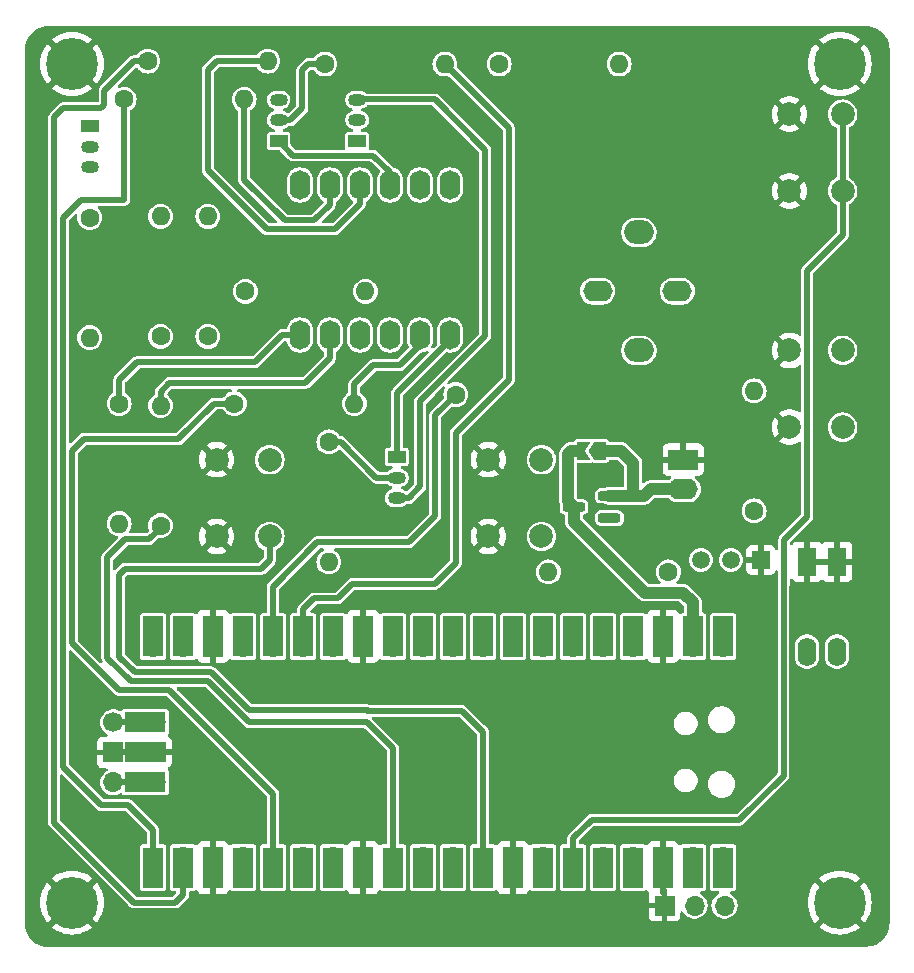
<source format=gbl>
%TF.GenerationSoftware,KiCad,Pcbnew,8.0.6*%
%TF.CreationDate,2025-01-14T21:11:08+01:00*%
%TF.ProjectId,kitchen_timer,6b697463-6865-46e5-9f74-696d65722e6b,1*%
%TF.SameCoordinates,Original*%
%TF.FileFunction,Copper,L2,Bot*%
%TF.FilePolarity,Positive*%
%FSLAX46Y46*%
G04 Gerber Fmt 4.6, Leading zero omitted, Abs format (unit mm)*
G04 Created by KiCad (PCBNEW 8.0.6) date 2025-01-14 21:11:08*
%MOMM*%
%LPD*%
G01*
G04 APERTURE LIST*
G04 Aperture macros list*
%AMRoundRect*
0 Rectangle with rounded corners*
0 $1 Rounding radius*
0 $2 $3 $4 $5 $6 $7 $8 $9 X,Y pos of 4 corners*
0 Add a 4 corners polygon primitive as box body*
4,1,4,$2,$3,$4,$5,$6,$7,$8,$9,$2,$3,0*
0 Add four circle primitives for the rounded corners*
1,1,$1+$1,$2,$3*
1,1,$1+$1,$4,$5*
1,1,$1+$1,$6,$7*
1,1,$1+$1,$8,$9*
0 Add four rect primitives between the rounded corners*
20,1,$1+$1,$2,$3,$4,$5,0*
20,1,$1+$1,$4,$5,$6,$7,0*
20,1,$1+$1,$6,$7,$8,$9,0*
20,1,$1+$1,$8,$9,$2,$3,0*%
%AMFreePoly0*
4,1,6,1.000000,0.000000,0.500000,-0.750000,-0.500000,-0.750000,-0.500000,0.750000,0.500000,0.750000,1.000000,0.000000,1.000000,0.000000,$1*%
%AMFreePoly1*
4,1,6,0.500000,-0.750000,-0.650000,-0.750000,-0.150000,0.000000,-0.650000,0.750000,0.500000,0.750000,0.500000,-0.750000,0.500000,-0.750000,$1*%
G04 Aperture macros list end*
%TA.AperFunction,ComponentPad*%
%ADD10C,1.600000*%
%TD*%
%TA.AperFunction,ComponentPad*%
%ADD11O,1.600000X1.600000*%
%TD*%
%TA.AperFunction,ComponentPad*%
%ADD12C,2.000000*%
%TD*%
%TA.AperFunction,ComponentPad*%
%ADD13C,0.700000*%
%TD*%
%TA.AperFunction,ComponentPad*%
%ADD14C,4.400000*%
%TD*%
%TA.AperFunction,ComponentPad*%
%ADD15O,1.750000X2.500000*%
%TD*%
%TA.AperFunction,ComponentPad*%
%ADD16C,1.700000*%
%TD*%
%TA.AperFunction,ComponentPad*%
%ADD17R,1.700000X1.700000*%
%TD*%
%TA.AperFunction,ComponentPad*%
%ADD18O,1.700000X1.700000*%
%TD*%
%TA.AperFunction,SMDPad,CuDef*%
%ADD19R,1.700000X3.500000*%
%TD*%
%TA.AperFunction,SMDPad,CuDef*%
%ADD20R,3.500000X1.700000*%
%TD*%
%TA.AperFunction,ComponentPad*%
%ADD21R,1.500000X1.050000*%
%TD*%
%TA.AperFunction,ComponentPad*%
%ADD22O,1.500000X1.050000*%
%TD*%
%TA.AperFunction,ComponentPad*%
%ADD23O,2.500000X1.750000*%
%TD*%
%TA.AperFunction,ComponentPad*%
%ADD24O,2.500000X2.000000*%
%TD*%
%TA.AperFunction,SMDPad,CuDef*%
%ADD25FreePoly0,180.000000*%
%TD*%
%TA.AperFunction,SMDPad,CuDef*%
%ADD26FreePoly1,180.000000*%
%TD*%
%TA.AperFunction,ComponentPad*%
%ADD27R,2.500000X1.750000*%
%TD*%
%TA.AperFunction,SMDPad,CuDef*%
%ADD28RoundRect,0.200000X0.750000X0.200000X-0.750000X0.200000X-0.750000X-0.200000X0.750000X-0.200000X0*%
%TD*%
%TA.AperFunction,ComponentPad*%
%ADD29C,1.500000*%
%TD*%
%TA.AperFunction,ComponentPad*%
%ADD30R,1.500000X1.500000*%
%TD*%
%TA.AperFunction,ComponentPad*%
%ADD31O,1.600000X2.400000*%
%TD*%
%TA.AperFunction,ComponentPad*%
%ADD32R,1.600000X2.400000*%
%TD*%
%TA.AperFunction,ViaPad*%
%ADD33C,1.600000*%
%TD*%
%TA.AperFunction,Conductor*%
%ADD34C,0.500000*%
%TD*%
%TA.AperFunction,Conductor*%
%ADD35C,1.000000*%
%TD*%
G04 APERTURE END LIST*
D10*
%TO.P,R1,1*%
%TO.N,Net-(U2-GPIO15)*%
X78420000Y-23750000D03*
D11*
%TO.P,R1,2*%
%TO.N,Net-(U1-A)*%
X88580000Y-23750000D03*
%TD*%
D10*
%TO.P,R5,1*%
%TO.N,Net-(U1-E)*%
X78000000Y-49500000D03*
D11*
%TO.P,R5,2*%
%TO.N,Net-(U2-GPIO8)*%
X78000000Y-59660000D03*
%TD*%
D12*
%TO.P,SW1,1,1*%
%TO.N,GND*%
X134750000Y-31500000D03*
X134750000Y-25000000D03*
%TO.P,SW1,2,2*%
%TO.N,Net-(U2-GPIO4)*%
X139250000Y-31500000D03*
X139250000Y-25000000D03*
%TD*%
D13*
%TO.P,H1,1,1*%
%TO.N,GND*%
X72350000Y-91750000D03*
X72833274Y-90583274D03*
X72833274Y-92916726D03*
X74000000Y-90100000D03*
D14*
X74000000Y-91750000D03*
D13*
X74000000Y-93400000D03*
X75166726Y-90583274D03*
X75166726Y-92916726D03*
X75650000Y-91750000D03*
%TD*%
D10*
%TO.P,R13,1*%
%TO.N,Net-(Q5-B)*%
X124500000Y-63750000D03*
D11*
%TO.P,R13,2*%
%TO.N,/PWM_SPEAKER*%
X114340000Y-63750000D03*
%TD*%
D10*
%TO.P,R6,1*%
%TO.N,Net-(U2-GPIO14)*%
X80420000Y-20500000D03*
D11*
%TO.P,R6,2*%
%TO.N,Net-(U1-F)*%
X90580000Y-20500000D03*
%TD*%
D12*
%TO.P,SW3,1,1*%
%TO.N,GND*%
X86250000Y-60750000D03*
X86250000Y-54250000D03*
%TO.P,SW3,2,2*%
%TO.N,Net-(U2-GPIO6)*%
X90750000Y-60750000D03*
X90750000Y-54250000D03*
%TD*%
D13*
%TO.P,H2,1,1*%
%TO.N,GND*%
X137350000Y-91750000D03*
X137833274Y-90583274D03*
X137833274Y-92916726D03*
X139000000Y-90100000D03*
D14*
X139000000Y-91750000D03*
D13*
X139000000Y-93400000D03*
X140166726Y-90583274D03*
X140166726Y-92916726D03*
X140650000Y-91750000D03*
%TD*%
D15*
%TO.P,U1,1,E*%
%TO.N,Net-(U1-E)*%
X93300000Y-43700000D03*
%TO.P,U1,2,D*%
%TO.N,Net-(U1-D)*%
X95840000Y-43700000D03*
%TO.P,U1,3,DP*%
%TO.N,Net-(U1-DP)*%
X98380000Y-43700000D03*
%TO.P,U1,4,C*%
%TO.N,Net-(U1-C)*%
X100920000Y-43700000D03*
%TO.P,U1,5,G*%
%TO.N,Net-(U1-G)*%
X103460000Y-43700000D03*
%TO.P,U1,6,Digit4*%
%TO.N,Net-(Q4-C)*%
X106000000Y-43700000D03*
%TO.P,U1,7,B*%
%TO.N,Net-(U1-B)*%
X106000000Y-31000000D03*
%TO.P,U1,8,Digit3*%
%TO.N,Net-(Q3-C)*%
X103460000Y-31000000D03*
%TO.P,U1,9,Digit2*%
%TO.N,Net-(Q2-C)*%
X100920000Y-31000000D03*
%TO.P,U1,10,F*%
%TO.N,Net-(U1-F)*%
X98380000Y-31000000D03*
%TO.P,U1,11,A*%
%TO.N,Net-(U1-A)*%
X95840000Y-31000000D03*
%TO.P,U1,12,Digit1*%
%TO.N,Net-(Q1-C)*%
X93300000Y-31000000D03*
%TD*%
D16*
%TO.P,J3,1,Pin_1*%
%TO.N,Net-(J3-Pin_1)*%
X77500000Y-76500000D03*
D17*
%TO.P,J3,2,Pin_2*%
%TO.N,GND*%
X77500000Y-79040000D03*
D18*
%TO.P,J3,3,Pin_3*%
%TO.N,Net-(J3-Pin_3)*%
X77500000Y-81580000D03*
%TD*%
D12*
%TO.P,SW4,1,1*%
%TO.N,GND*%
X109250000Y-60750000D03*
X109250000Y-54250000D03*
%TO.P,SW4,2,2*%
%TO.N,Net-(U2-GPIO7)*%
X113750000Y-60750000D03*
X113750000Y-54250000D03*
%TD*%
D10*
%TO.P,R11,1*%
%TO.N,Net-(Q2-B)*%
X95420000Y-20750000D03*
D11*
%TO.P,R11,2*%
%TO.N,Net-(U2-GPIO20)*%
X105580000Y-20750000D03*
%TD*%
D13*
%TO.P,H3,1,1*%
%TO.N,GND*%
X137350000Y-20750000D03*
X137833274Y-19583274D03*
X137833274Y-21916726D03*
X139000000Y-19100000D03*
D14*
X139000000Y-20750000D03*
D13*
X139000000Y-22400000D03*
X140166726Y-19583274D03*
X140166726Y-21916726D03*
X140650000Y-20750000D03*
%TD*%
D10*
%TO.P,R10,1*%
%TO.N,Net-(Q3-B)*%
X110170000Y-20750000D03*
D11*
%TO.P,R10,2*%
%TO.N,Net-(U2-GPIO19)*%
X120330000Y-20750000D03*
%TD*%
D12*
%TO.P,SW2,1,1*%
%TO.N,GND*%
X134750000Y-51500000D03*
X134750000Y-45000000D03*
%TO.P,SW2,2,2*%
%TO.N,Net-(U2-GPIO5)*%
X139250000Y-51500000D03*
X139250000Y-45000000D03*
%TD*%
D10*
%TO.P,R4,1*%
%TO.N,Net-(U2-GPIO9)*%
X81500000Y-59830000D03*
D11*
%TO.P,R4,2*%
%TO.N,Net-(U1-D)*%
X81500000Y-49670000D03*
%TD*%
D10*
%TO.P,R8,1*%
%TO.N,Net-(U2-GPIO12)*%
X87750000Y-49500000D03*
D11*
%TO.P,R8,2*%
%TO.N,Net-(U1-G)*%
X97910000Y-49500000D03*
%TD*%
D10*
%TO.P,R14,1*%
%TO.N,Net-(Q5-C)*%
X131750000Y-58580000D03*
D11*
%TO.P,R14,2*%
%TO.N,VCC*%
X131750000Y-48420000D03*
%TD*%
D13*
%TO.P,H4,1,1*%
%TO.N,GND*%
X72350000Y-20750000D03*
X72833274Y-19583274D03*
X72833274Y-21916726D03*
X74000000Y-19100000D03*
D14*
X74000000Y-20750000D03*
D13*
X74000000Y-22400000D03*
X75166726Y-19583274D03*
X75166726Y-21916726D03*
X75650000Y-20750000D03*
%TD*%
D10*
%TO.P,R12,1*%
%TO.N,Net-(Q1-B)*%
X75500000Y-33750000D03*
D11*
%TO.P,R12,2*%
%TO.N,Net-(U2-GPIO21)*%
X75500000Y-43910000D03*
%TD*%
D10*
%TO.P,R9,1*%
%TO.N,Net-(Q4-B)*%
X95750000Y-52750000D03*
D11*
%TO.P,R9,2*%
%TO.N,Net-(U2-GPIO18)*%
X95750000Y-62910000D03*
%TD*%
D17*
%TO.P,J2,1,Pin_1*%
%TO.N,GND*%
X124170000Y-92000000D03*
D18*
%TO.P,J2,2,Pin_2*%
%TO.N,Net-(J2-Pin_2)*%
X126710000Y-92000000D03*
%TO.P,J2,3,Pin_3*%
%TO.N,Net-(J2-Pin_3)*%
X129250000Y-92000000D03*
%TD*%
%TO.P,U2,1,GPIO0*%
%TO.N,Net-(J2-Pin_3)*%
X129130000Y-87890000D03*
D19*
X129130000Y-88790000D03*
D18*
%TO.P,U2,2,GPIO1*%
%TO.N,Net-(J2-Pin_2)*%
X126590000Y-87890000D03*
D19*
X126590000Y-88790000D03*
D17*
%TO.P,U2,3,GND*%
%TO.N,GND*%
X124050000Y-87890000D03*
D19*
X124050000Y-88790000D03*
D18*
%TO.P,U2,4,GPIO2*%
%TO.N,IN_1*%
X121510000Y-87890000D03*
D19*
X121510000Y-88790000D03*
D18*
%TO.P,U2,5,GPIO3*%
%TO.N,IN_2*%
X118970000Y-87890000D03*
D19*
X118970000Y-88790000D03*
D18*
%TO.P,U2,6,GPIO4*%
%TO.N,Net-(U2-GPIO4)*%
X116430000Y-87890000D03*
D19*
X116430000Y-88790000D03*
D18*
%TO.P,U2,7,GPIO5*%
%TO.N,Net-(U2-GPIO5)*%
X113890000Y-87890000D03*
D19*
X113890000Y-88790000D03*
D17*
%TO.P,U2,8,GND*%
%TO.N,GND*%
X111350000Y-87890000D03*
D19*
X111350000Y-88790000D03*
D18*
%TO.P,U2,9,GPIO6*%
%TO.N,Net-(U2-GPIO6)*%
X108810000Y-87890000D03*
D19*
X108810000Y-88790000D03*
D18*
%TO.P,U2,10,GPIO7*%
%TO.N,Net-(U2-GPIO7)*%
X106270000Y-87890000D03*
D19*
X106270000Y-88790000D03*
D18*
%TO.P,U2,11,GPIO8*%
%TO.N,Net-(U2-GPIO8)*%
X103730000Y-87890000D03*
D19*
X103730000Y-88790000D03*
D18*
%TO.P,U2,12,GPIO9*%
%TO.N,Net-(U2-GPIO9)*%
X101190000Y-87890000D03*
D19*
X101190000Y-88790000D03*
D17*
%TO.P,U2,13,GND*%
%TO.N,GND*%
X98650000Y-87890000D03*
D19*
X98650000Y-88790000D03*
D18*
%TO.P,U2,14,GPIO10*%
%TO.N,Net-(U2-GPIO10)*%
X96110000Y-87890000D03*
D19*
X96110000Y-88790000D03*
D18*
%TO.P,U2,15,GPIO11*%
%TO.N,Net-(U2-GPIO11)*%
X93570000Y-87890000D03*
D19*
X93570000Y-88790000D03*
D18*
%TO.P,U2,16,GPIO12*%
%TO.N,Net-(U2-GPIO12)*%
X91030000Y-87890000D03*
D19*
X91030000Y-88790000D03*
D18*
%TO.P,U2,17,GPIO13*%
%TO.N,Net-(U2-GPIO13)*%
X88490000Y-87890000D03*
D19*
X88490000Y-88790000D03*
D17*
%TO.P,U2,18,GND*%
%TO.N,GND*%
X85950000Y-87890000D03*
D19*
X85950000Y-88790000D03*
D18*
%TO.P,U2,19,GPIO14*%
%TO.N,Net-(U2-GPIO14)*%
X83410000Y-87890000D03*
D19*
X83410000Y-88790000D03*
D18*
%TO.P,U2,20,GPIO15*%
%TO.N,Net-(U2-GPIO15)*%
X80870000Y-87890000D03*
D19*
X80870000Y-88790000D03*
D18*
%TO.P,U2,21,GPIO16*%
%TO.N,unconnected-(U2-GPIO16-Pad21)*%
X80870000Y-70110000D03*
D19*
%TO.N,unconnected-(U2-GPIO16-Pad21)_1*%
X80870000Y-69210000D03*
D18*
%TO.P,U2,22,GPIO17*%
%TO.N,unconnected-(U2-GPIO17-Pad22)_1*%
X83410000Y-70110000D03*
D19*
%TO.N,unconnected-(U2-GPIO17-Pad22)*%
X83410000Y-69210000D03*
D17*
%TO.P,U2,23,GND*%
%TO.N,GND*%
X85950000Y-70110000D03*
D19*
X85950000Y-69210000D03*
D18*
%TO.P,U2,24,GPIO18*%
%TO.N,Net-(U2-GPIO18)*%
X88490000Y-70110000D03*
D19*
X88490000Y-69210000D03*
D18*
%TO.P,U2,25,GPIO19*%
%TO.N,Net-(U2-GPIO19)*%
X91030000Y-70110000D03*
D19*
X91030000Y-69210000D03*
D18*
%TO.P,U2,26,GPIO20*%
%TO.N,Net-(U2-GPIO20)*%
X93570000Y-70110000D03*
D19*
X93570000Y-69210000D03*
D18*
%TO.P,U2,27,GPIO21*%
%TO.N,Net-(U2-GPIO21)*%
X96110000Y-70110000D03*
D19*
X96110000Y-69210000D03*
D17*
%TO.P,U2,28,GND*%
%TO.N,GND*%
X98650000Y-70110000D03*
D19*
X98650000Y-69210000D03*
D18*
%TO.P,U2,29,GPIO22*%
%TO.N,unconnected-(U2-GPIO22-Pad29)*%
X101190000Y-70110000D03*
D19*
%TO.N,unconnected-(U2-GPIO22-Pad29)_1*%
X101190000Y-69210000D03*
D18*
%TO.P,U2,30,RUN*%
%TO.N,unconnected-(U2-RUN-Pad30)_1*%
X103730000Y-70110000D03*
D19*
%TO.N,unconnected-(U2-RUN-Pad30)*%
X103730000Y-69210000D03*
D18*
%TO.P,U2,31,GPIO26_ADC0*%
%TO.N,unconnected-(U2-GPIO26_ADC0-Pad31)*%
X106270000Y-70110000D03*
D19*
%TO.N,unconnected-(U2-GPIO26_ADC0-Pad31)_1*%
X106270000Y-69210000D03*
D18*
%TO.P,U2,32,GPIO27_ADC1*%
%TO.N,/PWM_SPEAKER*%
X108810000Y-70110000D03*
D19*
X108810000Y-69210000D03*
D17*
%TO.P,U2,33,AGND*%
%TO.N,unconnected-(U2-AGND-Pad33)_1*%
X111350000Y-70110000D03*
D19*
%TO.N,unconnected-(U2-AGND-Pad33)*%
X111350000Y-69210000D03*
D18*
%TO.P,U2,34,GPIO28_ADC2*%
%TO.N,unconnected-(U2-GPIO28_ADC2-Pad34)*%
X113890000Y-70110000D03*
D19*
%TO.N,unconnected-(U2-GPIO28_ADC2-Pad34)_1*%
X113890000Y-69210000D03*
D18*
%TO.P,U2,35,ADC_VREF*%
%TO.N,unconnected-(U2-ADC_VREF-Pad35)_1*%
X116430000Y-70110000D03*
D19*
%TO.N,unconnected-(U2-ADC_VREF-Pad35)*%
X116430000Y-69210000D03*
D18*
%TO.P,U2,36,3V3*%
%TO.N,Net-(Q1-E)*%
X118970000Y-70110000D03*
D19*
X118970000Y-69210000D03*
D18*
%TO.P,U2,37,3V3_EN*%
%TO.N,unconnected-(U2-3V3_EN-Pad37)*%
X121510000Y-70110000D03*
D19*
%TO.N,unconnected-(U2-3V3_EN-Pad37)_1*%
X121510000Y-69210000D03*
D17*
%TO.P,U2,38,GND*%
%TO.N,GND*%
X124050000Y-70110000D03*
D19*
X124050000Y-69210000D03*
D18*
%TO.P,U2,39,VSYS*%
%TO.N,/charging_and_audio/VSYS*%
X126590000Y-70110000D03*
D19*
X126590000Y-69210000D03*
D18*
%TO.P,U2,40,VBUS*%
%TO.N,unconnected-(U2-VBUS-Pad40)_1*%
X129130000Y-70110000D03*
D19*
%TO.N,unconnected-(U2-VBUS-Pad40)*%
X129130000Y-69210000D03*
D18*
%TO.P,U2,41,SWCLK*%
%TO.N,Net-(J3-Pin_3)*%
X81100000Y-81540000D03*
D20*
X80200000Y-81540000D03*
D17*
%TO.P,U2,42,GND*%
%TO.N,GND*%
X81100000Y-79000000D03*
D20*
X80200000Y-79000000D03*
D18*
%TO.P,U2,43,SWDIO*%
%TO.N,Net-(J3-Pin_1)*%
X81100000Y-76460000D03*
D20*
X80200000Y-76460000D03*
%TD*%
D21*
%TO.P,Q3,1,C*%
%TO.N,Net-(Q3-C)*%
X98140000Y-27270000D03*
D22*
%TO.P,Q3,2,B*%
%TO.N,Net-(Q3-B)*%
X98140000Y-25500000D03*
%TO.P,Q3,3,E*%
%TO.N,Net-(Q1-E)*%
X98140000Y-23770000D03*
%TD*%
D10*
%TO.P,R2,1*%
%TO.N,Net-(U2-GPIO13)*%
X81500000Y-43810000D03*
D11*
%TO.P,R2,2*%
%TO.N,Net-(U1-B)*%
X81500000Y-33650000D03*
%TD*%
D23*
%TO.P,LS1,4*%
%TO.N,N/C*%
X118500000Y-40000000D03*
%TO.P,LS1,3*%
X125250000Y-40000000D03*
D24*
%TO.P,LS1,2,2*%
%TO.N,Net-(Q5-C)*%
X122000000Y-45000000D03*
%TO.P,LS1,1,1*%
%TO.N,VCC*%
X122000000Y-35000000D03*
%TD*%
D21*
%TO.P,Q1,1,C*%
%TO.N,Net-(Q1-C)*%
X75500000Y-26000000D03*
D22*
%TO.P,Q1,2,B*%
%TO.N,Net-(Q1-B)*%
X75500000Y-27770000D03*
%TO.P,Q1,3,E*%
%TO.N,Net-(Q1-E)*%
X75500000Y-29500000D03*
%TD*%
D21*
%TO.P,Q2,1,C*%
%TO.N,Net-(Q2-C)*%
X91500000Y-27270000D03*
D22*
%TO.P,Q2,2,B*%
%TO.N,Net-(Q2-B)*%
X91500000Y-25500000D03*
%TO.P,Q2,3,E*%
%TO.N,Net-(Q1-E)*%
X91500000Y-23770000D03*
%TD*%
D25*
%TO.P,JP1,1,A*%
%TO.N,/charging_and_audio/OUT+*%
X118725000Y-53500000D03*
D26*
%TO.P,JP1,2,B*%
%TO.N,/charging_and_audio/VSYS*%
X117275000Y-53500000D03*
%TD*%
D23*
%TO.P,J1,1,Pin_1*%
%TO.N,/charging_and_audio/OUT+*%
X125750000Y-56750000D03*
D27*
%TO.P,J1,2,Pin_2*%
%TO.N,GND*%
X125750000Y-54250000D03*
%TD*%
D10*
%TO.P,R3,1*%
%TO.N,Net-(U2-GPIO11)*%
X85500000Y-43810000D03*
D11*
%TO.P,R3,2*%
%TO.N,Net-(U1-C)*%
X85500000Y-33650000D03*
%TD*%
D28*
%TO.P,D1,1,K*%
%TO.N,/charging_and_audio/OUT+*%
X119500000Y-57300000D03*
%TO.P,D1,2,A*%
%TO.N,/charging_and_audio/VSYS*%
X116500000Y-58250000D03*
%TO.P,D1,3*%
%TO.N,N/C*%
X119500000Y-59200000D03*
%TD*%
D29*
%TO.P,Q5,1,C*%
%TO.N,Net-(Q5-C)*%
X127250000Y-62750000D03*
%TO.P,Q5,2,B*%
%TO.N,Net-(Q5-B)*%
X129790000Y-62750000D03*
D30*
%TO.P,Q5,3,E*%
%TO.N,GND*%
X132330000Y-62750000D03*
%TD*%
D21*
%TO.P,Q4,1,C*%
%TO.N,Net-(Q4-C)*%
X101500000Y-54000000D03*
D22*
%TO.P,Q4,2,B*%
%TO.N,Net-(Q4-B)*%
X101500000Y-55770000D03*
%TO.P,Q4,3,E*%
%TO.N,Net-(Q1-E)*%
X101500000Y-57500000D03*
%TD*%
D31*
%TO.P,SW5,1*%
%TO.N,IN_1*%
X138775000Y-70500000D03*
%TO.P,SW5,2*%
%TO.N,IN_2*%
X136235000Y-70500000D03*
D32*
%TO.P,SW5,3*%
%TO.N,GND*%
X136235000Y-62880000D03*
%TO.P,SW5,4*%
X138775000Y-62880000D03*
%TD*%
D10*
%TO.P,R7,1*%
%TO.N,Net-(U2-GPIO10)*%
X88690000Y-40000000D03*
D11*
%TO.P,R7,2*%
%TO.N,Net-(U1-DP)*%
X98850000Y-40000000D03*
%TD*%
D33*
%TO.N,Net-(U2-GPIO19)*%
X106500000Y-48750000D03*
%TD*%
D34*
%TO.N,Net-(U2-GPIO20)*%
X93570000Y-70110000D02*
X93570000Y-66930000D01*
X94500000Y-66000000D02*
X96500000Y-66000000D01*
X97750000Y-64750000D02*
X104750000Y-64750000D01*
X93570000Y-66930000D02*
X94500000Y-66000000D01*
X96500000Y-66000000D02*
X97750000Y-64750000D01*
X104750000Y-64750000D02*
X106500000Y-63000000D01*
X106500000Y-63000000D02*
X106500000Y-52000000D01*
X106500000Y-52000000D02*
X111000000Y-47500000D01*
X111000000Y-47500000D02*
X111000000Y-26170000D01*
X111000000Y-26170000D02*
X105580000Y-20750000D01*
%TO.N,GND*%
X81100000Y-79000000D02*
X77540000Y-79000000D01*
X77540000Y-79000000D02*
X77500000Y-79040000D01*
D35*
%TO.N,/charging_and_audio/VSYS*%
X125750000Y-65500000D02*
X122500000Y-65500000D01*
X116250000Y-53500000D02*
X116970097Y-53500000D01*
X116500000Y-59500000D02*
X116500000Y-58250000D01*
X116000000Y-57750000D02*
X116000000Y-53750000D01*
X116000000Y-53750000D02*
X116250000Y-53500000D01*
X122500000Y-65500000D02*
X116500000Y-59500000D01*
X126590000Y-70110000D02*
X126590000Y-66340000D01*
X126590000Y-66340000D02*
X125750000Y-65500000D01*
X116500000Y-58250000D02*
X116000000Y-57750000D01*
D34*
%TO.N,Net-(Q2-C)*%
X100920000Y-29920000D02*
X99500000Y-28500000D01*
X92730000Y-28500000D02*
X91500000Y-27270000D01*
X99500000Y-28500000D02*
X92730000Y-28500000D01*
X100920000Y-31000000D02*
X100920000Y-29920000D01*
%TO.N,Net-(Q2-B)*%
X93500000Y-21250000D02*
X94000000Y-20750000D01*
X91500000Y-25500000D02*
X92500000Y-25500000D01*
X93500000Y-24500000D02*
X93500000Y-21250000D01*
X92500000Y-25500000D02*
X93500000Y-24500000D01*
X94000000Y-20750000D02*
X95420000Y-20750000D01*
%TO.N,Net-(Q4-B)*%
X99770000Y-55770000D02*
X101500000Y-55770000D01*
X96750000Y-52750000D02*
X99770000Y-55770000D01*
X95750000Y-52750000D02*
X96750000Y-52750000D01*
%TO.N,Net-(Q4-C)*%
X101500000Y-48625000D02*
X106000000Y-44125000D01*
X106000000Y-44125000D02*
X106000000Y-43700000D01*
X101500000Y-54000000D02*
X101500000Y-48625000D01*
%TO.N,Net-(U1-A)*%
X95840000Y-32660000D02*
X94500000Y-34000000D01*
X92000000Y-34000000D02*
X88580000Y-30580000D01*
X95840000Y-31000000D02*
X95840000Y-32660000D01*
X88580000Y-30580000D02*
X88580000Y-23750000D01*
X94500000Y-34000000D02*
X92000000Y-34000000D01*
%TO.N,Net-(U2-GPIO15)*%
X80870000Y-85620000D02*
X78750000Y-83500000D01*
X73250000Y-80250000D02*
X73250000Y-33750000D01*
X80870000Y-87890000D02*
X80870000Y-85620000D01*
X73250000Y-33750000D02*
X74750000Y-32250000D01*
X74750000Y-32250000D02*
X78420000Y-32250000D01*
X76500000Y-83500000D02*
X73250000Y-80250000D01*
X78750000Y-83500000D02*
X76500000Y-83500000D01*
X78420000Y-32250000D02*
X78420000Y-23750000D01*
%TO.N,Net-(U1-D)*%
X93750000Y-47750000D02*
X95840000Y-45660000D01*
X81500000Y-48500000D02*
X82250000Y-47750000D01*
X95840000Y-45660000D02*
X95840000Y-43700000D01*
X82250000Y-47750000D02*
X93750000Y-47750000D01*
X81500000Y-49500000D02*
X81500000Y-48500000D01*
%TO.N,Net-(U2-GPIO9)*%
X77000000Y-62500000D02*
X78500000Y-61000000D01*
X80500000Y-61000000D02*
X81500000Y-60000000D01*
X78500000Y-61000000D02*
X80500000Y-61000000D01*
X89000000Y-76500000D02*
X85500000Y-73000000D01*
X101190000Y-78690000D02*
X99000000Y-76500000D01*
X79000000Y-73000000D02*
X77000000Y-71000000D01*
X77000000Y-71000000D02*
X77000000Y-62500000D01*
X85500000Y-73000000D02*
X79000000Y-73000000D01*
X99000000Y-76500000D02*
X89000000Y-76500000D01*
X101190000Y-87890000D02*
X101190000Y-78690000D01*
%TO.N,Net-(U1-E)*%
X91800000Y-43700000D02*
X93300000Y-43700000D01*
X79500000Y-46000000D02*
X89500000Y-46000000D01*
X78000000Y-47500000D02*
X79500000Y-46000000D01*
X89500000Y-46000000D02*
X91800000Y-43700000D01*
X78000000Y-49500000D02*
X78000000Y-47500000D01*
%TO.N,Net-(U2-GPIO14)*%
X76750000Y-24250000D02*
X76750000Y-23000000D01*
X76750000Y-23000000D02*
X79250000Y-20500000D01*
X79250000Y-20500000D02*
X80420000Y-20500000D01*
X79250000Y-91750000D02*
X72500000Y-85000000D01*
X82750000Y-91750000D02*
X79250000Y-91750000D01*
X83410000Y-87890000D02*
X83410000Y-91090000D01*
X72500000Y-85000000D02*
X72500000Y-25250000D01*
X73250000Y-24500000D02*
X76500000Y-24500000D01*
X76500000Y-24500000D02*
X76750000Y-24250000D01*
X83410000Y-91090000D02*
X82750000Y-91750000D01*
X72500000Y-25250000D02*
X73250000Y-24500000D01*
%TO.N,Net-(U1-F)*%
X86250000Y-20500000D02*
X90580000Y-20500000D01*
X85500000Y-29750000D02*
X85500000Y-21250000D01*
X98380000Y-32620000D02*
X96250000Y-34750000D01*
X96250000Y-34750000D02*
X90500000Y-34750000D01*
X98380000Y-31000000D02*
X98380000Y-32620000D01*
X90500000Y-34750000D02*
X85500000Y-29750000D01*
X85500000Y-21250000D02*
X86250000Y-20500000D01*
%TO.N,Net-(U1-G)*%
X103460000Y-44540000D02*
X103460000Y-43700000D01*
X101750000Y-46250000D02*
X103460000Y-44540000D01*
X97910000Y-47840000D02*
X99500000Y-46250000D01*
X97910000Y-47840000D02*
X97910000Y-49500000D01*
X99500000Y-46250000D02*
X101750000Y-46250000D01*
%TO.N,Net-(U2-GPIO12)*%
X91030000Y-82530000D02*
X91030000Y-87890000D01*
X87750000Y-49500000D02*
X86000000Y-49500000D01*
X74000000Y-53500000D02*
X74000000Y-69750000D01*
X75000000Y-52500000D02*
X74000000Y-53500000D01*
X78000000Y-73750000D02*
X82250000Y-73750000D01*
X82250000Y-73750000D02*
X91030000Y-82530000D01*
X74000000Y-69750000D02*
X78000000Y-73750000D01*
X83000000Y-52500000D02*
X75000000Y-52500000D01*
X86000000Y-49500000D02*
X83000000Y-52500000D01*
%TO.N,Net-(U2-GPIO19)*%
X104750000Y-59000000D02*
X102500000Y-61250000D01*
X94750000Y-61250000D02*
X91000000Y-65000000D01*
X106500000Y-48750000D02*
X104750000Y-50500000D01*
X91000000Y-65000000D02*
X91000000Y-68120000D01*
X104750000Y-50500000D02*
X104750000Y-59000000D01*
X102500000Y-61250000D02*
X94750000Y-61250000D01*
X91030000Y-68150000D02*
X91030000Y-70110000D01*
X91000000Y-68120000D02*
X91030000Y-68150000D01*
%TO.N,Net-(U2-GPIO4)*%
X118000000Y-84750000D02*
X116430000Y-86320000D01*
X136250000Y-59088478D02*
X134290000Y-61048478D01*
X134290000Y-61048478D02*
X134290000Y-64710000D01*
X139250000Y-31500000D02*
X139250000Y-35250000D01*
X130500000Y-84750000D02*
X118000000Y-84750000D01*
X116430000Y-86320000D02*
X116430000Y-87890000D01*
X139250000Y-35250000D02*
X136250000Y-38250000D01*
X136250000Y-38250000D02*
X136250000Y-59088478D01*
X134250000Y-81000000D02*
X130500000Y-84750000D01*
X139250000Y-25000000D02*
X139250000Y-31500000D01*
X134290000Y-64710000D02*
X134250000Y-64750000D01*
X134250000Y-64750000D02*
X134250000Y-81000000D01*
%TO.N,Net-(U2-GPIO6)*%
X78000000Y-70939340D02*
X79310660Y-72250000D01*
X108810000Y-77310000D02*
X108500000Y-77000000D01*
X108810000Y-87890000D02*
X108810000Y-77310000D01*
X85810660Y-72250000D02*
X89030330Y-75469670D01*
X78500000Y-63500000D02*
X78000000Y-64000000D01*
X89030330Y-75469670D02*
X99030330Y-75469670D01*
X109000000Y-87700000D02*
X108810000Y-87890000D01*
X78000000Y-64000000D02*
X78000000Y-70939340D01*
X90750000Y-62750000D02*
X90000000Y-63500000D01*
X99000000Y-75500000D02*
X107000000Y-75500000D01*
X99030330Y-75469670D02*
X99000000Y-75500000D01*
X90000000Y-63500000D02*
X78500000Y-63500000D01*
X107000000Y-75500000D02*
X108500000Y-77000000D01*
X90750000Y-60750000D02*
X90750000Y-62750000D01*
X79310660Y-72250000D02*
X85810660Y-72250000D01*
D35*
%TO.N,/charging_and_audio/OUT+*%
X118725000Y-53500000D02*
X120500000Y-53500000D01*
X121250000Y-57300000D02*
X119500000Y-57300000D01*
X120500000Y-53500000D02*
X121500000Y-54500000D01*
X123000000Y-56750000D02*
X122450000Y-57300000D01*
X121500000Y-57050000D02*
X121250000Y-57300000D01*
X125750000Y-56750000D02*
X123000000Y-56750000D01*
X121500000Y-54500000D02*
X121500000Y-57050000D01*
X122450000Y-57300000D02*
X121250000Y-57300000D01*
D34*
%TO.N,Net-(J3-Pin_3)*%
X77540000Y-81540000D02*
X77500000Y-81580000D01*
X81100000Y-81540000D02*
X77540000Y-81540000D01*
%TO.N,Net-(J3-Pin_1)*%
X81100000Y-76460000D02*
X77540000Y-76460000D01*
X77540000Y-76460000D02*
X77500000Y-76500000D01*
%TO.N,Net-(Q1-E)*%
X102500000Y-57500000D02*
X103500000Y-56500000D01*
X103500000Y-56500000D02*
X103500000Y-49250000D01*
X103500000Y-49250000D02*
X109000000Y-43750000D01*
X109000000Y-43750000D02*
X109000000Y-28000000D01*
X101500000Y-57500000D02*
X102500000Y-57500000D01*
X109000000Y-28000000D02*
X104750000Y-23750000D01*
X104750000Y-23750000D02*
X98620000Y-23750000D01*
%TD*%
%TA.AperFunction,Conductor*%
%TO.N,GND*%
G36*
X124300000Y-90607000D02*
G01*
X124301662Y-90608662D01*
X124363039Y-90626685D01*
X124408794Y-90679489D01*
X124420000Y-90731000D01*
X124420000Y-91566988D01*
X124362993Y-91534075D01*
X124235826Y-91500000D01*
X124104174Y-91500000D01*
X123977007Y-91534075D01*
X123920000Y-91566988D01*
X123920000Y-91083000D01*
X123918337Y-91081337D01*
X123856961Y-91063315D01*
X123811206Y-91010511D01*
X123800000Y-90959000D01*
X123800000Y-88334560D01*
X123853147Y-88365245D01*
X123982857Y-88400000D01*
X124117143Y-88400000D01*
X124246853Y-88365245D01*
X124300000Y-88334560D01*
X124300000Y-90607000D01*
G37*
%TD.AperFunction*%
%TA.AperFunction,Conductor*%
G36*
X138454920Y-62634394D02*
G01*
X138402259Y-62725606D01*
X138375000Y-62827339D01*
X138375000Y-62932661D01*
X138402259Y-63034394D01*
X138454920Y-63125606D01*
X138459314Y-63130000D01*
X136550686Y-63130000D01*
X136555080Y-63125606D01*
X136607741Y-63034394D01*
X136635000Y-62932661D01*
X136635000Y-62827339D01*
X136607741Y-62725606D01*
X136555080Y-62634394D01*
X136550686Y-62630000D01*
X138459314Y-62630000D01*
X138454920Y-62634394D01*
G37*
%TD.AperFunction*%
%TA.AperFunction,Conductor*%
G36*
X80624755Y-78803147D02*
G01*
X80590000Y-78932857D01*
X80590000Y-79067143D01*
X80624755Y-79196853D01*
X80655440Y-79250000D01*
X78893000Y-79250000D01*
X78889319Y-79253681D01*
X78827996Y-79287166D01*
X78801638Y-79290000D01*
X77933012Y-79290000D01*
X77965925Y-79232993D01*
X78000000Y-79105826D01*
X78000000Y-78974174D01*
X77965925Y-78847007D01*
X77926043Y-78777930D01*
X77972004Y-78752834D01*
X77998362Y-78750000D01*
X80655440Y-78750000D01*
X80624755Y-78803147D01*
G37*
%TD.AperFunction*%
%TA.AperFunction,Conductor*%
G36*
X141236283Y-17518532D02*
G01*
X141485102Y-17534844D01*
X141501180Y-17536960D01*
X141741764Y-17584818D01*
X141757426Y-17589015D01*
X141989700Y-17667863D01*
X142004685Y-17674070D01*
X142224686Y-17782564D01*
X142238730Y-17790672D01*
X142442688Y-17926953D01*
X142455552Y-17936824D01*
X142639972Y-18098558D01*
X142651441Y-18110027D01*
X142813175Y-18294447D01*
X142823049Y-18307315D01*
X142959325Y-18511266D01*
X142967435Y-18525313D01*
X143075929Y-18745314D01*
X143082136Y-18760299D01*
X143160983Y-18992570D01*
X143165181Y-19008237D01*
X143213038Y-19248818D01*
X143215155Y-19264898D01*
X143231467Y-19513715D01*
X143231733Y-19521827D01*
X143231733Y-93478172D01*
X143231467Y-93486284D01*
X143215155Y-93735101D01*
X143213038Y-93751181D01*
X143165181Y-93991762D01*
X143160983Y-94007429D01*
X143082136Y-94239700D01*
X143075929Y-94254685D01*
X142967435Y-94474686D01*
X142959325Y-94488733D01*
X142823049Y-94692684D01*
X142813175Y-94705552D01*
X142651441Y-94889972D01*
X142639972Y-94901441D01*
X142455552Y-95063175D01*
X142442684Y-95073049D01*
X142238733Y-95209325D01*
X142224686Y-95217435D01*
X142004685Y-95325929D01*
X141989700Y-95332136D01*
X141757429Y-95410983D01*
X141741762Y-95415181D01*
X141501182Y-95463038D01*
X141485101Y-95465155D01*
X141236268Y-95481467D01*
X141228159Y-95481733D01*
X141158773Y-95481733D01*
X141158501Y-95481750D01*
X72004083Y-95499499D01*
X71995942Y-95499234D01*
X71922981Y-95494451D01*
X71747116Y-95482925D01*
X71731035Y-95480807D01*
X71490464Y-95432954D01*
X71474797Y-95428756D01*
X71242520Y-95349909D01*
X71227534Y-95343702D01*
X71007539Y-95235212D01*
X70993492Y-95227102D01*
X70789539Y-95090825D01*
X70776671Y-95080951D01*
X70756401Y-95063175D01*
X70592250Y-94919218D01*
X70580781Y-94907749D01*
X70419048Y-94723328D01*
X70409174Y-94710460D01*
X70397296Y-94692684D01*
X70272897Y-94506507D01*
X70264787Y-94492460D01*
X70158855Y-94277652D01*
X70156294Y-94272458D01*
X70150090Y-94257479D01*
X70071243Y-94025202D01*
X70067045Y-94009535D01*
X70055653Y-93952262D01*
X70019190Y-93768953D01*
X70017075Y-93752895D01*
X70000764Y-93504031D01*
X70000500Y-93495940D01*
X70000919Y-91750000D01*
X71295065Y-91750000D01*
X71314786Y-92076038D01*
X71373667Y-92397341D01*
X71470835Y-92709164D01*
X71470839Y-92709175D01*
X71604897Y-93007041D01*
X71604898Y-93007043D01*
X71773881Y-93286576D01*
X71921476Y-93474968D01*
X73063708Y-92332736D01*
X73160967Y-92466602D01*
X73283398Y-92589033D01*
X73417262Y-92686290D01*
X72275030Y-93828522D01*
X72275030Y-93828523D01*
X72463423Y-93976118D01*
X72742956Y-94145101D01*
X72742958Y-94145102D01*
X73040824Y-94279160D01*
X73040835Y-94279164D01*
X73352658Y-94376332D01*
X73673961Y-94435213D01*
X74000000Y-94454934D01*
X74326038Y-94435213D01*
X74647341Y-94376332D01*
X74959164Y-94279164D01*
X74959175Y-94279160D01*
X75257041Y-94145102D01*
X75257043Y-94145101D01*
X75536586Y-93976112D01*
X75724968Y-93828523D01*
X75724968Y-93828522D01*
X74582737Y-92686290D01*
X74716602Y-92589033D01*
X74839033Y-92466602D01*
X74936290Y-92332737D01*
X76078522Y-93474968D01*
X76078523Y-93474968D01*
X76226112Y-93286586D01*
X76395101Y-93007043D01*
X76395102Y-93007041D01*
X76529160Y-92709175D01*
X76529164Y-92709164D01*
X76626332Y-92397341D01*
X76685213Y-92076038D01*
X76704934Y-91750000D01*
X76685213Y-91423961D01*
X76626332Y-91102658D01*
X76529164Y-90790835D01*
X76529160Y-90790824D01*
X76395102Y-90492958D01*
X76395101Y-90492956D01*
X76226118Y-90213423D01*
X76078522Y-90025030D01*
X74936290Y-91167261D01*
X74839033Y-91033398D01*
X74716602Y-90910967D01*
X74582736Y-90813709D01*
X75724968Y-89671476D01*
X75536576Y-89523881D01*
X75257043Y-89354898D01*
X75257041Y-89354897D01*
X74959175Y-89220839D01*
X74959164Y-89220835D01*
X74647341Y-89123667D01*
X74326038Y-89064786D01*
X74000000Y-89045065D01*
X73673961Y-89064786D01*
X73352658Y-89123667D01*
X73040835Y-89220835D01*
X73040824Y-89220839D01*
X72742958Y-89354897D01*
X72742956Y-89354898D01*
X72463422Y-89523881D01*
X72463416Y-89523886D01*
X72275030Y-89671474D01*
X72275029Y-89671476D01*
X73417262Y-90813709D01*
X73283398Y-90910967D01*
X73160967Y-91033398D01*
X73063709Y-91167262D01*
X71921476Y-90025029D01*
X71921474Y-90025030D01*
X71773886Y-90213416D01*
X71773881Y-90213422D01*
X71604898Y-90492956D01*
X71604897Y-90492958D01*
X71470839Y-90790824D01*
X71470835Y-90790835D01*
X71373667Y-91102658D01*
X71314786Y-91423961D01*
X71295065Y-91750000D01*
X70000919Y-91750000D01*
X70016905Y-25184108D01*
X71999500Y-25184108D01*
X71999500Y-85065891D01*
X72033608Y-85193187D01*
X72047005Y-85216391D01*
X72099500Y-85307314D01*
X78849500Y-92057314D01*
X78942686Y-92150500D01*
X79056814Y-92216392D01*
X79184108Y-92250500D01*
X79184110Y-92250500D01*
X82815890Y-92250500D01*
X82815892Y-92250500D01*
X82943186Y-92216392D01*
X83057314Y-92150500D01*
X83810500Y-91397314D01*
X83876392Y-91283186D01*
X83910500Y-91155892D01*
X83910500Y-91024108D01*
X83910500Y-90914500D01*
X83930185Y-90847461D01*
X83982989Y-90801706D01*
X84034500Y-90790500D01*
X84284676Y-90790500D01*
X84284677Y-90790499D01*
X84357740Y-90775966D01*
X84440601Y-90720601D01*
X84440605Y-90720594D01*
X84444813Y-90716387D01*
X84506135Y-90682900D01*
X84575827Y-90687882D01*
X84631762Y-90729751D01*
X84648679Y-90760729D01*
X84656645Y-90782085D01*
X84656649Y-90782093D01*
X84742809Y-90897187D01*
X84742812Y-90897190D01*
X84857906Y-90983350D01*
X84857913Y-90983354D01*
X84992620Y-91033596D01*
X84992627Y-91033598D01*
X85052155Y-91039999D01*
X85052172Y-91040000D01*
X85700000Y-91040000D01*
X85700000Y-88334560D01*
X85753147Y-88365245D01*
X85882857Y-88400000D01*
X86017143Y-88400000D01*
X86146853Y-88365245D01*
X86200000Y-88334560D01*
X86200000Y-91040000D01*
X86847828Y-91040000D01*
X86847844Y-91039999D01*
X86907372Y-91033598D01*
X86907379Y-91033596D01*
X87042086Y-90983354D01*
X87042093Y-90983350D01*
X87157187Y-90897190D01*
X87157190Y-90897187D01*
X87243350Y-90782093D01*
X87243354Y-90782086D01*
X87251319Y-90760732D01*
X87293190Y-90704798D01*
X87358654Y-90680381D01*
X87426927Y-90695232D01*
X87455182Y-90716384D01*
X87459396Y-90720598D01*
X87459397Y-90720599D01*
X87459399Y-90720601D01*
X87528274Y-90766621D01*
X87542260Y-90775966D01*
X87542264Y-90775967D01*
X87615321Y-90790499D01*
X87615324Y-90790500D01*
X87615326Y-90790500D01*
X89364676Y-90790500D01*
X89364677Y-90790499D01*
X89437740Y-90775966D01*
X89520601Y-90720601D01*
X89575966Y-90637740D01*
X89590500Y-90564674D01*
X89590500Y-87946616D01*
X89591029Y-87935175D01*
X89595215Y-87890000D01*
X89595215Y-87889998D01*
X89591029Y-87844823D01*
X89590500Y-87833382D01*
X89590500Y-87015323D01*
X89590499Y-87015321D01*
X89575967Y-86942264D01*
X89575966Y-86942260D01*
X89545792Y-86897101D01*
X89520601Y-86859399D01*
X89437740Y-86804034D01*
X89437739Y-86804033D01*
X89437735Y-86804032D01*
X89364677Y-86789500D01*
X89364674Y-86789500D01*
X87615326Y-86789500D01*
X87615323Y-86789500D01*
X87542264Y-86804032D01*
X87542260Y-86804033D01*
X87459397Y-86859400D01*
X87455179Y-86863619D01*
X87393854Y-86897101D01*
X87324163Y-86892114D01*
X87268231Y-86850241D01*
X87251319Y-86819268D01*
X87243353Y-86797912D01*
X87243350Y-86797906D01*
X87157190Y-86682812D01*
X87157187Y-86682809D01*
X87042093Y-86596649D01*
X87042086Y-86596645D01*
X86907379Y-86546403D01*
X86907372Y-86546401D01*
X86847844Y-86540000D01*
X86200000Y-86540000D01*
X86200000Y-87445439D01*
X86146853Y-87414755D01*
X86017143Y-87380000D01*
X85882857Y-87380000D01*
X85753147Y-87414755D01*
X85700000Y-87445439D01*
X85700000Y-86540000D01*
X85052155Y-86540000D01*
X84992627Y-86546401D01*
X84992620Y-86546403D01*
X84857913Y-86596645D01*
X84857906Y-86596649D01*
X84742812Y-86682809D01*
X84742809Y-86682812D01*
X84656649Y-86797906D01*
X84656643Y-86797916D01*
X84648678Y-86819272D01*
X84606805Y-86875204D01*
X84541340Y-86899618D01*
X84473067Y-86884764D01*
X84444817Y-86863615D01*
X84440603Y-86859401D01*
X84440601Y-86859400D01*
X84440601Y-86859399D01*
X84357740Y-86804034D01*
X84357739Y-86804033D01*
X84357735Y-86804032D01*
X84284677Y-86789500D01*
X84284674Y-86789500D01*
X82535326Y-86789500D01*
X82535323Y-86789500D01*
X82462264Y-86804032D01*
X82462260Y-86804033D01*
X82379399Y-86859399D01*
X82324033Y-86942260D01*
X82324032Y-86942264D01*
X82309500Y-87015321D01*
X82309500Y-87833382D01*
X82308971Y-87844823D01*
X82304785Y-87889998D01*
X82304785Y-87890000D01*
X82308971Y-87935175D01*
X82309500Y-87946616D01*
X82309500Y-90564678D01*
X82324032Y-90637735D01*
X82324033Y-90637739D01*
X82324034Y-90637740D01*
X82379399Y-90720601D01*
X82448274Y-90766621D01*
X82462260Y-90775966D01*
X82462264Y-90775967D01*
X82535321Y-90790499D01*
X82535324Y-90790500D01*
X82535326Y-90790500D01*
X82702324Y-90790500D01*
X82769363Y-90810185D01*
X82815118Y-90862989D01*
X82825062Y-90932147D01*
X82796037Y-90995703D01*
X82790005Y-91002181D01*
X82579005Y-91213181D01*
X82517682Y-91246666D01*
X82491324Y-91249500D01*
X79508676Y-91249500D01*
X79441637Y-91229815D01*
X79420995Y-91213181D01*
X73036819Y-84829005D01*
X73003334Y-84767682D01*
X73000500Y-84741324D01*
X73000500Y-81007676D01*
X73020185Y-80940637D01*
X73072989Y-80894882D01*
X73142147Y-80884938D01*
X73205703Y-80913963D01*
X73212181Y-80919995D01*
X76192686Y-83900500D01*
X76306814Y-83966392D01*
X76434107Y-84000500D01*
X76434108Y-84000500D01*
X78491324Y-84000500D01*
X78558363Y-84020185D01*
X78579005Y-84036819D01*
X80333181Y-85790995D01*
X80366666Y-85852318D01*
X80369500Y-85878676D01*
X80369500Y-86665500D01*
X80349815Y-86732539D01*
X80297011Y-86778294D01*
X80245500Y-86789500D01*
X79995323Y-86789500D01*
X79922264Y-86804032D01*
X79922260Y-86804033D01*
X79839399Y-86859399D01*
X79784033Y-86942260D01*
X79784032Y-86942264D01*
X79769500Y-87015321D01*
X79769500Y-87833382D01*
X79768971Y-87844823D01*
X79764785Y-87889998D01*
X79764785Y-87890000D01*
X79768971Y-87935175D01*
X79769500Y-87946616D01*
X79769500Y-90564678D01*
X79784032Y-90637735D01*
X79784033Y-90637739D01*
X79784034Y-90637740D01*
X79839399Y-90720601D01*
X79908274Y-90766621D01*
X79922260Y-90775966D01*
X79922264Y-90775967D01*
X79995321Y-90790499D01*
X79995324Y-90790500D01*
X79995326Y-90790500D01*
X81744676Y-90790500D01*
X81744677Y-90790499D01*
X81817740Y-90775966D01*
X81900601Y-90720601D01*
X81955966Y-90637740D01*
X81970500Y-90564674D01*
X81970500Y-87946616D01*
X81971029Y-87935175D01*
X81975215Y-87890000D01*
X81975215Y-87889998D01*
X81971029Y-87844823D01*
X81970500Y-87833382D01*
X81970500Y-87015323D01*
X81970499Y-87015321D01*
X81955967Y-86942264D01*
X81955966Y-86942260D01*
X81925792Y-86897101D01*
X81900601Y-86859399D01*
X81817740Y-86804034D01*
X81817739Y-86804033D01*
X81817735Y-86804032D01*
X81744677Y-86789500D01*
X81744674Y-86789500D01*
X81494500Y-86789500D01*
X81427461Y-86769815D01*
X81381706Y-86717011D01*
X81370500Y-86665500D01*
X81370500Y-85554110D01*
X81370500Y-85554108D01*
X81336392Y-85426814D01*
X81270500Y-85312686D01*
X81177314Y-85219500D01*
X79057314Y-83099500D01*
X79000250Y-83066554D01*
X78943187Y-83033608D01*
X78879539Y-83016554D01*
X78815892Y-82999500D01*
X78815891Y-82999500D01*
X76758676Y-82999500D01*
X76691637Y-82979815D01*
X76670995Y-82963181D01*
X73786819Y-80079005D01*
X73753334Y-80017682D01*
X73750500Y-79991324D01*
X73750500Y-78142155D01*
X76150000Y-78142155D01*
X76150000Y-78790000D01*
X77066988Y-78790000D01*
X77034075Y-78847007D01*
X77000000Y-78974174D01*
X77000000Y-79105826D01*
X77034075Y-79232993D01*
X77066988Y-79290000D01*
X76150000Y-79290000D01*
X76150000Y-79937844D01*
X76156401Y-79997372D01*
X76156403Y-79997379D01*
X76206645Y-80132086D01*
X76206649Y-80132093D01*
X76292809Y-80247187D01*
X76292812Y-80247190D01*
X76407906Y-80333350D01*
X76407913Y-80333354D01*
X76542620Y-80383596D01*
X76542627Y-80383598D01*
X76602155Y-80389999D01*
X76602172Y-80390000D01*
X76895612Y-80390000D01*
X76962651Y-80409685D01*
X77008406Y-80462489D01*
X77018350Y-80531647D01*
X76989325Y-80595203D01*
X76960889Y-80619427D01*
X76833960Y-80698017D01*
X76833958Y-80698019D01*
X76683237Y-80835418D01*
X76560327Y-80998178D01*
X76469422Y-81180739D01*
X76469417Y-81180752D01*
X76413602Y-81376917D01*
X76394785Y-81579999D01*
X76394785Y-81580000D01*
X76413602Y-81783082D01*
X76469417Y-81979247D01*
X76469422Y-81979260D01*
X76560327Y-82161821D01*
X76683237Y-82324581D01*
X76833958Y-82461980D01*
X76833960Y-82461982D01*
X76914021Y-82511553D01*
X77007363Y-82569348D01*
X77197544Y-82643024D01*
X77398024Y-82680500D01*
X77398026Y-82680500D01*
X77601974Y-82680500D01*
X77601976Y-82680500D01*
X77802456Y-82643024D01*
X77992637Y-82569348D01*
X78085981Y-82511551D01*
X78153337Y-82492997D01*
X78220037Y-82513805D01*
X78254357Y-82548089D01*
X78269399Y-82570601D01*
X78352260Y-82625966D01*
X78352264Y-82625967D01*
X78425321Y-82640499D01*
X78425324Y-82640500D01*
X78425326Y-82640500D01*
X81974676Y-82640500D01*
X81974677Y-82640499D01*
X82047740Y-82625966D01*
X82130601Y-82570601D01*
X82185966Y-82487740D01*
X82200500Y-82414674D01*
X82200500Y-81596616D01*
X82201029Y-81585175D01*
X82205215Y-81540000D01*
X82205215Y-81539998D01*
X82201029Y-81494823D01*
X82200500Y-81483382D01*
X82200500Y-80665323D01*
X82200499Y-80665321D01*
X82185967Y-80592264D01*
X82185966Y-80592260D01*
X82174099Y-80574500D01*
X82130601Y-80509399D01*
X82130599Y-80509397D01*
X82130598Y-80509396D01*
X82126384Y-80505182D01*
X82092899Y-80443859D01*
X82097883Y-80374167D01*
X82139755Y-80318234D01*
X82170732Y-80301319D01*
X82192086Y-80293354D01*
X82192093Y-80293350D01*
X82307187Y-80207190D01*
X82307190Y-80207187D01*
X82393350Y-80092093D01*
X82393354Y-80092086D01*
X82443596Y-79957379D01*
X82443598Y-79957372D01*
X82449999Y-79897844D01*
X82450000Y-79897827D01*
X82450000Y-79250000D01*
X81544560Y-79250000D01*
X81575245Y-79196853D01*
X81610000Y-79067143D01*
X81610000Y-78932857D01*
X81575245Y-78803147D01*
X81544560Y-78750000D01*
X82450000Y-78750000D01*
X82450000Y-78102172D01*
X82449999Y-78102155D01*
X82443598Y-78042627D01*
X82443596Y-78042620D01*
X82393354Y-77907913D01*
X82393350Y-77907906D01*
X82307190Y-77792812D01*
X82307187Y-77792809D01*
X82192093Y-77706649D01*
X82192085Y-77706645D01*
X82170729Y-77698679D01*
X82114796Y-77656806D01*
X82090381Y-77591341D01*
X82105234Y-77523069D01*
X82126387Y-77494813D01*
X82130594Y-77490605D01*
X82130601Y-77490601D01*
X82185966Y-77407740D01*
X82200500Y-77334674D01*
X82200500Y-76516616D01*
X82201029Y-76505175D01*
X82205215Y-76460000D01*
X82205215Y-76459998D01*
X82201029Y-76414823D01*
X82200500Y-76403382D01*
X82200500Y-75585323D01*
X82200499Y-75585321D01*
X82185967Y-75512264D01*
X82185966Y-75512260D01*
X82183453Y-75508499D01*
X82130601Y-75429399D01*
X82047740Y-75374034D01*
X82047739Y-75374033D01*
X82047735Y-75374032D01*
X81974677Y-75359500D01*
X81974674Y-75359500D01*
X78425326Y-75359500D01*
X78425323Y-75359500D01*
X78352264Y-75374032D01*
X78352260Y-75374033D01*
X78269398Y-75429399D01*
X78216546Y-75508499D01*
X78162934Y-75553304D01*
X78093609Y-75562011D01*
X78048169Y-75545036D01*
X77992637Y-75510652D01*
X77992635Y-75510651D01*
X77897546Y-75473814D01*
X77802456Y-75436976D01*
X77601976Y-75399500D01*
X77398024Y-75399500D01*
X77197544Y-75436976D01*
X77197541Y-75436976D01*
X77197541Y-75436977D01*
X77007364Y-75510651D01*
X77007357Y-75510655D01*
X76833960Y-75618017D01*
X76833958Y-75618019D01*
X76683237Y-75755418D01*
X76560327Y-75918178D01*
X76469422Y-76100739D01*
X76469417Y-76100752D01*
X76413602Y-76296917D01*
X76394785Y-76499999D01*
X76394785Y-76500000D01*
X76413602Y-76703082D01*
X76469417Y-76899247D01*
X76469422Y-76899260D01*
X76560327Y-77081821D01*
X76683237Y-77244581D01*
X76833958Y-77381980D01*
X76833960Y-77381982D01*
X76960889Y-77460573D01*
X77007525Y-77512601D01*
X77018629Y-77581583D01*
X76990676Y-77645617D01*
X76932541Y-77684373D01*
X76895612Y-77690000D01*
X76602155Y-77690000D01*
X76542627Y-77696401D01*
X76542620Y-77696403D01*
X76407913Y-77746645D01*
X76407906Y-77746649D01*
X76292812Y-77832809D01*
X76292809Y-77832812D01*
X76206649Y-77947906D01*
X76206645Y-77947913D01*
X76156403Y-78082620D01*
X76156401Y-78082627D01*
X76150000Y-78142155D01*
X73750500Y-78142155D01*
X73750500Y-70507675D01*
X73770185Y-70440636D01*
X73822989Y-70394881D01*
X73892147Y-70384937D01*
X73955703Y-70413962D01*
X73962181Y-70419994D01*
X77595159Y-74052972D01*
X77595169Y-74052983D01*
X77599499Y-74057313D01*
X77599500Y-74057314D01*
X77692686Y-74150500D01*
X77806814Y-74216392D01*
X77934107Y-74250500D01*
X77934108Y-74250500D01*
X81991324Y-74250500D01*
X82058363Y-74270185D01*
X82079005Y-74286819D01*
X90493181Y-82700995D01*
X90526666Y-82762318D01*
X90529500Y-82788676D01*
X90529500Y-86665500D01*
X90509815Y-86732539D01*
X90457011Y-86778294D01*
X90405500Y-86789500D01*
X90155323Y-86789500D01*
X90082264Y-86804032D01*
X90082260Y-86804033D01*
X89999399Y-86859399D01*
X89944033Y-86942260D01*
X89944032Y-86942264D01*
X89929500Y-87015321D01*
X89929500Y-87833382D01*
X89928971Y-87844823D01*
X89924785Y-87889998D01*
X89924785Y-87890000D01*
X89928971Y-87935175D01*
X89929500Y-87946616D01*
X89929500Y-90564678D01*
X89944032Y-90637735D01*
X89944033Y-90637739D01*
X89944034Y-90637740D01*
X89999399Y-90720601D01*
X90068274Y-90766621D01*
X90082260Y-90775966D01*
X90082264Y-90775967D01*
X90155321Y-90790499D01*
X90155324Y-90790500D01*
X90155326Y-90790500D01*
X91904676Y-90790500D01*
X91904677Y-90790499D01*
X91977740Y-90775966D01*
X92060601Y-90720601D01*
X92115966Y-90637740D01*
X92130500Y-90564674D01*
X92130500Y-87946616D01*
X92131029Y-87935175D01*
X92135215Y-87890000D01*
X92135215Y-87889998D01*
X92464785Y-87889998D01*
X92464785Y-87890000D01*
X92468971Y-87935175D01*
X92469500Y-87946616D01*
X92469500Y-90564678D01*
X92484032Y-90637735D01*
X92484033Y-90637739D01*
X92484034Y-90637740D01*
X92539399Y-90720601D01*
X92608274Y-90766621D01*
X92622260Y-90775966D01*
X92622264Y-90775967D01*
X92695321Y-90790499D01*
X92695324Y-90790500D01*
X92695326Y-90790500D01*
X94444676Y-90790500D01*
X94444677Y-90790499D01*
X94517740Y-90775966D01*
X94600601Y-90720601D01*
X94655966Y-90637740D01*
X94670500Y-90564674D01*
X94670500Y-87946616D01*
X94671029Y-87935175D01*
X94675215Y-87890000D01*
X94675215Y-87889998D01*
X94671029Y-87844823D01*
X94670500Y-87833382D01*
X94670500Y-87015323D01*
X94670499Y-87015321D01*
X94655967Y-86942264D01*
X94655966Y-86942260D01*
X94625792Y-86897101D01*
X94600601Y-86859399D01*
X94517740Y-86804034D01*
X94517739Y-86804033D01*
X94517735Y-86804032D01*
X94444677Y-86789500D01*
X94444674Y-86789500D01*
X92695326Y-86789500D01*
X92695323Y-86789500D01*
X92622264Y-86804032D01*
X92622260Y-86804033D01*
X92539399Y-86859399D01*
X92484033Y-86942260D01*
X92484032Y-86942264D01*
X92469500Y-87015321D01*
X92469500Y-87833382D01*
X92468971Y-87844823D01*
X92464785Y-87889998D01*
X92135215Y-87889998D01*
X92131029Y-87844823D01*
X92130500Y-87833382D01*
X92130500Y-87015323D01*
X92130499Y-87015321D01*
X92115967Y-86942264D01*
X92115966Y-86942260D01*
X92085792Y-86897101D01*
X92060601Y-86859399D01*
X91977740Y-86804034D01*
X91977739Y-86804033D01*
X91977735Y-86804032D01*
X91904677Y-86789500D01*
X91904674Y-86789500D01*
X91654500Y-86789500D01*
X91587461Y-86769815D01*
X91541706Y-86717011D01*
X91530500Y-86665500D01*
X91530500Y-82464110D01*
X91530500Y-82464108D01*
X91496392Y-82336814D01*
X91491301Y-82327997D01*
X91481851Y-82311628D01*
X91430500Y-82222686D01*
X91337314Y-82129500D01*
X82919995Y-73712181D01*
X82886510Y-73650858D01*
X82891494Y-73581166D01*
X82933366Y-73525233D01*
X82998830Y-73500816D01*
X83007676Y-73500500D01*
X85241324Y-73500500D01*
X85308363Y-73520185D01*
X85329005Y-73536819D01*
X88599500Y-76807314D01*
X88692686Y-76900500D01*
X88750895Y-76934107D01*
X88806814Y-76966392D01*
X88934107Y-77000500D01*
X88934108Y-77000500D01*
X98741324Y-77000500D01*
X98808363Y-77020185D01*
X98829005Y-77036819D01*
X100653181Y-78860995D01*
X100686666Y-78922318D01*
X100689500Y-78948676D01*
X100689500Y-86665500D01*
X100669815Y-86732539D01*
X100617011Y-86778294D01*
X100565500Y-86789500D01*
X100315323Y-86789500D01*
X100242264Y-86804032D01*
X100242260Y-86804033D01*
X100159397Y-86859400D01*
X100155179Y-86863619D01*
X100093854Y-86897101D01*
X100024163Y-86892114D01*
X99968231Y-86850241D01*
X99951319Y-86819268D01*
X99943353Y-86797912D01*
X99943350Y-86797906D01*
X99857190Y-86682812D01*
X99857187Y-86682809D01*
X99742093Y-86596649D01*
X99742086Y-86596645D01*
X99607379Y-86546403D01*
X99607372Y-86546401D01*
X99547844Y-86540000D01*
X98900000Y-86540000D01*
X98900000Y-87445439D01*
X98846853Y-87414755D01*
X98717143Y-87380000D01*
X98582857Y-87380000D01*
X98453147Y-87414755D01*
X98400000Y-87445439D01*
X98400000Y-86540000D01*
X97752155Y-86540000D01*
X97692627Y-86546401D01*
X97692620Y-86546403D01*
X97557913Y-86596645D01*
X97557906Y-86596649D01*
X97442812Y-86682809D01*
X97442809Y-86682812D01*
X97356649Y-86797906D01*
X97356643Y-86797916D01*
X97348678Y-86819272D01*
X97306805Y-86875204D01*
X97241340Y-86899618D01*
X97173067Y-86884764D01*
X97144817Y-86863615D01*
X97140603Y-86859401D01*
X97140601Y-86859400D01*
X97140601Y-86859399D01*
X97057740Y-86804034D01*
X97057739Y-86804033D01*
X97057735Y-86804032D01*
X96984677Y-86789500D01*
X96984674Y-86789500D01*
X95235326Y-86789500D01*
X95235323Y-86789500D01*
X95162264Y-86804032D01*
X95162260Y-86804033D01*
X95079399Y-86859399D01*
X95024033Y-86942260D01*
X95024032Y-86942264D01*
X95009500Y-87015321D01*
X95009500Y-87833382D01*
X95008971Y-87844823D01*
X95004785Y-87889998D01*
X95004785Y-87890000D01*
X95008971Y-87935175D01*
X95009500Y-87946616D01*
X95009500Y-90564678D01*
X95024032Y-90637735D01*
X95024033Y-90637739D01*
X95024034Y-90637740D01*
X95079399Y-90720601D01*
X95148274Y-90766621D01*
X95162260Y-90775966D01*
X95162264Y-90775967D01*
X95235321Y-90790499D01*
X95235324Y-90790500D01*
X95235326Y-90790500D01*
X96984676Y-90790500D01*
X96984677Y-90790499D01*
X97057740Y-90775966D01*
X97140601Y-90720601D01*
X97140605Y-90720594D01*
X97144813Y-90716387D01*
X97206135Y-90682900D01*
X97275827Y-90687882D01*
X97331762Y-90729751D01*
X97348679Y-90760729D01*
X97356645Y-90782085D01*
X97356649Y-90782093D01*
X97442809Y-90897187D01*
X97442812Y-90897190D01*
X97557906Y-90983350D01*
X97557913Y-90983354D01*
X97692620Y-91033596D01*
X97692627Y-91033598D01*
X97752155Y-91039999D01*
X97752172Y-91040000D01*
X98400000Y-91040000D01*
X98400000Y-88334560D01*
X98453147Y-88365245D01*
X98582857Y-88400000D01*
X98717143Y-88400000D01*
X98846853Y-88365245D01*
X98900000Y-88334560D01*
X98900000Y-91040000D01*
X99547828Y-91040000D01*
X99547844Y-91039999D01*
X99607372Y-91033598D01*
X99607379Y-91033596D01*
X99742086Y-90983354D01*
X99742093Y-90983350D01*
X99857187Y-90897190D01*
X99857190Y-90897187D01*
X99943350Y-90782093D01*
X99943354Y-90782086D01*
X99951319Y-90760732D01*
X99993190Y-90704798D01*
X100058654Y-90680381D01*
X100126927Y-90695232D01*
X100155182Y-90716384D01*
X100159396Y-90720598D01*
X100159397Y-90720599D01*
X100159399Y-90720601D01*
X100228274Y-90766621D01*
X100242260Y-90775966D01*
X100242264Y-90775967D01*
X100315321Y-90790499D01*
X100315324Y-90790500D01*
X100315326Y-90790500D01*
X102064676Y-90790500D01*
X102064677Y-90790499D01*
X102137740Y-90775966D01*
X102220601Y-90720601D01*
X102275966Y-90637740D01*
X102290500Y-90564674D01*
X102290500Y-87946616D01*
X102291029Y-87935175D01*
X102295215Y-87890000D01*
X102295215Y-87889998D01*
X102624785Y-87889998D01*
X102624785Y-87890000D01*
X102628971Y-87935175D01*
X102629500Y-87946616D01*
X102629500Y-90564678D01*
X102644032Y-90637735D01*
X102644033Y-90637739D01*
X102644034Y-90637740D01*
X102699399Y-90720601D01*
X102768274Y-90766621D01*
X102782260Y-90775966D01*
X102782264Y-90775967D01*
X102855321Y-90790499D01*
X102855324Y-90790500D01*
X102855326Y-90790500D01*
X104604676Y-90790500D01*
X104604677Y-90790499D01*
X104677740Y-90775966D01*
X104760601Y-90720601D01*
X104815966Y-90637740D01*
X104830500Y-90564674D01*
X104830500Y-87946616D01*
X104831029Y-87935175D01*
X104835215Y-87890000D01*
X104835215Y-87889998D01*
X105164785Y-87889998D01*
X105164785Y-87890000D01*
X105168971Y-87935175D01*
X105169500Y-87946616D01*
X105169500Y-90564678D01*
X105184032Y-90637735D01*
X105184033Y-90637739D01*
X105184034Y-90637740D01*
X105239399Y-90720601D01*
X105308274Y-90766621D01*
X105322260Y-90775966D01*
X105322264Y-90775967D01*
X105395321Y-90790499D01*
X105395324Y-90790500D01*
X105395326Y-90790500D01*
X107144676Y-90790500D01*
X107144677Y-90790499D01*
X107217740Y-90775966D01*
X107300601Y-90720601D01*
X107355966Y-90637740D01*
X107370500Y-90564674D01*
X107370500Y-87946616D01*
X107371029Y-87935175D01*
X107375215Y-87890000D01*
X107375215Y-87889998D01*
X107371029Y-87844823D01*
X107370500Y-87833382D01*
X107370500Y-87015323D01*
X107370499Y-87015321D01*
X107355967Y-86942264D01*
X107355966Y-86942260D01*
X107325792Y-86897101D01*
X107300601Y-86859399D01*
X107217740Y-86804034D01*
X107217739Y-86804033D01*
X107217735Y-86804032D01*
X107144677Y-86789500D01*
X107144674Y-86789500D01*
X105395326Y-86789500D01*
X105395323Y-86789500D01*
X105322264Y-86804032D01*
X105322260Y-86804033D01*
X105239399Y-86859399D01*
X105184033Y-86942260D01*
X105184032Y-86942264D01*
X105169500Y-87015321D01*
X105169500Y-87833382D01*
X105168971Y-87844823D01*
X105164785Y-87889998D01*
X104835215Y-87889998D01*
X104831029Y-87844823D01*
X104830500Y-87833382D01*
X104830500Y-87015323D01*
X104830499Y-87015321D01*
X104815967Y-86942264D01*
X104815966Y-86942260D01*
X104785792Y-86897101D01*
X104760601Y-86859399D01*
X104677740Y-86804034D01*
X104677739Y-86804033D01*
X104677735Y-86804032D01*
X104604677Y-86789500D01*
X104604674Y-86789500D01*
X102855326Y-86789500D01*
X102855323Y-86789500D01*
X102782264Y-86804032D01*
X102782260Y-86804033D01*
X102699399Y-86859399D01*
X102644033Y-86942260D01*
X102644032Y-86942264D01*
X102629500Y-87015321D01*
X102629500Y-87833382D01*
X102628971Y-87844823D01*
X102624785Y-87889998D01*
X102295215Y-87889998D01*
X102291029Y-87844823D01*
X102290500Y-87833382D01*
X102290500Y-87015323D01*
X102290499Y-87015321D01*
X102275967Y-86942264D01*
X102275966Y-86942260D01*
X102245792Y-86897101D01*
X102220601Y-86859399D01*
X102137740Y-86804034D01*
X102137739Y-86804033D01*
X102137735Y-86804032D01*
X102064677Y-86789500D01*
X102064674Y-86789500D01*
X101814500Y-86789500D01*
X101747461Y-86769815D01*
X101701706Y-86717011D01*
X101690500Y-86665500D01*
X101690500Y-78624110D01*
X101690500Y-78624108D01*
X101656392Y-78496814D01*
X101590500Y-78382686D01*
X101497314Y-78289500D01*
X99419995Y-76212181D01*
X99386510Y-76150858D01*
X99391494Y-76081166D01*
X99433366Y-76025233D01*
X99498830Y-76000816D01*
X99507676Y-76000500D01*
X106741324Y-76000500D01*
X106808363Y-76020185D01*
X106829005Y-76036819D01*
X108099500Y-77307314D01*
X108199926Y-77407740D01*
X108273181Y-77480994D01*
X108306666Y-77542317D01*
X108309500Y-77568675D01*
X108309500Y-86665500D01*
X108289815Y-86732539D01*
X108237011Y-86778294D01*
X108185500Y-86789500D01*
X107935323Y-86789500D01*
X107862264Y-86804032D01*
X107862260Y-86804033D01*
X107779399Y-86859399D01*
X107724033Y-86942260D01*
X107724032Y-86942264D01*
X107709500Y-87015321D01*
X107709500Y-87833382D01*
X107708971Y-87844823D01*
X107704785Y-87889998D01*
X107704785Y-87890000D01*
X107708971Y-87935175D01*
X107709500Y-87946616D01*
X107709500Y-90564678D01*
X107724032Y-90637735D01*
X107724033Y-90637739D01*
X107724034Y-90637740D01*
X107779399Y-90720601D01*
X107848274Y-90766621D01*
X107862260Y-90775966D01*
X107862264Y-90775967D01*
X107935321Y-90790499D01*
X107935324Y-90790500D01*
X107935326Y-90790500D01*
X109684676Y-90790500D01*
X109684677Y-90790499D01*
X109757740Y-90775966D01*
X109840601Y-90720601D01*
X109840605Y-90720594D01*
X109844813Y-90716387D01*
X109906135Y-90682900D01*
X109975827Y-90687882D01*
X110031762Y-90729751D01*
X110048679Y-90760729D01*
X110056645Y-90782085D01*
X110056649Y-90782093D01*
X110142809Y-90897187D01*
X110142812Y-90897190D01*
X110257906Y-90983350D01*
X110257913Y-90983354D01*
X110392620Y-91033596D01*
X110392627Y-91033598D01*
X110452155Y-91039999D01*
X110452172Y-91040000D01*
X111100000Y-91040000D01*
X111100000Y-88334560D01*
X111153147Y-88365245D01*
X111282857Y-88400000D01*
X111417143Y-88400000D01*
X111546853Y-88365245D01*
X111600000Y-88334560D01*
X111600000Y-91040000D01*
X112247828Y-91040000D01*
X112247844Y-91039999D01*
X112307372Y-91033598D01*
X112307379Y-91033596D01*
X112442086Y-90983354D01*
X112442093Y-90983350D01*
X112557187Y-90897190D01*
X112557190Y-90897187D01*
X112643350Y-90782093D01*
X112643354Y-90782086D01*
X112651319Y-90760732D01*
X112693190Y-90704798D01*
X112758654Y-90680381D01*
X112826927Y-90695232D01*
X112855182Y-90716384D01*
X112859396Y-90720598D01*
X112859397Y-90720599D01*
X112859399Y-90720601D01*
X112928274Y-90766621D01*
X112942260Y-90775966D01*
X112942264Y-90775967D01*
X113015321Y-90790499D01*
X113015324Y-90790500D01*
X113015326Y-90790500D01*
X114764676Y-90790500D01*
X114764677Y-90790499D01*
X114837740Y-90775966D01*
X114920601Y-90720601D01*
X114975966Y-90637740D01*
X114990500Y-90564674D01*
X114990500Y-87946616D01*
X114991029Y-87935175D01*
X114995215Y-87890000D01*
X114995215Y-87889998D01*
X115324785Y-87889998D01*
X115324785Y-87890000D01*
X115328971Y-87935175D01*
X115329500Y-87946616D01*
X115329500Y-90564678D01*
X115344032Y-90637735D01*
X115344033Y-90637739D01*
X115344034Y-90637740D01*
X115399399Y-90720601D01*
X115468274Y-90766621D01*
X115482260Y-90775966D01*
X115482264Y-90775967D01*
X115555321Y-90790499D01*
X115555324Y-90790500D01*
X115555326Y-90790500D01*
X117304676Y-90790500D01*
X117304677Y-90790499D01*
X117377740Y-90775966D01*
X117460601Y-90720601D01*
X117515966Y-90637740D01*
X117530500Y-90564674D01*
X117530500Y-87946616D01*
X117531029Y-87935175D01*
X117535215Y-87890000D01*
X117535215Y-87889998D01*
X117864785Y-87889998D01*
X117864785Y-87890000D01*
X117868971Y-87935175D01*
X117869500Y-87946616D01*
X117869500Y-90564678D01*
X117884032Y-90637735D01*
X117884033Y-90637739D01*
X117884034Y-90637740D01*
X117939399Y-90720601D01*
X118008274Y-90766621D01*
X118022260Y-90775966D01*
X118022264Y-90775967D01*
X118095321Y-90790499D01*
X118095324Y-90790500D01*
X118095326Y-90790500D01*
X119844676Y-90790500D01*
X119844677Y-90790499D01*
X119917740Y-90775966D01*
X120000601Y-90720601D01*
X120055966Y-90637740D01*
X120070500Y-90564674D01*
X120070500Y-87946616D01*
X120071029Y-87935175D01*
X120075215Y-87890000D01*
X120075215Y-87889998D01*
X120404785Y-87889998D01*
X120404785Y-87890000D01*
X120408971Y-87935175D01*
X120409500Y-87946616D01*
X120409500Y-90564678D01*
X120424032Y-90637735D01*
X120424033Y-90637739D01*
X120424034Y-90637740D01*
X120479399Y-90720601D01*
X120548274Y-90766621D01*
X120562260Y-90775966D01*
X120562264Y-90775967D01*
X120635321Y-90790499D01*
X120635324Y-90790500D01*
X120635326Y-90790500D01*
X122384676Y-90790500D01*
X122384677Y-90790499D01*
X122457740Y-90775966D01*
X122540601Y-90720601D01*
X122540605Y-90720594D01*
X122544813Y-90716387D01*
X122606135Y-90682900D01*
X122675827Y-90687882D01*
X122731762Y-90729751D01*
X122748679Y-90760729D01*
X122756645Y-90782085D01*
X122756649Y-90782093D01*
X122827486Y-90876718D01*
X122851904Y-90942182D01*
X122844402Y-90994361D01*
X122826403Y-91042617D01*
X122826401Y-91042627D01*
X122820000Y-91102155D01*
X122820000Y-91750000D01*
X123736988Y-91750000D01*
X123704075Y-91807007D01*
X123670000Y-91934174D01*
X123670000Y-92065826D01*
X123704075Y-92192993D01*
X123736988Y-92250000D01*
X122820000Y-92250000D01*
X122820000Y-92897844D01*
X122826401Y-92957372D01*
X122826403Y-92957379D01*
X122876645Y-93092086D01*
X122876649Y-93092093D01*
X122962809Y-93207187D01*
X122962812Y-93207190D01*
X123077906Y-93293350D01*
X123077913Y-93293354D01*
X123212620Y-93343596D01*
X123212627Y-93343598D01*
X123272155Y-93349999D01*
X123272172Y-93350000D01*
X123920000Y-93350000D01*
X123920000Y-92433012D01*
X123977007Y-92465925D01*
X124104174Y-92500000D01*
X124235826Y-92500000D01*
X124362993Y-92465925D01*
X124420000Y-92433012D01*
X124420000Y-93350000D01*
X125067828Y-93350000D01*
X125067844Y-93349999D01*
X125127372Y-93343598D01*
X125127379Y-93343596D01*
X125262086Y-93293354D01*
X125262093Y-93293350D01*
X125377187Y-93207190D01*
X125377190Y-93207187D01*
X125463350Y-93092093D01*
X125463354Y-93092086D01*
X125513596Y-92957379D01*
X125513598Y-92957372D01*
X125519999Y-92897844D01*
X125520000Y-92897827D01*
X125520000Y-92606312D01*
X125539685Y-92539273D01*
X125592489Y-92493518D01*
X125661647Y-92483574D01*
X125725203Y-92512599D01*
X125755000Y-92551041D01*
X125770325Y-92581819D01*
X125893237Y-92744581D01*
X126043958Y-92881980D01*
X126043960Y-92881982D01*
X126143141Y-92943392D01*
X126217363Y-92989348D01*
X126407544Y-93063024D01*
X126608024Y-93100500D01*
X126608026Y-93100500D01*
X126811974Y-93100500D01*
X126811976Y-93100500D01*
X127012456Y-93063024D01*
X127202637Y-92989348D01*
X127376041Y-92881981D01*
X127526764Y-92744579D01*
X127649673Y-92581821D01*
X127740582Y-92399250D01*
X127796397Y-92203083D01*
X127815215Y-92000000D01*
X127809115Y-91934174D01*
X127796397Y-91796917D01*
X127783048Y-91750000D01*
X127740582Y-91600750D01*
X127740159Y-91599901D01*
X127652552Y-91423961D01*
X127649673Y-91418179D01*
X127526764Y-91255421D01*
X127526762Y-91255418D01*
X127376041Y-91118019D01*
X127376039Y-91118017D01*
X127217617Y-91019927D01*
X127170981Y-90967899D01*
X127159877Y-90898918D01*
X127187830Y-90834883D01*
X127245965Y-90796127D01*
X127282894Y-90790500D01*
X127464676Y-90790500D01*
X127464677Y-90790499D01*
X127537740Y-90775966D01*
X127620601Y-90720601D01*
X127675966Y-90637740D01*
X127690500Y-90564674D01*
X127690500Y-87946616D01*
X127691029Y-87935175D01*
X127695215Y-87890000D01*
X127695215Y-87889998D01*
X128024785Y-87889998D01*
X128024785Y-87890000D01*
X128028971Y-87935175D01*
X128029500Y-87946616D01*
X128029500Y-90564678D01*
X128044032Y-90637735D01*
X128044033Y-90637739D01*
X128044034Y-90637740D01*
X128099399Y-90720601D01*
X128168274Y-90766621D01*
X128182260Y-90775966D01*
X128182264Y-90775967D01*
X128255321Y-90790499D01*
X128255324Y-90790500D01*
X128677106Y-90790500D01*
X128744145Y-90810185D01*
X128789900Y-90862989D01*
X128799844Y-90932147D01*
X128770819Y-90995703D01*
X128742383Y-91019927D01*
X128583960Y-91118017D01*
X128583958Y-91118019D01*
X128433237Y-91255418D01*
X128310327Y-91418178D01*
X128219422Y-91600739D01*
X128219417Y-91600752D01*
X128163602Y-91796917D01*
X128144785Y-91999999D01*
X128144785Y-92000000D01*
X128163602Y-92203082D01*
X128219417Y-92399247D01*
X128219422Y-92399260D01*
X128310327Y-92581821D01*
X128433237Y-92744581D01*
X128583958Y-92881980D01*
X128583960Y-92881982D01*
X128683141Y-92943392D01*
X128757363Y-92989348D01*
X128947544Y-93063024D01*
X129148024Y-93100500D01*
X129148026Y-93100500D01*
X129351974Y-93100500D01*
X129351976Y-93100500D01*
X129552456Y-93063024D01*
X129742637Y-92989348D01*
X129916041Y-92881981D01*
X130066764Y-92744579D01*
X130189673Y-92581821D01*
X130280582Y-92399250D01*
X130336397Y-92203083D01*
X130355215Y-92000000D01*
X130349115Y-91934174D01*
X130336397Y-91796917D01*
X130323048Y-91750000D01*
X136295065Y-91750000D01*
X136314786Y-92076038D01*
X136373667Y-92397341D01*
X136470835Y-92709164D01*
X136470839Y-92709175D01*
X136604897Y-93007041D01*
X136604898Y-93007043D01*
X136773881Y-93286576D01*
X136921476Y-93474968D01*
X138063708Y-92332736D01*
X138160967Y-92466602D01*
X138283398Y-92589033D01*
X138417262Y-92686290D01*
X137275030Y-93828522D01*
X137275030Y-93828523D01*
X137463423Y-93976118D01*
X137742956Y-94145101D01*
X137742958Y-94145102D01*
X138040824Y-94279160D01*
X138040835Y-94279164D01*
X138352658Y-94376332D01*
X138673961Y-94435213D01*
X139000000Y-94454934D01*
X139326038Y-94435213D01*
X139647341Y-94376332D01*
X139959164Y-94279164D01*
X139959175Y-94279160D01*
X140257041Y-94145102D01*
X140257043Y-94145101D01*
X140536586Y-93976112D01*
X140724968Y-93828523D01*
X140724968Y-93828522D01*
X139582737Y-92686290D01*
X139716602Y-92589033D01*
X139839033Y-92466602D01*
X139936290Y-92332736D01*
X141078522Y-93474968D01*
X141078523Y-93474968D01*
X141226112Y-93286586D01*
X141395101Y-93007043D01*
X141395102Y-93007041D01*
X141529160Y-92709175D01*
X141529164Y-92709164D01*
X141626332Y-92397341D01*
X141685213Y-92076038D01*
X141704934Y-91750000D01*
X141685213Y-91423961D01*
X141626332Y-91102658D01*
X141529164Y-90790835D01*
X141529160Y-90790824D01*
X141395102Y-90492958D01*
X141395101Y-90492956D01*
X141226118Y-90213423D01*
X141078522Y-90025030D01*
X139936290Y-91167261D01*
X139839033Y-91033398D01*
X139716602Y-90910967D01*
X139582736Y-90813709D01*
X140724968Y-89671476D01*
X140536576Y-89523881D01*
X140257043Y-89354898D01*
X140257041Y-89354897D01*
X139959175Y-89220839D01*
X139959164Y-89220835D01*
X139647341Y-89123667D01*
X139326038Y-89064786D01*
X139000000Y-89045065D01*
X138673961Y-89064786D01*
X138352658Y-89123667D01*
X138040835Y-89220835D01*
X138040824Y-89220839D01*
X137742958Y-89354897D01*
X137742956Y-89354898D01*
X137463422Y-89523881D01*
X137463416Y-89523886D01*
X137275030Y-89671474D01*
X137275029Y-89671476D01*
X138417262Y-90813709D01*
X138283398Y-90910967D01*
X138160967Y-91033398D01*
X138063709Y-91167262D01*
X136921476Y-90025029D01*
X136921474Y-90025030D01*
X136773886Y-90213416D01*
X136773881Y-90213422D01*
X136604898Y-90492956D01*
X136604897Y-90492958D01*
X136470839Y-90790824D01*
X136470835Y-90790835D01*
X136373667Y-91102658D01*
X136314786Y-91423961D01*
X136295065Y-91750000D01*
X130323048Y-91750000D01*
X130280582Y-91600750D01*
X130280159Y-91599901D01*
X130192552Y-91423961D01*
X130189673Y-91418179D01*
X130066764Y-91255421D01*
X130066762Y-91255418D01*
X129916041Y-91118019D01*
X129916039Y-91118017D01*
X129757617Y-91019927D01*
X129710981Y-90967899D01*
X129699877Y-90898918D01*
X129727830Y-90834883D01*
X129785965Y-90796127D01*
X129822894Y-90790500D01*
X130004676Y-90790500D01*
X130004677Y-90790499D01*
X130077740Y-90775966D01*
X130160601Y-90720601D01*
X130215966Y-90637740D01*
X130230500Y-90564674D01*
X130230500Y-87946616D01*
X130231029Y-87935175D01*
X130235215Y-87890000D01*
X130235215Y-87889998D01*
X130231029Y-87844823D01*
X130230500Y-87833382D01*
X130230500Y-87015323D01*
X130230499Y-87015321D01*
X130215967Y-86942264D01*
X130215966Y-86942260D01*
X130185792Y-86897101D01*
X130160601Y-86859399D01*
X130077740Y-86804034D01*
X130077739Y-86804033D01*
X130077735Y-86804032D01*
X130004677Y-86789500D01*
X130004674Y-86789500D01*
X128255326Y-86789500D01*
X128255323Y-86789500D01*
X128182264Y-86804032D01*
X128182260Y-86804033D01*
X128099399Y-86859399D01*
X128044033Y-86942260D01*
X128044032Y-86942264D01*
X128029500Y-87015321D01*
X128029500Y-87833382D01*
X128028971Y-87844823D01*
X128024785Y-87889998D01*
X127695215Y-87889998D01*
X127691029Y-87844823D01*
X127690500Y-87833382D01*
X127690500Y-87015323D01*
X127690499Y-87015321D01*
X127675967Y-86942264D01*
X127675966Y-86942260D01*
X127645792Y-86897101D01*
X127620601Y-86859399D01*
X127537740Y-86804034D01*
X127537739Y-86804033D01*
X127537735Y-86804032D01*
X127464677Y-86789500D01*
X127464674Y-86789500D01*
X125715326Y-86789500D01*
X125715323Y-86789500D01*
X125642264Y-86804032D01*
X125642260Y-86804033D01*
X125559397Y-86859400D01*
X125555179Y-86863619D01*
X125493854Y-86897101D01*
X125424163Y-86892114D01*
X125368231Y-86850241D01*
X125351319Y-86819268D01*
X125343353Y-86797912D01*
X125343350Y-86797906D01*
X125257190Y-86682812D01*
X125257187Y-86682809D01*
X125142093Y-86596649D01*
X125142086Y-86596645D01*
X125007379Y-86546403D01*
X125007372Y-86546401D01*
X124947844Y-86540000D01*
X124300000Y-86540000D01*
X124300000Y-87445439D01*
X124246853Y-87414755D01*
X124117143Y-87380000D01*
X123982857Y-87380000D01*
X123853147Y-87414755D01*
X123800000Y-87445439D01*
X123800000Y-86540000D01*
X123152155Y-86540000D01*
X123092627Y-86546401D01*
X123092620Y-86546403D01*
X122957913Y-86596645D01*
X122957906Y-86596649D01*
X122842812Y-86682809D01*
X122842809Y-86682812D01*
X122756649Y-86797906D01*
X122756643Y-86797916D01*
X122748678Y-86819272D01*
X122706805Y-86875204D01*
X122641340Y-86899618D01*
X122573067Y-86884764D01*
X122544817Y-86863615D01*
X122540603Y-86859401D01*
X122540601Y-86859400D01*
X122540601Y-86859399D01*
X122457740Y-86804034D01*
X122457739Y-86804033D01*
X122457735Y-86804032D01*
X122384677Y-86789500D01*
X122384674Y-86789500D01*
X120635326Y-86789500D01*
X120635323Y-86789500D01*
X120562264Y-86804032D01*
X120562260Y-86804033D01*
X120479399Y-86859399D01*
X120424033Y-86942260D01*
X120424032Y-86942264D01*
X120409500Y-87015321D01*
X120409500Y-87833382D01*
X120408971Y-87844823D01*
X120404785Y-87889998D01*
X120075215Y-87889998D01*
X120071029Y-87844823D01*
X120070500Y-87833382D01*
X120070500Y-87015323D01*
X120070499Y-87015321D01*
X120055967Y-86942264D01*
X120055966Y-86942260D01*
X120025792Y-86897101D01*
X120000601Y-86859399D01*
X119917740Y-86804034D01*
X119917739Y-86804033D01*
X119917735Y-86804032D01*
X119844677Y-86789500D01*
X119844674Y-86789500D01*
X118095326Y-86789500D01*
X118095323Y-86789500D01*
X118022264Y-86804032D01*
X118022260Y-86804033D01*
X117939399Y-86859399D01*
X117884033Y-86942260D01*
X117884032Y-86942264D01*
X117869500Y-87015321D01*
X117869500Y-87833382D01*
X117868971Y-87844823D01*
X117864785Y-87889998D01*
X117535215Y-87889998D01*
X117531029Y-87844823D01*
X117530500Y-87833382D01*
X117530500Y-87015323D01*
X117530499Y-87015321D01*
X117515967Y-86942264D01*
X117515966Y-86942260D01*
X117485792Y-86897101D01*
X117460601Y-86859399D01*
X117377740Y-86804034D01*
X117377739Y-86804033D01*
X117377735Y-86804032D01*
X117304677Y-86789500D01*
X117304674Y-86789500D01*
X117054500Y-86789500D01*
X116987461Y-86769815D01*
X116941706Y-86717011D01*
X116930500Y-86665500D01*
X116930500Y-86578675D01*
X116950185Y-86511636D01*
X116966819Y-86490994D01*
X118170994Y-85286819D01*
X118232317Y-85253334D01*
X118258675Y-85250500D01*
X130565890Y-85250500D01*
X130565892Y-85250500D01*
X130693186Y-85216392D01*
X130807314Y-85150500D01*
X134650500Y-81307314D01*
X134716392Y-81193186D01*
X134750500Y-81065892D01*
X134750500Y-80934107D01*
X134750500Y-69996530D01*
X135184500Y-69996530D01*
X135184500Y-71003469D01*
X135224008Y-71202086D01*
X135224870Y-71206420D01*
X135304059Y-71397598D01*
X135341477Y-71453598D01*
X135419024Y-71569657D01*
X135565342Y-71715975D01*
X135565345Y-71715977D01*
X135737402Y-71830941D01*
X135928580Y-71910130D01*
X136131530Y-71950499D01*
X136131534Y-71950500D01*
X136131535Y-71950500D01*
X136338466Y-71950500D01*
X136338467Y-71950499D01*
X136541420Y-71910130D01*
X136732598Y-71830941D01*
X136904655Y-71715977D01*
X137050977Y-71569655D01*
X137165941Y-71397598D01*
X137245130Y-71206420D01*
X137285500Y-71003465D01*
X137285500Y-69996535D01*
X137285499Y-69996530D01*
X137724500Y-69996530D01*
X137724500Y-71003469D01*
X137764008Y-71202086D01*
X137764870Y-71206420D01*
X137844059Y-71397598D01*
X137881477Y-71453598D01*
X137959024Y-71569657D01*
X138105342Y-71715975D01*
X138105345Y-71715977D01*
X138277402Y-71830941D01*
X138468580Y-71910130D01*
X138671530Y-71950499D01*
X138671534Y-71950500D01*
X138671535Y-71950500D01*
X138878466Y-71950500D01*
X138878467Y-71950499D01*
X139081420Y-71910130D01*
X139272598Y-71830941D01*
X139444655Y-71715977D01*
X139590977Y-71569655D01*
X139705941Y-71397598D01*
X139785130Y-71206420D01*
X139825500Y-71003465D01*
X139825500Y-69996535D01*
X139785130Y-69793580D01*
X139705941Y-69602402D01*
X139590977Y-69430345D01*
X139590975Y-69430342D01*
X139444657Y-69284024D01*
X139358626Y-69226541D01*
X139272598Y-69169059D01*
X139081420Y-69089870D01*
X139081412Y-69089868D01*
X138878469Y-69049500D01*
X138878465Y-69049500D01*
X138671535Y-69049500D01*
X138671530Y-69049500D01*
X138468587Y-69089868D01*
X138468579Y-69089870D01*
X138277403Y-69169058D01*
X138105342Y-69284024D01*
X137959024Y-69430342D01*
X137844058Y-69602403D01*
X137764870Y-69793579D01*
X137764868Y-69793587D01*
X137724500Y-69996530D01*
X137285499Y-69996530D01*
X137245130Y-69793580D01*
X137165941Y-69602402D01*
X137050977Y-69430345D01*
X137050975Y-69430342D01*
X136904657Y-69284024D01*
X136818626Y-69226541D01*
X136732598Y-69169059D01*
X136541420Y-69089870D01*
X136541412Y-69089868D01*
X136338469Y-69049500D01*
X136338465Y-69049500D01*
X136131535Y-69049500D01*
X136131530Y-69049500D01*
X135928587Y-69089868D01*
X135928579Y-69089870D01*
X135737403Y-69169058D01*
X135565342Y-69284024D01*
X135419024Y-69430342D01*
X135304058Y-69602403D01*
X135224870Y-69793579D01*
X135224868Y-69793587D01*
X135184500Y-69996530D01*
X134750500Y-69996530D01*
X134750500Y-64941499D01*
X134754725Y-64909406D01*
X134756392Y-64903186D01*
X134790500Y-64775892D01*
X134790500Y-64425948D01*
X134810185Y-64358909D01*
X134862989Y-64313154D01*
X134932147Y-64303210D01*
X134995703Y-64332235D01*
X135013766Y-64351637D01*
X135077809Y-64437187D01*
X135077812Y-64437190D01*
X135192906Y-64523350D01*
X135192913Y-64523354D01*
X135327620Y-64573596D01*
X135327627Y-64573598D01*
X135387155Y-64579999D01*
X135387172Y-64580000D01*
X135985000Y-64580000D01*
X135985000Y-63195686D01*
X135989394Y-63200080D01*
X136080606Y-63252741D01*
X136182339Y-63280000D01*
X136287661Y-63280000D01*
X136389394Y-63252741D01*
X136480606Y-63200080D01*
X136485000Y-63195686D01*
X136485000Y-64580000D01*
X137082828Y-64580000D01*
X137082844Y-64579999D01*
X137142372Y-64573598D01*
X137142379Y-64573596D01*
X137277086Y-64523354D01*
X137277093Y-64523350D01*
X137392185Y-64437191D01*
X137405732Y-64419096D01*
X137461666Y-64377225D01*
X137531357Y-64372240D01*
X137592681Y-64405724D01*
X137604268Y-64419096D01*
X137617814Y-64437191D01*
X137732906Y-64523350D01*
X137732913Y-64523354D01*
X137867620Y-64573596D01*
X137867627Y-64573598D01*
X137927155Y-64579999D01*
X137927172Y-64580000D01*
X138525000Y-64580000D01*
X138525000Y-63195686D01*
X138529394Y-63200080D01*
X138620606Y-63252741D01*
X138722339Y-63280000D01*
X138827661Y-63280000D01*
X138929394Y-63252741D01*
X139020606Y-63200080D01*
X139025000Y-63195686D01*
X139025000Y-64580000D01*
X139622828Y-64580000D01*
X139622844Y-64579999D01*
X139682372Y-64573598D01*
X139682379Y-64573596D01*
X139817086Y-64523354D01*
X139817093Y-64523350D01*
X139932187Y-64437190D01*
X139932190Y-64437187D01*
X140018350Y-64322093D01*
X140018354Y-64322086D01*
X140068596Y-64187379D01*
X140068598Y-64187372D01*
X140074999Y-64127844D01*
X140075000Y-64127827D01*
X140075000Y-63130000D01*
X139090686Y-63130000D01*
X139095080Y-63125606D01*
X139147741Y-63034394D01*
X139175000Y-62932661D01*
X139175000Y-62827339D01*
X139147741Y-62725606D01*
X139095080Y-62634394D01*
X139090686Y-62630000D01*
X140075000Y-62630000D01*
X140075000Y-61632172D01*
X140074999Y-61632155D01*
X140068598Y-61572627D01*
X140068596Y-61572620D01*
X140018354Y-61437913D01*
X140018350Y-61437906D01*
X139932190Y-61322812D01*
X139932187Y-61322809D01*
X139817093Y-61236649D01*
X139817086Y-61236645D01*
X139682379Y-61186403D01*
X139682372Y-61186401D01*
X139622844Y-61180000D01*
X139025000Y-61180000D01*
X139025000Y-62564314D01*
X139020606Y-62559920D01*
X138929394Y-62507259D01*
X138827661Y-62480000D01*
X138722339Y-62480000D01*
X138620606Y-62507259D01*
X138529394Y-62559920D01*
X138525000Y-62564314D01*
X138525000Y-61180000D01*
X137927155Y-61180000D01*
X137867627Y-61186401D01*
X137867620Y-61186403D01*
X137732913Y-61236645D01*
X137732906Y-61236649D01*
X137617812Y-61322809D01*
X137604266Y-61340905D01*
X137548332Y-61382775D01*
X137478640Y-61387759D01*
X137417318Y-61354273D01*
X137405734Y-61340905D01*
X137392187Y-61322809D01*
X137277093Y-61236649D01*
X137277086Y-61236645D01*
X137142379Y-61186403D01*
X137142372Y-61186401D01*
X137082844Y-61180000D01*
X136485000Y-61180000D01*
X136485000Y-62564314D01*
X136480606Y-62559920D01*
X136389394Y-62507259D01*
X136287661Y-62480000D01*
X136182339Y-62480000D01*
X136080606Y-62507259D01*
X135989394Y-62559920D01*
X135985000Y-62564314D01*
X135985000Y-61180000D01*
X135387155Y-61180000D01*
X135327627Y-61186401D01*
X135327620Y-61186403D01*
X135192913Y-61236645D01*
X135192906Y-61236649D01*
X135077812Y-61322809D01*
X135013766Y-61408363D01*
X134957832Y-61450233D01*
X134888140Y-61455217D01*
X134826817Y-61421731D01*
X134793333Y-61360407D01*
X134790500Y-61334051D01*
X134790500Y-61307154D01*
X134810185Y-61240115D01*
X134826819Y-61219473D01*
X135736402Y-60309890D01*
X136650500Y-59395792D01*
X136716392Y-59281664D01*
X136750500Y-59154370D01*
X136750500Y-59022585D01*
X136750500Y-51500000D01*
X137994723Y-51500000D01*
X138011580Y-51692686D01*
X138013793Y-51717975D01*
X138013793Y-51717979D01*
X138070422Y-51929322D01*
X138070424Y-51929326D01*
X138070425Y-51929330D01*
X138075452Y-51940110D01*
X138162897Y-52127638D01*
X138162898Y-52127639D01*
X138288402Y-52306877D01*
X138443123Y-52461598D01*
X138622361Y-52587102D01*
X138820670Y-52679575D01*
X139032023Y-52736207D01*
X139203056Y-52751170D01*
X139249998Y-52755277D01*
X139250000Y-52755277D01*
X139250002Y-52755277D01*
X139278254Y-52752805D01*
X139467977Y-52736207D01*
X139679330Y-52679575D01*
X139877639Y-52587102D01*
X140056877Y-52461598D01*
X140211598Y-52306877D01*
X140337102Y-52127639D01*
X140429575Y-51929330D01*
X140486207Y-51717977D01*
X140505277Y-51500000D01*
X140505276Y-51499994D01*
X140497606Y-51412318D01*
X140486207Y-51282023D01*
X140429575Y-51070670D01*
X140337102Y-50872362D01*
X140337100Y-50872359D01*
X140337099Y-50872357D01*
X140211599Y-50693124D01*
X140148591Y-50630116D01*
X140056877Y-50538402D01*
X139877639Y-50412898D01*
X139877640Y-50412898D01*
X139877638Y-50412897D01*
X139778484Y-50366661D01*
X139679330Y-50320425D01*
X139679326Y-50320424D01*
X139679322Y-50320422D01*
X139467977Y-50263793D01*
X139250002Y-50244723D01*
X139249998Y-50244723D01*
X139115956Y-50256450D01*
X139032023Y-50263793D01*
X139032020Y-50263793D01*
X138820677Y-50320422D01*
X138820668Y-50320426D01*
X138622361Y-50412898D01*
X138622357Y-50412900D01*
X138443121Y-50538402D01*
X138288402Y-50693121D01*
X138162900Y-50872357D01*
X138162898Y-50872361D01*
X138070426Y-51070668D01*
X138070422Y-51070677D01*
X138013793Y-51282020D01*
X138013793Y-51282024D01*
X137994724Y-51499994D01*
X137994723Y-51500000D01*
X136750500Y-51500000D01*
X136750500Y-45000000D01*
X137994723Y-45000000D01*
X138009839Y-45172786D01*
X138013793Y-45217975D01*
X138013793Y-45217979D01*
X138070422Y-45429322D01*
X138070424Y-45429326D01*
X138070425Y-45429330D01*
X138098118Y-45488717D01*
X138162897Y-45627638D01*
X138162898Y-45627639D01*
X138288402Y-45806877D01*
X138443123Y-45961598D01*
X138622361Y-46087102D01*
X138820670Y-46179575D01*
X139032023Y-46236207D01*
X139214926Y-46252208D01*
X139249998Y-46255277D01*
X139250000Y-46255277D01*
X139250002Y-46255277D01*
X139278254Y-46252805D01*
X139467977Y-46236207D01*
X139679330Y-46179575D01*
X139877639Y-46087102D01*
X140056877Y-45961598D01*
X140211598Y-45806877D01*
X140337102Y-45627639D01*
X140429575Y-45429330D01*
X140486207Y-45217977D01*
X140505277Y-45000000D01*
X140505276Y-44999994D01*
X140493517Y-44865582D01*
X140486207Y-44782023D01*
X140429575Y-44570670D01*
X140337102Y-44372362D01*
X140337100Y-44372359D01*
X140337099Y-44372357D01*
X140211599Y-44193124D01*
X140134407Y-44115932D01*
X140056877Y-44038402D01*
X139877639Y-43912898D01*
X139877640Y-43912898D01*
X139877638Y-43912897D01*
X139723704Y-43841117D01*
X139679330Y-43820425D01*
X139679326Y-43820424D01*
X139679322Y-43820422D01*
X139467977Y-43763793D01*
X139250002Y-43744723D01*
X139249998Y-43744723D01*
X139104682Y-43757436D01*
X139032023Y-43763793D01*
X139032020Y-43763793D01*
X138820677Y-43820422D01*
X138820668Y-43820426D01*
X138622361Y-43912898D01*
X138622357Y-43912900D01*
X138443121Y-44038402D01*
X138288402Y-44193121D01*
X138162900Y-44372357D01*
X138162898Y-44372361D01*
X138070426Y-44570668D01*
X138070422Y-44570677D01*
X138013793Y-44782020D01*
X138013793Y-44782023D01*
X138011174Y-44811961D01*
X137994724Y-44999994D01*
X137994723Y-45000000D01*
X136750500Y-45000000D01*
X136750500Y-38508676D01*
X136770185Y-38441637D01*
X136786819Y-38420995D01*
X137358314Y-37849500D01*
X139650500Y-35557314D01*
X139716392Y-35443186D01*
X139750500Y-35315892D01*
X139750500Y-35184107D01*
X139750500Y-32725383D01*
X139770185Y-32658344D01*
X139822093Y-32613002D01*
X139877639Y-32587102D01*
X140056877Y-32461598D01*
X140211598Y-32306877D01*
X140337102Y-32127639D01*
X140429575Y-31929330D01*
X140486207Y-31717977D01*
X140505277Y-31500000D01*
X140505276Y-31499994D01*
X140498942Y-31427591D01*
X140486207Y-31282023D01*
X140429575Y-31070670D01*
X140337102Y-30872362D01*
X140337100Y-30872359D01*
X140337099Y-30872357D01*
X140211599Y-30693124D01*
X140148591Y-30630116D01*
X140056877Y-30538402D01*
X139877639Y-30412898D01*
X139822093Y-30386996D01*
X139769655Y-30340824D01*
X139750500Y-30274615D01*
X139750500Y-26225383D01*
X139770185Y-26158344D01*
X139822093Y-26113002D01*
X139877639Y-26087102D01*
X140056877Y-25961598D01*
X140211598Y-25806877D01*
X140337102Y-25627639D01*
X140429575Y-25429330D01*
X140486207Y-25217977D01*
X140505233Y-25000500D01*
X140505277Y-25000002D01*
X140505277Y-24999997D01*
X140500263Y-24942686D01*
X140486207Y-24782023D01*
X140429575Y-24570670D01*
X140337102Y-24372362D01*
X140337100Y-24372359D01*
X140337099Y-24372357D01*
X140211599Y-24193124D01*
X140148591Y-24130116D01*
X140056877Y-24038402D01*
X139877639Y-23912898D01*
X139877640Y-23912898D01*
X139877638Y-23912897D01*
X139734999Y-23846384D01*
X139679330Y-23820425D01*
X139679326Y-23820424D01*
X139679322Y-23820422D01*
X139467977Y-23763793D01*
X139250002Y-23744723D01*
X139249998Y-23744723D01*
X139104682Y-23757436D01*
X139032023Y-23763793D01*
X139032020Y-23763793D01*
X138820677Y-23820422D01*
X138820668Y-23820426D01*
X138622361Y-23912898D01*
X138622357Y-23912900D01*
X138443121Y-24038402D01*
X138288402Y-24193121D01*
X138162900Y-24372357D01*
X138162898Y-24372361D01*
X138109216Y-24487482D01*
X138072654Y-24565891D01*
X138070426Y-24570668D01*
X138070422Y-24570677D01*
X138013793Y-24782020D01*
X138013793Y-24782023D01*
X138011580Y-24807314D01*
X137994723Y-24999997D01*
X137994723Y-25000002D01*
X138013793Y-25217975D01*
X138013793Y-25217979D01*
X138070422Y-25429322D01*
X138070424Y-25429326D01*
X138070425Y-25429330D01*
X138098118Y-25488717D01*
X138162897Y-25627638D01*
X138162898Y-25627639D01*
X138288402Y-25806877D01*
X138443123Y-25961598D01*
X138622361Y-26087102D01*
X138677906Y-26113002D01*
X138730343Y-26159171D01*
X138749500Y-26225383D01*
X138749500Y-30274615D01*
X138729815Y-30341654D01*
X138677906Y-30386997D01*
X138622359Y-30412899D01*
X138443121Y-30538402D01*
X138288402Y-30693121D01*
X138162900Y-30872357D01*
X138162898Y-30872361D01*
X138070426Y-31070668D01*
X138070422Y-31070677D01*
X138013793Y-31282020D01*
X138013793Y-31282024D01*
X137994723Y-31499997D01*
X137994723Y-31500002D01*
X138013793Y-31717975D01*
X138013793Y-31717979D01*
X138070422Y-31929322D01*
X138070424Y-31929326D01*
X138070425Y-31929330D01*
X138075452Y-31940110D01*
X138162897Y-32127638D01*
X138162898Y-32127639D01*
X138288402Y-32306877D01*
X138443123Y-32461598D01*
X138622361Y-32587102D01*
X138677906Y-32613002D01*
X138730343Y-32659171D01*
X138749500Y-32725383D01*
X138749500Y-34991324D01*
X138729815Y-35058363D01*
X138713181Y-35079005D01*
X135849502Y-37942683D01*
X135849500Y-37942686D01*
X135783608Y-38056812D01*
X135749500Y-38184108D01*
X135749500Y-43627237D01*
X135729815Y-43694276D01*
X135677011Y-43740031D01*
X135607853Y-43749975D01*
X135566483Y-43736292D01*
X135354614Y-43621635D01*
X135354603Y-43621630D01*
X135119493Y-43540916D01*
X134874293Y-43500000D01*
X134625707Y-43500000D01*
X134380506Y-43540916D01*
X134145396Y-43621630D01*
X134145390Y-43621632D01*
X133926761Y-43739949D01*
X133879942Y-43776388D01*
X133879942Y-43776390D01*
X134579765Y-44476212D01*
X134537708Y-44487482D01*
X134412292Y-44559890D01*
X134309890Y-44662292D01*
X134237482Y-44787708D01*
X134226212Y-44829764D01*
X133526564Y-44130116D01*
X133426267Y-44283632D01*
X133326412Y-44511282D01*
X133265387Y-44752261D01*
X133265385Y-44752270D01*
X133244859Y-44999994D01*
X133244859Y-45000005D01*
X133265385Y-45247729D01*
X133265387Y-45247738D01*
X133326412Y-45488717D01*
X133426266Y-45716364D01*
X133526564Y-45869882D01*
X134226212Y-45170234D01*
X134237482Y-45212292D01*
X134309890Y-45337708D01*
X134412292Y-45440110D01*
X134537708Y-45512518D01*
X134579763Y-45523787D01*
X133879942Y-46223609D01*
X133926768Y-46260055D01*
X133926770Y-46260056D01*
X134145385Y-46378364D01*
X134145396Y-46378369D01*
X134380506Y-46459083D01*
X134625707Y-46500000D01*
X134874293Y-46500000D01*
X135119493Y-46459083D01*
X135354603Y-46378369D01*
X135354609Y-46378367D01*
X135566482Y-46263707D01*
X135634811Y-46249112D01*
X135700183Y-46273775D01*
X135741844Y-46329865D01*
X135749500Y-46372762D01*
X135749500Y-50127237D01*
X135729815Y-50194276D01*
X135677011Y-50240031D01*
X135607853Y-50249975D01*
X135566483Y-50236292D01*
X135354614Y-50121635D01*
X135354603Y-50121630D01*
X135119493Y-50040916D01*
X134874293Y-50000000D01*
X134625707Y-50000000D01*
X134380506Y-50040916D01*
X134145396Y-50121630D01*
X134145390Y-50121632D01*
X133926761Y-50239949D01*
X133879942Y-50276388D01*
X133879942Y-50276390D01*
X134579765Y-50976212D01*
X134537708Y-50987482D01*
X134412292Y-51059890D01*
X134309890Y-51162292D01*
X134237482Y-51287708D01*
X134226212Y-51329764D01*
X133526564Y-50630116D01*
X133426267Y-50783632D01*
X133326412Y-51011282D01*
X133265387Y-51252261D01*
X133265385Y-51252270D01*
X133244859Y-51499994D01*
X133244859Y-51500005D01*
X133265385Y-51747729D01*
X133265387Y-51747738D01*
X133326412Y-51988717D01*
X133426266Y-52216364D01*
X133526564Y-52369882D01*
X134226212Y-51670234D01*
X134237482Y-51712292D01*
X134309890Y-51837708D01*
X134412292Y-51940110D01*
X134537708Y-52012518D01*
X134579763Y-52023787D01*
X133879942Y-52723609D01*
X133926768Y-52760055D01*
X133926770Y-52760056D01*
X134145385Y-52878364D01*
X134145396Y-52878369D01*
X134380506Y-52959083D01*
X134625707Y-53000000D01*
X134874293Y-53000000D01*
X135119493Y-52959083D01*
X135354603Y-52878369D01*
X135354609Y-52878367D01*
X135566482Y-52763707D01*
X135634811Y-52749112D01*
X135700183Y-52773775D01*
X135741844Y-52829865D01*
X135749500Y-52872762D01*
X135749500Y-58829802D01*
X135729815Y-58896841D01*
X135713181Y-58917483D01*
X133889502Y-60741161D01*
X133889500Y-60741164D01*
X133823608Y-60855290D01*
X133789500Y-60982586D01*
X133789500Y-61784192D01*
X133769815Y-61851231D01*
X133717011Y-61896986D01*
X133647853Y-61906930D01*
X133584297Y-61877905D01*
X133549318Y-61827525D01*
X133523354Y-61757913D01*
X133523350Y-61757906D01*
X133437190Y-61642812D01*
X133437187Y-61642809D01*
X133322093Y-61556649D01*
X133322086Y-61556645D01*
X133187379Y-61506403D01*
X133187372Y-61506401D01*
X133127844Y-61500000D01*
X132580000Y-61500000D01*
X132580000Y-62434314D01*
X132575606Y-62429920D01*
X132484394Y-62377259D01*
X132382661Y-62350000D01*
X132277339Y-62350000D01*
X132175606Y-62377259D01*
X132084394Y-62429920D01*
X132080000Y-62434314D01*
X132080000Y-61500000D01*
X131532155Y-61500000D01*
X131472627Y-61506401D01*
X131472620Y-61506403D01*
X131337913Y-61556645D01*
X131337906Y-61556649D01*
X131222812Y-61642809D01*
X131222809Y-61642812D01*
X131136649Y-61757906D01*
X131136645Y-61757913D01*
X131086403Y-61892620D01*
X131086401Y-61892627D01*
X131080000Y-61952155D01*
X131080000Y-62500000D01*
X132014314Y-62500000D01*
X132009920Y-62504394D01*
X131957259Y-62595606D01*
X131930000Y-62697339D01*
X131930000Y-62802661D01*
X131957259Y-62904394D01*
X132009920Y-62995606D01*
X132014314Y-63000000D01*
X131080000Y-63000000D01*
X131080000Y-63547844D01*
X131086401Y-63607372D01*
X131086403Y-63607379D01*
X131136645Y-63742086D01*
X131136649Y-63742093D01*
X131222809Y-63857187D01*
X131222812Y-63857190D01*
X131337906Y-63943350D01*
X131337913Y-63943354D01*
X131472620Y-63993596D01*
X131472627Y-63993598D01*
X131532155Y-63999999D01*
X131532172Y-64000000D01*
X132080000Y-64000000D01*
X132080000Y-63065686D01*
X132084394Y-63070080D01*
X132175606Y-63122741D01*
X132277339Y-63150000D01*
X132382661Y-63150000D01*
X132484394Y-63122741D01*
X132575606Y-63070080D01*
X132580000Y-63065686D01*
X132580000Y-64000000D01*
X133127828Y-64000000D01*
X133127844Y-63999999D01*
X133187372Y-63993598D01*
X133187379Y-63993596D01*
X133322086Y-63943354D01*
X133322093Y-63943350D01*
X133437187Y-63857190D01*
X133437190Y-63857187D01*
X133523350Y-63742093D01*
X133523354Y-63742086D01*
X133549318Y-63672474D01*
X133591189Y-63616540D01*
X133656653Y-63592123D01*
X133724926Y-63606974D01*
X133774332Y-63656379D01*
X133789500Y-63715807D01*
X133789500Y-64518498D01*
X133785275Y-64550591D01*
X133749500Y-64684108D01*
X133749500Y-80741324D01*
X133729815Y-80808363D01*
X133713181Y-80829005D01*
X130329005Y-84213181D01*
X130267682Y-84246666D01*
X130241324Y-84249500D01*
X117934107Y-84249500D01*
X117806812Y-84283608D01*
X117692686Y-84349500D01*
X117692683Y-84349502D01*
X117599498Y-84442688D01*
X116105245Y-85936940D01*
X116105244Y-85936940D01*
X116105245Y-85936941D01*
X116029500Y-86012686D01*
X115963608Y-86126812D01*
X115929500Y-86254108D01*
X115929500Y-86665500D01*
X115909815Y-86732539D01*
X115857011Y-86778294D01*
X115805500Y-86789500D01*
X115555323Y-86789500D01*
X115482264Y-86804032D01*
X115482260Y-86804033D01*
X115399399Y-86859399D01*
X115344033Y-86942260D01*
X115344032Y-86942264D01*
X115329500Y-87015321D01*
X115329500Y-87833382D01*
X115328971Y-87844823D01*
X115324785Y-87889998D01*
X114995215Y-87889998D01*
X114991029Y-87844823D01*
X114990500Y-87833382D01*
X114990500Y-87015323D01*
X114990499Y-87015321D01*
X114975967Y-86942264D01*
X114975966Y-86942260D01*
X114945792Y-86897101D01*
X114920601Y-86859399D01*
X114837740Y-86804034D01*
X114837739Y-86804033D01*
X114837735Y-86804032D01*
X114764677Y-86789500D01*
X114764674Y-86789500D01*
X113015326Y-86789500D01*
X113015323Y-86789500D01*
X112942264Y-86804032D01*
X112942260Y-86804033D01*
X112859397Y-86859400D01*
X112855179Y-86863619D01*
X112793854Y-86897101D01*
X112724163Y-86892114D01*
X112668231Y-86850241D01*
X112651319Y-86819268D01*
X112643353Y-86797912D01*
X112643350Y-86797906D01*
X112557190Y-86682812D01*
X112557187Y-86682809D01*
X112442093Y-86596649D01*
X112442086Y-86596645D01*
X112307379Y-86546403D01*
X112307372Y-86546401D01*
X112247844Y-86540000D01*
X111600000Y-86540000D01*
X111600000Y-87445439D01*
X111546853Y-87414755D01*
X111417143Y-87380000D01*
X111282857Y-87380000D01*
X111153147Y-87414755D01*
X111100000Y-87445439D01*
X111100000Y-86540000D01*
X110452155Y-86540000D01*
X110392627Y-86546401D01*
X110392620Y-86546403D01*
X110257913Y-86596645D01*
X110257906Y-86596649D01*
X110142812Y-86682809D01*
X110142809Y-86682812D01*
X110056649Y-86797906D01*
X110056643Y-86797916D01*
X110048678Y-86819272D01*
X110006805Y-86875204D01*
X109941340Y-86899618D01*
X109873067Y-86884764D01*
X109844817Y-86863615D01*
X109840603Y-86859401D01*
X109840601Y-86859400D01*
X109840601Y-86859399D01*
X109757740Y-86804034D01*
X109757739Y-86804033D01*
X109757735Y-86804032D01*
X109684677Y-86789500D01*
X109684674Y-86789500D01*
X109434500Y-86789500D01*
X109367461Y-86769815D01*
X109321706Y-86717011D01*
X109310500Y-86665500D01*
X109310500Y-81523543D01*
X124969499Y-81523543D01*
X125007947Y-81716829D01*
X125007950Y-81716839D01*
X125083364Y-81898907D01*
X125083371Y-81898920D01*
X125192860Y-82062781D01*
X125192863Y-82062785D01*
X125332214Y-82202136D01*
X125332218Y-82202139D01*
X125496079Y-82311628D01*
X125496092Y-82311635D01*
X125678160Y-82387049D01*
X125678165Y-82387051D01*
X125678169Y-82387051D01*
X125678170Y-82387052D01*
X125871456Y-82425500D01*
X125871459Y-82425500D01*
X126068543Y-82425500D01*
X126198582Y-82399632D01*
X126261835Y-82387051D01*
X126443914Y-82311632D01*
X126607782Y-82202139D01*
X126747139Y-82062782D01*
X126856632Y-81898914D01*
X126932051Y-81716835D01*
X126948439Y-81634448D01*
X127849500Y-81634448D01*
X127849500Y-81815551D01*
X127877829Y-81994410D01*
X127933787Y-82166636D01*
X127933788Y-82166639D01*
X128016006Y-82327997D01*
X128122441Y-82474494D01*
X128122445Y-82474499D01*
X128250500Y-82602554D01*
X128250505Y-82602558D01*
X128357784Y-82680500D01*
X128397006Y-82708996D01*
X128501656Y-82762318D01*
X128558360Y-82791211D01*
X128558363Y-82791212D01*
X128644476Y-82819191D01*
X128730591Y-82847171D01*
X128813429Y-82860291D01*
X128909449Y-82875500D01*
X128909454Y-82875500D01*
X129090551Y-82875500D01*
X129177259Y-82861765D01*
X129269409Y-82847171D01*
X129441639Y-82791211D01*
X129602994Y-82708996D01*
X129749501Y-82602553D01*
X129877553Y-82474501D01*
X129983996Y-82327994D01*
X130066211Y-82166639D01*
X130122171Y-81994409D01*
X130137297Y-81898907D01*
X130150500Y-81815551D01*
X130150500Y-81634448D01*
X130132933Y-81523541D01*
X130122171Y-81455591D01*
X130080213Y-81326456D01*
X130066212Y-81283363D01*
X130066211Y-81283360D01*
X130037740Y-81227484D01*
X129983996Y-81122006D01*
X129894031Y-80998179D01*
X129877558Y-80975505D01*
X129877554Y-80975500D01*
X129749499Y-80847445D01*
X129749494Y-80847441D01*
X129602997Y-80741006D01*
X129602996Y-80741005D01*
X129602994Y-80741004D01*
X129518628Y-80698017D01*
X129441639Y-80658788D01*
X129441636Y-80658787D01*
X129269410Y-80602829D01*
X129090551Y-80574500D01*
X129090546Y-80574500D01*
X128909454Y-80574500D01*
X128909449Y-80574500D01*
X128730589Y-80602829D01*
X128558363Y-80658787D01*
X128558360Y-80658788D01*
X128397002Y-80741006D01*
X128250505Y-80847441D01*
X128250500Y-80847445D01*
X128122445Y-80975500D01*
X128122441Y-80975505D01*
X128016006Y-81122002D01*
X127933788Y-81283360D01*
X127933787Y-81283363D01*
X127877829Y-81455589D01*
X127849500Y-81634448D01*
X126948439Y-81634448D01*
X126955964Y-81596616D01*
X126970500Y-81523543D01*
X126970500Y-81326456D01*
X126932052Y-81133170D01*
X126932051Y-81133169D01*
X126932051Y-81133165D01*
X126904186Y-81065892D01*
X126856635Y-80951092D01*
X126856628Y-80951079D01*
X126747139Y-80787218D01*
X126747136Y-80787214D01*
X126607785Y-80647863D01*
X126607781Y-80647860D01*
X126443920Y-80538371D01*
X126443907Y-80538364D01*
X126261839Y-80462950D01*
X126261829Y-80462947D01*
X126068543Y-80424500D01*
X126068541Y-80424500D01*
X125871459Y-80424500D01*
X125871457Y-80424500D01*
X125678170Y-80462947D01*
X125678160Y-80462950D01*
X125496092Y-80538364D01*
X125496079Y-80538371D01*
X125332218Y-80647860D01*
X125332214Y-80647863D01*
X125192863Y-80787214D01*
X125192860Y-80787218D01*
X125083371Y-80951079D01*
X125083364Y-80951092D01*
X125007950Y-81133160D01*
X125007947Y-81133170D01*
X124969500Y-81326456D01*
X124969500Y-81326459D01*
X124969500Y-81523541D01*
X124969500Y-81523543D01*
X124969499Y-81523543D01*
X109310500Y-81523543D01*
X109310500Y-77244109D01*
X109310500Y-77244108D01*
X109304174Y-77220500D01*
X109276392Y-77116814D01*
X109276391Y-77116813D01*
X109276391Y-77116811D01*
X109256842Y-77082953D01*
X109256841Y-77082951D01*
X109237193Y-77048920D01*
X109210500Y-77002686D01*
X109117314Y-76909500D01*
X109117312Y-76909498D01*
X108881357Y-76673543D01*
X124969499Y-76673543D01*
X125007947Y-76866829D01*
X125007950Y-76866839D01*
X125083364Y-77048907D01*
X125083371Y-77048920D01*
X125192860Y-77212781D01*
X125192863Y-77212785D01*
X125332214Y-77352136D01*
X125332218Y-77352139D01*
X125496079Y-77461628D01*
X125496092Y-77461635D01*
X125644409Y-77523069D01*
X125678165Y-77537051D01*
X125678169Y-77537051D01*
X125678170Y-77537052D01*
X125871456Y-77575500D01*
X125871459Y-77575500D01*
X126068543Y-77575500D01*
X126198582Y-77549632D01*
X126261835Y-77537051D01*
X126443914Y-77461632D01*
X126607782Y-77352139D01*
X126747139Y-77212782D01*
X126856632Y-77048914D01*
X126932051Y-76866835D01*
X126970500Y-76673541D01*
X126970500Y-76476459D01*
X126970500Y-76476456D01*
X126932052Y-76283170D01*
X126932051Y-76283169D01*
X126932051Y-76283165D01*
X126891164Y-76184454D01*
X126891162Y-76184448D01*
X127849500Y-76184448D01*
X127849500Y-76365551D01*
X127877829Y-76544410D01*
X127933787Y-76716636D01*
X127933788Y-76716639D01*
X127989664Y-76826300D01*
X128010320Y-76866839D01*
X128016006Y-76877997D01*
X128122441Y-77024494D01*
X128122445Y-77024499D01*
X128250500Y-77152554D01*
X128250505Y-77152558D01*
X128344022Y-77220501D01*
X128397006Y-77258996D01*
X128491835Y-77307314D01*
X128558360Y-77341211D01*
X128558363Y-77341212D01*
X128591985Y-77352136D01*
X128730591Y-77397171D01*
X128813429Y-77410291D01*
X128909449Y-77425500D01*
X128909454Y-77425500D01*
X129090551Y-77425500D01*
X129177259Y-77411765D01*
X129269409Y-77397171D01*
X129441639Y-77341211D01*
X129602994Y-77258996D01*
X129749501Y-77152553D01*
X129877553Y-77024501D01*
X129983996Y-76877994D01*
X130066211Y-76716639D01*
X130122171Y-76544409D01*
X130136765Y-76452259D01*
X130150500Y-76365551D01*
X130150500Y-76184448D01*
X130126608Y-76033608D01*
X130122171Y-76005591D01*
X130066211Y-75833361D01*
X130066211Y-75833360D01*
X129992334Y-75688371D01*
X129983996Y-75672006D01*
X129966933Y-75648520D01*
X129877558Y-75525505D01*
X129877554Y-75525500D01*
X129749499Y-75397445D01*
X129749494Y-75397441D01*
X129602997Y-75291006D01*
X129602996Y-75291005D01*
X129602994Y-75291004D01*
X129551300Y-75264664D01*
X129441639Y-75208788D01*
X129441636Y-75208787D01*
X129269410Y-75152829D01*
X129090551Y-75124500D01*
X129090546Y-75124500D01*
X128909454Y-75124500D01*
X128909449Y-75124500D01*
X128730589Y-75152829D01*
X128558363Y-75208787D01*
X128558360Y-75208788D01*
X128397002Y-75291006D01*
X128250505Y-75397441D01*
X128250500Y-75397445D01*
X128122445Y-75525500D01*
X128122441Y-75525505D01*
X128016006Y-75672002D01*
X127933788Y-75833360D01*
X127933787Y-75833363D01*
X127877829Y-76005589D01*
X127849500Y-76184448D01*
X126891162Y-76184448D01*
X126856635Y-76101092D01*
X126856628Y-76101079D01*
X126747139Y-75937218D01*
X126747136Y-75937214D01*
X126607785Y-75797863D01*
X126607781Y-75797860D01*
X126443920Y-75688371D01*
X126443907Y-75688364D01*
X126261839Y-75612950D01*
X126261829Y-75612947D01*
X126068543Y-75574500D01*
X126068541Y-75574500D01*
X125871459Y-75574500D01*
X125871457Y-75574500D01*
X125678170Y-75612947D01*
X125678160Y-75612950D01*
X125496092Y-75688364D01*
X125496079Y-75688371D01*
X125332218Y-75797860D01*
X125332214Y-75797863D01*
X125192863Y-75937214D01*
X125192860Y-75937218D01*
X125083371Y-76101079D01*
X125083364Y-76101092D01*
X125007950Y-76283160D01*
X125007947Y-76283170D01*
X124969500Y-76476456D01*
X124969500Y-76476459D01*
X124969500Y-76673541D01*
X124969500Y-76673543D01*
X124969499Y-76673543D01*
X108881357Y-76673543D01*
X108807314Y-76599500D01*
X107307314Y-75099500D01*
X107250250Y-75066554D01*
X107193187Y-75033608D01*
X107129539Y-75016554D01*
X107065892Y-74999500D01*
X107065891Y-74999500D01*
X99225741Y-74999500D01*
X99193648Y-74995275D01*
X99189910Y-74994273D01*
X99096222Y-74969170D01*
X99096221Y-74969170D01*
X89289006Y-74969170D01*
X89221967Y-74949485D01*
X89201325Y-74932851D01*
X86117976Y-71849502D01*
X86117974Y-71849500D01*
X86060910Y-71816554D01*
X86003847Y-71783608D01*
X85940199Y-71766554D01*
X85876552Y-71749500D01*
X85876551Y-71749500D01*
X79569336Y-71749500D01*
X79502297Y-71729815D01*
X79481655Y-71713181D01*
X78536819Y-70768345D01*
X78503334Y-70707022D01*
X78500500Y-70680664D01*
X78500500Y-70109998D01*
X79764785Y-70109998D01*
X79764785Y-70110000D01*
X79768971Y-70155175D01*
X79769500Y-70166616D01*
X79769500Y-70984678D01*
X79784032Y-71057735D01*
X79784033Y-71057739D01*
X79784034Y-71057740D01*
X79839399Y-71140601D01*
X79918099Y-71193186D01*
X79922260Y-71195966D01*
X79922264Y-71195967D01*
X79995321Y-71210499D01*
X79995324Y-71210500D01*
X79995326Y-71210500D01*
X81744676Y-71210500D01*
X81744677Y-71210499D01*
X81817740Y-71195966D01*
X81900601Y-71140601D01*
X81955966Y-71057740D01*
X81970500Y-70984674D01*
X81970500Y-70166616D01*
X81971029Y-70155175D01*
X81975215Y-70110000D01*
X81975215Y-70109998D01*
X82304785Y-70109998D01*
X82304785Y-70110000D01*
X82308971Y-70155175D01*
X82309500Y-70166616D01*
X82309500Y-70984678D01*
X82324032Y-71057735D01*
X82324033Y-71057739D01*
X82324034Y-71057740D01*
X82379399Y-71140601D01*
X82458099Y-71193186D01*
X82462260Y-71195966D01*
X82462264Y-71195967D01*
X82535321Y-71210499D01*
X82535324Y-71210500D01*
X82535326Y-71210500D01*
X84284676Y-71210500D01*
X84284677Y-71210499D01*
X84357740Y-71195966D01*
X84440601Y-71140601D01*
X84440605Y-71140594D01*
X84444813Y-71136387D01*
X84506135Y-71102900D01*
X84575827Y-71107882D01*
X84631762Y-71149751D01*
X84648679Y-71180729D01*
X84656645Y-71202085D01*
X84656649Y-71202093D01*
X84742809Y-71317187D01*
X84742812Y-71317190D01*
X84857906Y-71403350D01*
X84857913Y-71403354D01*
X84992620Y-71453596D01*
X84992627Y-71453598D01*
X85052155Y-71459999D01*
X85052172Y-71460000D01*
X85700000Y-71460000D01*
X85700000Y-70554560D01*
X85753147Y-70585245D01*
X85882857Y-70620000D01*
X86017143Y-70620000D01*
X86146853Y-70585245D01*
X86200000Y-70554560D01*
X86200000Y-71460000D01*
X86847828Y-71460000D01*
X86847844Y-71459999D01*
X86907372Y-71453598D01*
X86907379Y-71453596D01*
X87042086Y-71403354D01*
X87042093Y-71403350D01*
X87157187Y-71317190D01*
X87157190Y-71317187D01*
X87243350Y-71202093D01*
X87243354Y-71202086D01*
X87251319Y-71180732D01*
X87293190Y-71124798D01*
X87358654Y-71100381D01*
X87426927Y-71115232D01*
X87455182Y-71136384D01*
X87459396Y-71140598D01*
X87459397Y-71140599D01*
X87459399Y-71140601D01*
X87538099Y-71193186D01*
X87542260Y-71195966D01*
X87542264Y-71195967D01*
X87615321Y-71210499D01*
X87615324Y-71210500D01*
X87615326Y-71210500D01*
X89364676Y-71210500D01*
X89364677Y-71210499D01*
X89437740Y-71195966D01*
X89520601Y-71140601D01*
X89575966Y-71057740D01*
X89590500Y-70984674D01*
X89590500Y-70166616D01*
X89591029Y-70155175D01*
X89595215Y-70110000D01*
X89595215Y-70109998D01*
X89924785Y-70109998D01*
X89924785Y-70110000D01*
X89928971Y-70155175D01*
X89929500Y-70166616D01*
X89929500Y-70984678D01*
X89944032Y-71057735D01*
X89944033Y-71057739D01*
X89944034Y-71057740D01*
X89999399Y-71140601D01*
X90078099Y-71193186D01*
X90082260Y-71195966D01*
X90082264Y-71195967D01*
X90155321Y-71210499D01*
X90155324Y-71210500D01*
X90155326Y-71210500D01*
X91904676Y-71210500D01*
X91904677Y-71210499D01*
X91977740Y-71195966D01*
X92060601Y-71140601D01*
X92115966Y-71057740D01*
X92130500Y-70984674D01*
X92130500Y-70166616D01*
X92131029Y-70155175D01*
X92135215Y-70110000D01*
X92135215Y-70109998D01*
X92464785Y-70109998D01*
X92464785Y-70110000D01*
X92468971Y-70155175D01*
X92469500Y-70166616D01*
X92469500Y-70984678D01*
X92484032Y-71057735D01*
X92484033Y-71057739D01*
X92484034Y-71057740D01*
X92539399Y-71140601D01*
X92618099Y-71193186D01*
X92622260Y-71195966D01*
X92622264Y-71195967D01*
X92695321Y-71210499D01*
X92695324Y-71210500D01*
X92695326Y-71210500D01*
X94444676Y-71210500D01*
X94444677Y-71210499D01*
X94517740Y-71195966D01*
X94600601Y-71140601D01*
X94655966Y-71057740D01*
X94670500Y-70984674D01*
X94670500Y-70166616D01*
X94671029Y-70155175D01*
X94675215Y-70110000D01*
X94675215Y-70109998D01*
X95004785Y-70109998D01*
X95004785Y-70110000D01*
X95008971Y-70155175D01*
X95009500Y-70166616D01*
X95009500Y-70984678D01*
X95024032Y-71057735D01*
X95024033Y-71057739D01*
X95024034Y-71057740D01*
X95079399Y-71140601D01*
X95158099Y-71193186D01*
X95162260Y-71195966D01*
X95162264Y-71195967D01*
X95235321Y-71210499D01*
X95235324Y-71210500D01*
X95235326Y-71210500D01*
X96984676Y-71210500D01*
X96984677Y-71210499D01*
X97057740Y-71195966D01*
X97140601Y-71140601D01*
X97140605Y-71140594D01*
X97144813Y-71136387D01*
X97206135Y-71102900D01*
X97275827Y-71107882D01*
X97331762Y-71149751D01*
X97348679Y-71180729D01*
X97356645Y-71202085D01*
X97356649Y-71202093D01*
X97442809Y-71317187D01*
X97442812Y-71317190D01*
X97557906Y-71403350D01*
X97557913Y-71403354D01*
X97692620Y-71453596D01*
X97692627Y-71453598D01*
X97752155Y-71459999D01*
X97752172Y-71460000D01*
X98400000Y-71460000D01*
X98400000Y-70554560D01*
X98453147Y-70585245D01*
X98582857Y-70620000D01*
X98717143Y-70620000D01*
X98846853Y-70585245D01*
X98900000Y-70554560D01*
X98900000Y-71460000D01*
X99547828Y-71460000D01*
X99547844Y-71459999D01*
X99607372Y-71453598D01*
X99607379Y-71453596D01*
X99742086Y-71403354D01*
X99742093Y-71403350D01*
X99857187Y-71317190D01*
X99857190Y-71317187D01*
X99943350Y-71202093D01*
X99943354Y-71202086D01*
X99951319Y-71180732D01*
X99993190Y-71124798D01*
X100058654Y-71100381D01*
X100126927Y-71115232D01*
X100155182Y-71136384D01*
X100159396Y-71140598D01*
X100159397Y-71140599D01*
X100159399Y-71140601D01*
X100238099Y-71193186D01*
X100242260Y-71195966D01*
X100242264Y-71195967D01*
X100315321Y-71210499D01*
X100315324Y-71210500D01*
X100315326Y-71210500D01*
X102064676Y-71210500D01*
X102064677Y-71210499D01*
X102137740Y-71195966D01*
X102220601Y-71140601D01*
X102275966Y-71057740D01*
X102290500Y-70984674D01*
X102290500Y-70166616D01*
X102291029Y-70155175D01*
X102295215Y-70110000D01*
X102295215Y-70109998D01*
X102624785Y-70109998D01*
X102624785Y-70110000D01*
X102628971Y-70155175D01*
X102629500Y-70166616D01*
X102629500Y-70984678D01*
X102644032Y-71057735D01*
X102644033Y-71057739D01*
X102644034Y-71057740D01*
X102699399Y-71140601D01*
X102778099Y-71193186D01*
X102782260Y-71195966D01*
X102782264Y-71195967D01*
X102855321Y-71210499D01*
X102855324Y-71210500D01*
X102855326Y-71210500D01*
X104604676Y-71210500D01*
X104604677Y-71210499D01*
X104677740Y-71195966D01*
X104760601Y-71140601D01*
X104815966Y-71057740D01*
X104830500Y-70984674D01*
X104830500Y-70166616D01*
X104831029Y-70155175D01*
X104835215Y-70110000D01*
X104835215Y-70109998D01*
X105164785Y-70109998D01*
X105164785Y-70110000D01*
X105168971Y-70155175D01*
X105169500Y-70166616D01*
X105169500Y-70984678D01*
X105184032Y-71057735D01*
X105184033Y-71057739D01*
X105184034Y-71057740D01*
X105239399Y-71140601D01*
X105318099Y-71193186D01*
X105322260Y-71195966D01*
X105322264Y-71195967D01*
X105395321Y-71210499D01*
X105395324Y-71210500D01*
X105395326Y-71210500D01*
X107144676Y-71210500D01*
X107144677Y-71210499D01*
X107217740Y-71195966D01*
X107300601Y-71140601D01*
X107355966Y-71057740D01*
X107370500Y-70984674D01*
X107370500Y-70166616D01*
X107371029Y-70155175D01*
X107375215Y-70110000D01*
X107375215Y-70109998D01*
X107704785Y-70109998D01*
X107704785Y-70110000D01*
X107708971Y-70155175D01*
X107709500Y-70166616D01*
X107709500Y-70984678D01*
X107724032Y-71057735D01*
X107724033Y-71057739D01*
X107724034Y-71057740D01*
X107779399Y-71140601D01*
X107858099Y-71193186D01*
X107862260Y-71195966D01*
X107862264Y-71195967D01*
X107935321Y-71210499D01*
X107935324Y-71210500D01*
X107935326Y-71210500D01*
X109684676Y-71210500D01*
X109684677Y-71210499D01*
X109757740Y-71195966D01*
X109840601Y-71140601D01*
X109895966Y-71057740D01*
X109910500Y-70984674D01*
X109910500Y-70166616D01*
X109911029Y-70155175D01*
X109915215Y-70110000D01*
X109915215Y-70109998D01*
X109911029Y-70064823D01*
X109910500Y-70053382D01*
X109910500Y-67435323D01*
X109910499Y-67435321D01*
X110249500Y-67435321D01*
X110249500Y-70984678D01*
X110264032Y-71057735D01*
X110264033Y-71057739D01*
X110264034Y-71057740D01*
X110319399Y-71140601D01*
X110398099Y-71193186D01*
X110402260Y-71195966D01*
X110402264Y-71195967D01*
X110475321Y-71210499D01*
X110475324Y-71210500D01*
X110475326Y-71210500D01*
X112224676Y-71210500D01*
X112224677Y-71210499D01*
X112297740Y-71195966D01*
X112380601Y-71140601D01*
X112435966Y-71057740D01*
X112450500Y-70984674D01*
X112450500Y-70109998D01*
X112784785Y-70109998D01*
X112784785Y-70110000D01*
X112788971Y-70155175D01*
X112789500Y-70166616D01*
X112789500Y-70984678D01*
X112804032Y-71057735D01*
X112804033Y-71057739D01*
X112804034Y-71057740D01*
X112859399Y-71140601D01*
X112938099Y-71193186D01*
X112942260Y-71195966D01*
X112942264Y-71195967D01*
X113015321Y-71210499D01*
X113015324Y-71210500D01*
X113015326Y-71210500D01*
X114764676Y-71210500D01*
X114764677Y-71210499D01*
X114837740Y-71195966D01*
X114920601Y-71140601D01*
X114975966Y-71057740D01*
X114990500Y-70984674D01*
X114990500Y-70166616D01*
X114991029Y-70155175D01*
X114995215Y-70110000D01*
X114995215Y-70109998D01*
X115324785Y-70109998D01*
X115324785Y-70110000D01*
X115328971Y-70155175D01*
X115329500Y-70166616D01*
X115329500Y-70984678D01*
X115344032Y-71057735D01*
X115344033Y-71057739D01*
X115344034Y-71057740D01*
X115399399Y-71140601D01*
X115478099Y-71193186D01*
X115482260Y-71195966D01*
X115482264Y-71195967D01*
X115555321Y-71210499D01*
X115555324Y-71210500D01*
X115555326Y-71210500D01*
X117304676Y-71210500D01*
X117304677Y-71210499D01*
X117377740Y-71195966D01*
X117460601Y-71140601D01*
X117515966Y-71057740D01*
X117530500Y-70984674D01*
X117530500Y-70166616D01*
X117531029Y-70155175D01*
X117535215Y-70110000D01*
X117535215Y-70109998D01*
X117864785Y-70109998D01*
X117864785Y-70110000D01*
X117868971Y-70155175D01*
X117869500Y-70166616D01*
X117869500Y-70984678D01*
X117884032Y-71057735D01*
X117884033Y-71057739D01*
X117884034Y-71057740D01*
X117939399Y-71140601D01*
X118018099Y-71193186D01*
X118022260Y-71195966D01*
X118022264Y-71195967D01*
X118095321Y-71210499D01*
X118095324Y-71210500D01*
X118095326Y-71210500D01*
X119844676Y-71210500D01*
X119844677Y-71210499D01*
X119917740Y-71195966D01*
X120000601Y-71140601D01*
X120055966Y-71057740D01*
X120070500Y-70984674D01*
X120070500Y-70166616D01*
X120071029Y-70155175D01*
X120075215Y-70110000D01*
X120075215Y-70109998D01*
X120071029Y-70064823D01*
X120070500Y-70053382D01*
X120070500Y-67435323D01*
X120070499Y-67435321D01*
X120055967Y-67362264D01*
X120055966Y-67362260D01*
X120025792Y-67317101D01*
X120000601Y-67279399D01*
X119917740Y-67224034D01*
X119917739Y-67224033D01*
X119917735Y-67224032D01*
X119844677Y-67209500D01*
X119844674Y-67209500D01*
X118095326Y-67209500D01*
X118095323Y-67209500D01*
X118022264Y-67224032D01*
X118022260Y-67224033D01*
X117939399Y-67279399D01*
X117884033Y-67362260D01*
X117884032Y-67362264D01*
X117869500Y-67435321D01*
X117869500Y-70053382D01*
X117868971Y-70064823D01*
X117864785Y-70109998D01*
X117535215Y-70109998D01*
X117531029Y-70064823D01*
X117530500Y-70053382D01*
X117530500Y-67435323D01*
X117530499Y-67435321D01*
X117515967Y-67362264D01*
X117515966Y-67362260D01*
X117485792Y-67317101D01*
X117460601Y-67279399D01*
X117377740Y-67224034D01*
X117377739Y-67224033D01*
X117377735Y-67224032D01*
X117304677Y-67209500D01*
X117304674Y-67209500D01*
X115555326Y-67209500D01*
X115555323Y-67209500D01*
X115482264Y-67224032D01*
X115482260Y-67224033D01*
X115399399Y-67279399D01*
X115344033Y-67362260D01*
X115344032Y-67362264D01*
X115329500Y-67435321D01*
X115329500Y-70053382D01*
X115328971Y-70064823D01*
X115324785Y-70109998D01*
X114995215Y-70109998D01*
X114991029Y-70064823D01*
X114990500Y-70053382D01*
X114990500Y-67435323D01*
X114990499Y-67435321D01*
X114975967Y-67362264D01*
X114975966Y-67362260D01*
X114945792Y-67317101D01*
X114920601Y-67279399D01*
X114837740Y-67224034D01*
X114837739Y-67224033D01*
X114837735Y-67224032D01*
X114764677Y-67209500D01*
X114764674Y-67209500D01*
X113015326Y-67209500D01*
X113015323Y-67209500D01*
X112942264Y-67224032D01*
X112942260Y-67224033D01*
X112859399Y-67279399D01*
X112804033Y-67362260D01*
X112804032Y-67362264D01*
X112789500Y-67435321D01*
X112789500Y-70053382D01*
X112788971Y-70064823D01*
X112784785Y-70109998D01*
X112450500Y-70109998D01*
X112450500Y-67435326D01*
X112450500Y-67435323D01*
X112450499Y-67435321D01*
X112435967Y-67362264D01*
X112435966Y-67362260D01*
X112405792Y-67317101D01*
X112380601Y-67279399D01*
X112297740Y-67224034D01*
X112297739Y-67224033D01*
X112297735Y-67224032D01*
X112224677Y-67209500D01*
X112224674Y-67209500D01*
X110475326Y-67209500D01*
X110475323Y-67209500D01*
X110402264Y-67224032D01*
X110402260Y-67224033D01*
X110319399Y-67279399D01*
X110264033Y-67362260D01*
X110264032Y-67362264D01*
X110249500Y-67435321D01*
X109910499Y-67435321D01*
X109895967Y-67362264D01*
X109895966Y-67362260D01*
X109865792Y-67317101D01*
X109840601Y-67279399D01*
X109757740Y-67224034D01*
X109757739Y-67224033D01*
X109757735Y-67224032D01*
X109684677Y-67209500D01*
X109684674Y-67209500D01*
X107935326Y-67209500D01*
X107935323Y-67209500D01*
X107862264Y-67224032D01*
X107862260Y-67224033D01*
X107779399Y-67279399D01*
X107724033Y-67362260D01*
X107724032Y-67362264D01*
X107709500Y-67435321D01*
X107709500Y-70053382D01*
X107708971Y-70064823D01*
X107704785Y-70109998D01*
X107375215Y-70109998D01*
X107371029Y-70064823D01*
X107370500Y-70053382D01*
X107370500Y-67435323D01*
X107370499Y-67435321D01*
X107355967Y-67362264D01*
X107355966Y-67362260D01*
X107325792Y-67317101D01*
X107300601Y-67279399D01*
X107217740Y-67224034D01*
X107217739Y-67224033D01*
X107217735Y-67224032D01*
X107144677Y-67209500D01*
X107144674Y-67209500D01*
X105395326Y-67209500D01*
X105395323Y-67209500D01*
X105322264Y-67224032D01*
X105322260Y-67224033D01*
X105239399Y-67279399D01*
X105184033Y-67362260D01*
X105184032Y-67362264D01*
X105169500Y-67435321D01*
X105169500Y-70053382D01*
X105168971Y-70064823D01*
X105164785Y-70109998D01*
X104835215Y-70109998D01*
X104831029Y-70064823D01*
X104830500Y-70053382D01*
X104830500Y-67435323D01*
X104830499Y-67435321D01*
X104815967Y-67362264D01*
X104815966Y-67362260D01*
X104785792Y-67317101D01*
X104760601Y-67279399D01*
X104677740Y-67224034D01*
X104677739Y-67224033D01*
X104677735Y-67224032D01*
X104604677Y-67209500D01*
X104604674Y-67209500D01*
X102855326Y-67209500D01*
X102855323Y-67209500D01*
X102782264Y-67224032D01*
X102782260Y-67224033D01*
X102699399Y-67279399D01*
X102644033Y-67362260D01*
X102644032Y-67362264D01*
X102629500Y-67435321D01*
X102629500Y-70053382D01*
X102628971Y-70064823D01*
X102624785Y-70109998D01*
X102295215Y-70109998D01*
X102291029Y-70064823D01*
X102290500Y-70053382D01*
X102290500Y-67435323D01*
X102290499Y-67435321D01*
X102275967Y-67362264D01*
X102275966Y-67362260D01*
X102245792Y-67317101D01*
X102220601Y-67279399D01*
X102137740Y-67224034D01*
X102137739Y-67224033D01*
X102137735Y-67224032D01*
X102064677Y-67209500D01*
X102064674Y-67209500D01*
X100315326Y-67209500D01*
X100315323Y-67209500D01*
X100242264Y-67224032D01*
X100242260Y-67224033D01*
X100159397Y-67279400D01*
X100155179Y-67283619D01*
X100093854Y-67317101D01*
X100024163Y-67312114D01*
X99968231Y-67270241D01*
X99951319Y-67239268D01*
X99943353Y-67217912D01*
X99943350Y-67217906D01*
X99857190Y-67102812D01*
X99857187Y-67102809D01*
X99742093Y-67016649D01*
X99742086Y-67016645D01*
X99607379Y-66966403D01*
X99607372Y-66966401D01*
X99547844Y-66960000D01*
X98900000Y-66960000D01*
X98900000Y-69665439D01*
X98846853Y-69634755D01*
X98717143Y-69600000D01*
X98582857Y-69600000D01*
X98453147Y-69634755D01*
X98400000Y-69665439D01*
X98400000Y-66960000D01*
X97752155Y-66960000D01*
X97692627Y-66966401D01*
X97692620Y-66966403D01*
X97557913Y-67016645D01*
X97557906Y-67016649D01*
X97442812Y-67102809D01*
X97442809Y-67102812D01*
X97356649Y-67217906D01*
X97356643Y-67217916D01*
X97348678Y-67239272D01*
X97306805Y-67295204D01*
X97241340Y-67319618D01*
X97173067Y-67304764D01*
X97144817Y-67283615D01*
X97140603Y-67279401D01*
X97140601Y-67279400D01*
X97140601Y-67279399D01*
X97057740Y-67224034D01*
X97057739Y-67224033D01*
X97057735Y-67224032D01*
X96984677Y-67209500D01*
X96984674Y-67209500D01*
X95235326Y-67209500D01*
X95235323Y-67209500D01*
X95162264Y-67224032D01*
X95162260Y-67224033D01*
X95079399Y-67279399D01*
X95024033Y-67362260D01*
X95024032Y-67362264D01*
X95009500Y-67435321D01*
X95009500Y-70053382D01*
X95008971Y-70064823D01*
X95004785Y-70109998D01*
X94675215Y-70109998D01*
X94671029Y-70064823D01*
X94670500Y-70053382D01*
X94670500Y-67435323D01*
X94670499Y-67435321D01*
X94655967Y-67362264D01*
X94655966Y-67362260D01*
X94625792Y-67317101D01*
X94600601Y-67279399D01*
X94517740Y-67224034D01*
X94517739Y-67224033D01*
X94517735Y-67224032D01*
X94444677Y-67209500D01*
X94444674Y-67209500D01*
X94297676Y-67209500D01*
X94230637Y-67189815D01*
X94184882Y-67137011D01*
X94174938Y-67067853D01*
X94203963Y-67004297D01*
X94209995Y-66997819D01*
X94670995Y-66536819D01*
X94732318Y-66503334D01*
X94758676Y-66500500D01*
X96565890Y-66500500D01*
X96565892Y-66500500D01*
X96693186Y-66466392D01*
X96807314Y-66400500D01*
X97920995Y-65286819D01*
X97982318Y-65253334D01*
X98008676Y-65250500D01*
X104815890Y-65250500D01*
X104815892Y-65250500D01*
X104943186Y-65216392D01*
X105057314Y-65150500D01*
X106457814Y-63750000D01*
X113284417Y-63750000D01*
X113304699Y-63955932D01*
X113316125Y-63993598D01*
X113364768Y-64153954D01*
X113462315Y-64336450D01*
X113474779Y-64351637D01*
X113593589Y-64496410D01*
X113659610Y-64550591D01*
X113753550Y-64627685D01*
X113936046Y-64725232D01*
X114134066Y-64785300D01*
X114134065Y-64785300D01*
X114152529Y-64787118D01*
X114340000Y-64805583D01*
X114545934Y-64785300D01*
X114743954Y-64725232D01*
X114926450Y-64627685D01*
X115086410Y-64496410D01*
X115217685Y-64336450D01*
X115315232Y-64153954D01*
X115375300Y-63955934D01*
X115395583Y-63750000D01*
X115375300Y-63544066D01*
X115315232Y-63346046D01*
X115217685Y-63163550D01*
X115130499Y-63057313D01*
X115086410Y-63003589D01*
X114926452Y-62872317D01*
X114926453Y-62872317D01*
X114926450Y-62872315D01*
X114743954Y-62774768D01*
X114545934Y-62714700D01*
X114545932Y-62714699D01*
X114545934Y-62714699D01*
X114340000Y-62694417D01*
X114134067Y-62714699D01*
X113936043Y-62774769D01*
X113859111Y-62815891D01*
X113753550Y-62872315D01*
X113753548Y-62872316D01*
X113753547Y-62872317D01*
X113593589Y-63003589D01*
X113462317Y-63163547D01*
X113364769Y-63346043D01*
X113304699Y-63544067D01*
X113284417Y-63750000D01*
X106457814Y-63750000D01*
X106900500Y-63307314D01*
X106966392Y-63193186D01*
X107000500Y-63065892D01*
X107000500Y-62934107D01*
X107000500Y-60749994D01*
X107744859Y-60749994D01*
X107744859Y-60750005D01*
X107765385Y-60997729D01*
X107765387Y-60997738D01*
X107826412Y-61238717D01*
X107926266Y-61466364D01*
X108026564Y-61619882D01*
X108726212Y-60920234D01*
X108737482Y-60962292D01*
X108809890Y-61087708D01*
X108912292Y-61190110D01*
X109037708Y-61262518D01*
X109079765Y-61273787D01*
X108379942Y-61973609D01*
X108426768Y-62010055D01*
X108426770Y-62010056D01*
X108645385Y-62128364D01*
X108645396Y-62128369D01*
X108880506Y-62209083D01*
X109125707Y-62250000D01*
X109374293Y-62250000D01*
X109619493Y-62209083D01*
X109854603Y-62128369D01*
X109854614Y-62128364D01*
X110073228Y-62010057D01*
X110073231Y-62010055D01*
X110120056Y-61973609D01*
X109420234Y-61273787D01*
X109462292Y-61262518D01*
X109587708Y-61190110D01*
X109690110Y-61087708D01*
X109762518Y-60962292D01*
X109773787Y-60920234D01*
X110473434Y-61619882D01*
X110573731Y-61466369D01*
X110673587Y-61238717D01*
X110734612Y-60997738D01*
X110734614Y-60997729D01*
X110755141Y-60750005D01*
X110755141Y-60749997D01*
X112494723Y-60749997D01*
X112494723Y-60750002D01*
X112513793Y-60967975D01*
X112513793Y-60967979D01*
X112570422Y-61179322D01*
X112570424Y-61179326D01*
X112570425Y-61179330D01*
X112598118Y-61238717D01*
X112662897Y-61377638D01*
X112662898Y-61377639D01*
X112788402Y-61556877D01*
X112943123Y-61711598D01*
X113122361Y-61837102D01*
X113320670Y-61929575D01*
X113532023Y-61986207D01*
X113714926Y-62002208D01*
X113749998Y-62005277D01*
X113750000Y-62005277D01*
X113750002Y-62005277D01*
X113778254Y-62002805D01*
X113967977Y-61986207D01*
X114179330Y-61929575D01*
X114377639Y-61837102D01*
X114556877Y-61711598D01*
X114711598Y-61556877D01*
X114837102Y-61377639D01*
X114929575Y-61179330D01*
X114986207Y-60967977D01*
X115005277Y-60750000D01*
X115005276Y-60749994D01*
X114995236Y-60635230D01*
X114986207Y-60532023D01*
X114929575Y-60320670D01*
X114837102Y-60122362D01*
X114837100Y-60122359D01*
X114837099Y-60122357D01*
X114711599Y-59943124D01*
X114634407Y-59865932D01*
X114556877Y-59788402D01*
X114377639Y-59662898D01*
X114377640Y-59662898D01*
X114377638Y-59662897D01*
X114270375Y-59612880D01*
X114179330Y-59570425D01*
X114179326Y-59570424D01*
X114179322Y-59570422D01*
X113967977Y-59513793D01*
X113750002Y-59494723D01*
X113749998Y-59494723D01*
X113604682Y-59507436D01*
X113532023Y-59513793D01*
X113532020Y-59513793D01*
X113320677Y-59570422D01*
X113320668Y-59570426D01*
X113122361Y-59662898D01*
X113122357Y-59662900D01*
X112943121Y-59788402D01*
X112788402Y-59943121D01*
X112662900Y-60122357D01*
X112662898Y-60122361D01*
X112570426Y-60320668D01*
X112570422Y-60320677D01*
X112513793Y-60532020D01*
X112513793Y-60532024D01*
X112494723Y-60749997D01*
X110755141Y-60749997D01*
X110755141Y-60749994D01*
X110734614Y-60502270D01*
X110734612Y-60502261D01*
X110673587Y-60261282D01*
X110573731Y-60033630D01*
X110473434Y-59880116D01*
X109773787Y-60579764D01*
X109762518Y-60537708D01*
X109690110Y-60412292D01*
X109587708Y-60309890D01*
X109462292Y-60237482D01*
X109420235Y-60226212D01*
X110120057Y-59526390D01*
X110120056Y-59526389D01*
X110073229Y-59489943D01*
X109854614Y-59371635D01*
X109854603Y-59371630D01*
X109619493Y-59290916D01*
X109374293Y-59250000D01*
X109125707Y-59250000D01*
X108880506Y-59290916D01*
X108645396Y-59371630D01*
X108645390Y-59371632D01*
X108426761Y-59489949D01*
X108379942Y-59526388D01*
X108379942Y-59526390D01*
X109079765Y-60226212D01*
X109037708Y-60237482D01*
X108912292Y-60309890D01*
X108809890Y-60412292D01*
X108737482Y-60537708D01*
X108726212Y-60579764D01*
X108026564Y-59880116D01*
X107926267Y-60033632D01*
X107826412Y-60261282D01*
X107765387Y-60502261D01*
X107765385Y-60502270D01*
X107744859Y-60749994D01*
X107000500Y-60749994D01*
X107000500Y-54249994D01*
X107744859Y-54249994D01*
X107744859Y-54250005D01*
X107765385Y-54497729D01*
X107765387Y-54497738D01*
X107826412Y-54738717D01*
X107926266Y-54966364D01*
X108026564Y-55119882D01*
X108726212Y-54420234D01*
X108737482Y-54462292D01*
X108809890Y-54587708D01*
X108912292Y-54690110D01*
X109037708Y-54762518D01*
X109079765Y-54773787D01*
X108379942Y-55473609D01*
X108426768Y-55510055D01*
X108426770Y-55510056D01*
X108645385Y-55628364D01*
X108645396Y-55628369D01*
X108880506Y-55709083D01*
X109125707Y-55750000D01*
X109374293Y-55750000D01*
X109619493Y-55709083D01*
X109854603Y-55628369D01*
X109854614Y-55628364D01*
X110073228Y-55510057D01*
X110073231Y-55510055D01*
X110120056Y-55473609D01*
X109420234Y-54773787D01*
X109462292Y-54762518D01*
X109587708Y-54690110D01*
X109690110Y-54587708D01*
X109762518Y-54462292D01*
X109773787Y-54420234D01*
X110473434Y-55119882D01*
X110573731Y-54966369D01*
X110673587Y-54738717D01*
X110734612Y-54497738D01*
X110734614Y-54497729D01*
X110755141Y-54250005D01*
X110755141Y-54249997D01*
X112494723Y-54249997D01*
X112494723Y-54250002D01*
X112513793Y-54467975D01*
X112513793Y-54467979D01*
X112570422Y-54679322D01*
X112570424Y-54679326D01*
X112570425Y-54679330D01*
X112608493Y-54760967D01*
X112662897Y-54877638D01*
X112662898Y-54877639D01*
X112788402Y-55056877D01*
X112943123Y-55211598D01*
X113122361Y-55337102D01*
X113320670Y-55429575D01*
X113532023Y-55486207D01*
X113714926Y-55502208D01*
X113749998Y-55505277D01*
X113750000Y-55505277D01*
X113750002Y-55505277D01*
X113778254Y-55502805D01*
X113967977Y-55486207D01*
X114179330Y-55429575D01*
X114377639Y-55337102D01*
X114556877Y-55211598D01*
X114711598Y-55056877D01*
X114837102Y-54877639D01*
X114929575Y-54679330D01*
X114986207Y-54467977D01*
X115001972Y-54287778D01*
X115016199Y-54251405D01*
X115015970Y-54251049D01*
X115234925Y-54251049D01*
X115247069Y-54274153D01*
X115249500Y-54298585D01*
X115249500Y-57823918D01*
X115249500Y-57823920D01*
X115249499Y-57823920D01*
X115278340Y-57968907D01*
X115278343Y-57968917D01*
X115290061Y-57997206D01*
X115299500Y-58044658D01*
X115299500Y-58504269D01*
X115302353Y-58534699D01*
X115302353Y-58534701D01*
X115347206Y-58662880D01*
X115347207Y-58662882D01*
X115427850Y-58772150D01*
X115537118Y-58852793D01*
X115618198Y-58881164D01*
X115666455Y-58898050D01*
X115723231Y-58938771D01*
X115748978Y-59003724D01*
X115749500Y-59015091D01*
X115749500Y-59573918D01*
X115749500Y-59573920D01*
X115749499Y-59573920D01*
X115778340Y-59718907D01*
X115778343Y-59718917D01*
X115832847Y-59850500D01*
X115834916Y-59855495D01*
X115841890Y-59865932D01*
X115860689Y-59894068D01*
X115917049Y-59978418D01*
X115917052Y-59978421D01*
X122021580Y-66082948D01*
X122021584Y-66082951D01*
X122144498Y-66165080D01*
X122144511Y-66165087D01*
X122281082Y-66221656D01*
X122281087Y-66221658D01*
X122281091Y-66221658D01*
X122281092Y-66221659D01*
X122426079Y-66250500D01*
X122426082Y-66250500D01*
X122573917Y-66250500D01*
X125387770Y-66250500D01*
X125454809Y-66270185D01*
X125475451Y-66286819D01*
X125803181Y-66614548D01*
X125836666Y-66675871D01*
X125839500Y-66702229D01*
X125839500Y-67085500D01*
X125819815Y-67152539D01*
X125767011Y-67198294D01*
X125721320Y-67208233D01*
X125721386Y-67208903D01*
X125715645Y-67209468D01*
X125715500Y-67209500D01*
X125715323Y-67209500D01*
X125642264Y-67224032D01*
X125642260Y-67224033D01*
X125559397Y-67279400D01*
X125555179Y-67283619D01*
X125493854Y-67317101D01*
X125424163Y-67312114D01*
X125368231Y-67270241D01*
X125351319Y-67239268D01*
X125343353Y-67217912D01*
X125343350Y-67217906D01*
X125257190Y-67102812D01*
X125257187Y-67102809D01*
X125142093Y-67016649D01*
X125142086Y-67016645D01*
X125007379Y-66966403D01*
X125007372Y-66966401D01*
X124947844Y-66960000D01*
X124300000Y-66960000D01*
X124300000Y-69665439D01*
X124246853Y-69634755D01*
X124117143Y-69600000D01*
X123982857Y-69600000D01*
X123853147Y-69634755D01*
X123800000Y-69665439D01*
X123800000Y-66960000D01*
X123152155Y-66960000D01*
X123092627Y-66966401D01*
X123092620Y-66966403D01*
X122957913Y-67016645D01*
X122957906Y-67016649D01*
X122842812Y-67102809D01*
X122842809Y-67102812D01*
X122756649Y-67217906D01*
X122756643Y-67217916D01*
X122748678Y-67239272D01*
X122706805Y-67295204D01*
X122641340Y-67319618D01*
X122573067Y-67304764D01*
X122544817Y-67283615D01*
X122540603Y-67279401D01*
X122540601Y-67279400D01*
X122540601Y-67279399D01*
X122457740Y-67224034D01*
X122457739Y-67224033D01*
X122457735Y-67224032D01*
X122384677Y-67209500D01*
X122384674Y-67209500D01*
X120635326Y-67209500D01*
X120635323Y-67209500D01*
X120562264Y-67224032D01*
X120562260Y-67224033D01*
X120479399Y-67279399D01*
X120424033Y-67362260D01*
X120424032Y-67362264D01*
X120409500Y-67435321D01*
X120409500Y-70053382D01*
X120408971Y-70064823D01*
X120404785Y-70109998D01*
X120404785Y-70110000D01*
X120408971Y-70155175D01*
X120409500Y-70166616D01*
X120409500Y-70984678D01*
X120424032Y-71057735D01*
X120424033Y-71057739D01*
X120424034Y-71057740D01*
X120479399Y-71140601D01*
X120558099Y-71193186D01*
X120562260Y-71195966D01*
X120562264Y-71195967D01*
X120635321Y-71210499D01*
X120635324Y-71210500D01*
X120635326Y-71210500D01*
X122384676Y-71210500D01*
X122384677Y-71210499D01*
X122457740Y-71195966D01*
X122540601Y-71140601D01*
X122540605Y-71140594D01*
X122544813Y-71136387D01*
X122606135Y-71102900D01*
X122675827Y-71107882D01*
X122731762Y-71149751D01*
X122748679Y-71180729D01*
X122756645Y-71202085D01*
X122756649Y-71202093D01*
X122842809Y-71317187D01*
X122842812Y-71317190D01*
X122957906Y-71403350D01*
X122957913Y-71403354D01*
X123092620Y-71453596D01*
X123092627Y-71453598D01*
X123152155Y-71459999D01*
X123152172Y-71460000D01*
X123800000Y-71460000D01*
X123800000Y-70554560D01*
X123853147Y-70585245D01*
X123982857Y-70620000D01*
X124117143Y-70620000D01*
X124246853Y-70585245D01*
X124300000Y-70554560D01*
X124300000Y-71460000D01*
X124947828Y-71460000D01*
X124947844Y-71459999D01*
X125007372Y-71453598D01*
X125007379Y-71453596D01*
X125142086Y-71403354D01*
X125142093Y-71403350D01*
X125257187Y-71317190D01*
X125257190Y-71317187D01*
X125343350Y-71202093D01*
X125343354Y-71202086D01*
X125351319Y-71180732D01*
X125393190Y-71124798D01*
X125458654Y-71100381D01*
X125526927Y-71115232D01*
X125555182Y-71136384D01*
X125559396Y-71140598D01*
X125559397Y-71140599D01*
X125559399Y-71140601D01*
X125638099Y-71193186D01*
X125642260Y-71195966D01*
X125642264Y-71195967D01*
X125715321Y-71210499D01*
X125715324Y-71210500D01*
X125715326Y-71210500D01*
X127464676Y-71210500D01*
X127464677Y-71210499D01*
X127537740Y-71195966D01*
X127620601Y-71140601D01*
X127675966Y-71057740D01*
X127690500Y-70984674D01*
X127690500Y-70166616D01*
X127691029Y-70155175D01*
X127695215Y-70110000D01*
X127695215Y-70109998D01*
X128024785Y-70109998D01*
X128024785Y-70110000D01*
X128028971Y-70155175D01*
X128029500Y-70166616D01*
X128029500Y-70984678D01*
X128044032Y-71057735D01*
X128044033Y-71057739D01*
X128044034Y-71057740D01*
X128099399Y-71140601D01*
X128178099Y-71193186D01*
X128182260Y-71195966D01*
X128182264Y-71195967D01*
X128255321Y-71210499D01*
X128255324Y-71210500D01*
X128255326Y-71210500D01*
X130004676Y-71210500D01*
X130004677Y-71210499D01*
X130077740Y-71195966D01*
X130160601Y-71140601D01*
X130215966Y-71057740D01*
X130230500Y-70984674D01*
X130230500Y-70166616D01*
X130231029Y-70155175D01*
X130235215Y-70110000D01*
X130235215Y-70109998D01*
X130231029Y-70064823D01*
X130230500Y-70053382D01*
X130230500Y-67435323D01*
X130230499Y-67435321D01*
X130215967Y-67362264D01*
X130215966Y-67362260D01*
X130185792Y-67317101D01*
X130160601Y-67279399D01*
X130077740Y-67224034D01*
X130077739Y-67224033D01*
X130077735Y-67224032D01*
X130004677Y-67209500D01*
X130004674Y-67209500D01*
X128255326Y-67209500D01*
X128255323Y-67209500D01*
X128182264Y-67224032D01*
X128182260Y-67224033D01*
X128099399Y-67279399D01*
X128044033Y-67362260D01*
X128044032Y-67362264D01*
X128029500Y-67435321D01*
X128029500Y-70053382D01*
X128028971Y-70064823D01*
X128024785Y-70109998D01*
X127695215Y-70109998D01*
X127691029Y-70064823D01*
X127690500Y-70053382D01*
X127690500Y-67435323D01*
X127690499Y-67435321D01*
X127675967Y-67362264D01*
X127675966Y-67362260D01*
X127645792Y-67317101D01*
X127620601Y-67279399D01*
X127537740Y-67224034D01*
X127537739Y-67224033D01*
X127537735Y-67224032D01*
X127464677Y-67209500D01*
X127464674Y-67209500D01*
X127464500Y-67209500D01*
X127464410Y-67209473D01*
X127458614Y-67208903D01*
X127458722Y-67207803D01*
X127397461Y-67189815D01*
X127351706Y-67137011D01*
X127340500Y-67085500D01*
X127340500Y-66266079D01*
X127311659Y-66121092D01*
X127311658Y-66121091D01*
X127311658Y-66121087D01*
X127295862Y-66082951D01*
X127255087Y-65984511D01*
X127255080Y-65984498D01*
X127172952Y-65861585D01*
X127172951Y-65861584D01*
X127068416Y-65757049D01*
X126910867Y-65599500D01*
X126228421Y-64917052D01*
X126228414Y-64917046D01*
X126154729Y-64867812D01*
X126154729Y-64867813D01*
X126105491Y-64834913D01*
X125968917Y-64778343D01*
X125968907Y-64778340D01*
X125823920Y-64749500D01*
X125823918Y-64749500D01*
X125284576Y-64749500D01*
X125217537Y-64729815D01*
X125171782Y-64677011D01*
X125161838Y-64607853D01*
X125190863Y-64544297D01*
X125205912Y-64529646D01*
X125246410Y-64496410D01*
X125295010Y-64437190D01*
X125377685Y-64336450D01*
X125475232Y-64153954D01*
X125535300Y-63955934D01*
X125555583Y-63750000D01*
X125535300Y-63544066D01*
X125475232Y-63346046D01*
X125377685Y-63163550D01*
X125290499Y-63057313D01*
X125246410Y-63003589D01*
X125086452Y-62872317D01*
X125086453Y-62872317D01*
X125086450Y-62872315D01*
X124903954Y-62774768D01*
X124822304Y-62750000D01*
X126244659Y-62750000D01*
X126263975Y-62946129D01*
X126263976Y-62946132D01*
X126301575Y-63070080D01*
X126321188Y-63134733D01*
X126414086Y-63308532D01*
X126414090Y-63308539D01*
X126539116Y-63460883D01*
X126691460Y-63585909D01*
X126691467Y-63585913D01*
X126865266Y-63678811D01*
X126865269Y-63678811D01*
X126865273Y-63678814D01*
X127053868Y-63736024D01*
X127250000Y-63755341D01*
X127446132Y-63736024D01*
X127634727Y-63678814D01*
X127646589Y-63672474D01*
X127808532Y-63585913D01*
X127808538Y-63585910D01*
X127960883Y-63460883D01*
X128085910Y-63308538D01*
X128143882Y-63200080D01*
X128178811Y-63134733D01*
X128178811Y-63134732D01*
X128178814Y-63134727D01*
X128236024Y-62946132D01*
X128255341Y-62750000D01*
X128784659Y-62750000D01*
X128803975Y-62946129D01*
X128803976Y-62946132D01*
X128841575Y-63070080D01*
X128861188Y-63134733D01*
X128954086Y-63308532D01*
X128954090Y-63308539D01*
X129079116Y-63460883D01*
X129231460Y-63585909D01*
X129231467Y-63585913D01*
X129405266Y-63678811D01*
X129405269Y-63678811D01*
X129405273Y-63678814D01*
X129593868Y-63736024D01*
X129790000Y-63755341D01*
X129986132Y-63736024D01*
X130174727Y-63678814D01*
X130186589Y-63672474D01*
X130348532Y-63585913D01*
X130348538Y-63585910D01*
X130500883Y-63460883D01*
X130625910Y-63308538D01*
X130683882Y-63200080D01*
X130718811Y-63134733D01*
X130718811Y-63134732D01*
X130718814Y-63134727D01*
X130776024Y-62946132D01*
X130795341Y-62750000D01*
X130776024Y-62553868D01*
X130718814Y-62365273D01*
X130718811Y-62365269D01*
X130718811Y-62365266D01*
X130625913Y-62191467D01*
X130625909Y-62191460D01*
X130500883Y-62039116D01*
X130348539Y-61914090D01*
X130348532Y-61914086D01*
X130174733Y-61821188D01*
X130174727Y-61821186D01*
X129986132Y-61763976D01*
X129986129Y-61763975D01*
X129790000Y-61744659D01*
X129593870Y-61763975D01*
X129405266Y-61821188D01*
X129231467Y-61914086D01*
X129231460Y-61914090D01*
X129079116Y-62039116D01*
X128954090Y-62191460D01*
X128954086Y-62191467D01*
X128861188Y-62365266D01*
X128803975Y-62553870D01*
X128784659Y-62750000D01*
X128255341Y-62750000D01*
X128236024Y-62553868D01*
X128178814Y-62365273D01*
X128178811Y-62365269D01*
X128178811Y-62365266D01*
X128085913Y-62191467D01*
X128085909Y-62191460D01*
X127960883Y-62039116D01*
X127808539Y-61914090D01*
X127808532Y-61914086D01*
X127634733Y-61821188D01*
X127634727Y-61821186D01*
X127446132Y-61763976D01*
X127446129Y-61763975D01*
X127250000Y-61744659D01*
X127053870Y-61763975D01*
X126865266Y-61821188D01*
X126691467Y-61914086D01*
X126691460Y-61914090D01*
X126539116Y-62039116D01*
X126414090Y-62191460D01*
X126414086Y-62191467D01*
X126321188Y-62365266D01*
X126263975Y-62553870D01*
X126244659Y-62750000D01*
X124822304Y-62750000D01*
X124705934Y-62714700D01*
X124705932Y-62714699D01*
X124705934Y-62714699D01*
X124500000Y-62694417D01*
X124294067Y-62714699D01*
X124096043Y-62774769D01*
X124019111Y-62815891D01*
X123913550Y-62872315D01*
X123913548Y-62872316D01*
X123913547Y-62872317D01*
X123753589Y-63003589D01*
X123622317Y-63163547D01*
X123524769Y-63346043D01*
X123464699Y-63544067D01*
X123444417Y-63750000D01*
X123464699Y-63955932D01*
X123476125Y-63993598D01*
X123524768Y-64153954D01*
X123622315Y-64336450D01*
X123634779Y-64351637D01*
X123753589Y-64496410D01*
X123794088Y-64529646D01*
X123833423Y-64587392D01*
X123835294Y-64657237D01*
X123799107Y-64717005D01*
X123736351Y-64747721D01*
X123715424Y-64749500D01*
X122862229Y-64749500D01*
X122795190Y-64729815D01*
X122774548Y-64713181D01*
X117286819Y-59225451D01*
X117253334Y-59164128D01*
X117250500Y-59137770D01*
X117250500Y-59015091D01*
X117270185Y-58948052D01*
X117272865Y-58945730D01*
X118299500Y-58945730D01*
X118299500Y-59454269D01*
X118302353Y-59484699D01*
X118302353Y-59484701D01*
X118347206Y-59612880D01*
X118347207Y-59612882D01*
X118427850Y-59722150D01*
X118537118Y-59802793D01*
X118579845Y-59817744D01*
X118665299Y-59847646D01*
X118695730Y-59850500D01*
X118695734Y-59850500D01*
X120304270Y-59850500D01*
X120334699Y-59847646D01*
X120334701Y-59847646D01*
X120398790Y-59825219D01*
X120462882Y-59802793D01*
X120572150Y-59722150D01*
X120652793Y-59612882D01*
X120683058Y-59526389D01*
X120697646Y-59484701D01*
X120697646Y-59484699D01*
X120700500Y-59454269D01*
X120700500Y-58945730D01*
X120697646Y-58915300D01*
X120697646Y-58915298D01*
X120655446Y-58794700D01*
X120652793Y-58787118D01*
X120572150Y-58677850D01*
X120462882Y-58597207D01*
X120462880Y-58597206D01*
X120413709Y-58580000D01*
X130694417Y-58580000D01*
X130714699Y-58785932D01*
X130727765Y-58829005D01*
X130774768Y-58983954D01*
X130872315Y-59166450D01*
X130872317Y-59166452D01*
X131003589Y-59326410D01*
X131058691Y-59371630D01*
X131163550Y-59457685D01*
X131346046Y-59555232D01*
X131544066Y-59615300D01*
X131544065Y-59615300D01*
X131562529Y-59617118D01*
X131750000Y-59635583D01*
X131955934Y-59615300D01*
X132153954Y-59555232D01*
X132336450Y-59457685D01*
X132496410Y-59326410D01*
X132627685Y-59166450D01*
X132725232Y-58983954D01*
X132785300Y-58785934D01*
X132805583Y-58580000D01*
X132785300Y-58374066D01*
X132725232Y-58176046D01*
X132627685Y-57993550D01*
X132553203Y-57902793D01*
X132496410Y-57833589D01*
X132349326Y-57712882D01*
X132336450Y-57702315D01*
X132153954Y-57604768D01*
X131955934Y-57544700D01*
X131955932Y-57544699D01*
X131955934Y-57544699D01*
X131750000Y-57524417D01*
X131544067Y-57544699D01*
X131368692Y-57597898D01*
X131363413Y-57599500D01*
X131346043Y-57604769D01*
X131266649Y-57647207D01*
X131163550Y-57702315D01*
X131163548Y-57702316D01*
X131163547Y-57702317D01*
X131003589Y-57833589D01*
X130872317Y-57993547D01*
X130872315Y-57993550D01*
X130849187Y-58036819D01*
X130774769Y-58176043D01*
X130714699Y-58374067D01*
X130694417Y-58580000D01*
X120413709Y-58580000D01*
X120334700Y-58552353D01*
X120304270Y-58549500D01*
X120304266Y-58549500D01*
X118695734Y-58549500D01*
X118695730Y-58549500D01*
X118665300Y-58552353D01*
X118665298Y-58552353D01*
X118537119Y-58597206D01*
X118537117Y-58597207D01*
X118427850Y-58677850D01*
X118347207Y-58787117D01*
X118347206Y-58787119D01*
X118302353Y-58915298D01*
X118302353Y-58915300D01*
X118299500Y-58945730D01*
X117272865Y-58945730D01*
X117322989Y-58902297D01*
X117333545Y-58898050D01*
X117381802Y-58881164D01*
X117462882Y-58852793D01*
X117572150Y-58772150D01*
X117652793Y-58662882D01*
X117681795Y-58580000D01*
X117697646Y-58534701D01*
X117697646Y-58534699D01*
X117700500Y-58504269D01*
X117700500Y-57995730D01*
X117697646Y-57965300D01*
X117697646Y-57965298D01*
X117656526Y-57847786D01*
X117652793Y-57837118D01*
X117572150Y-57727850D01*
X117462882Y-57647207D01*
X117462880Y-57647206D01*
X117334700Y-57602353D01*
X117304270Y-57599500D01*
X117304266Y-57599500D01*
X116962230Y-57599500D01*
X116895191Y-57579815D01*
X116874549Y-57563181D01*
X116786819Y-57475451D01*
X116753334Y-57414128D01*
X116750500Y-57387770D01*
X116750500Y-54629500D01*
X116770185Y-54562461D01*
X116822989Y-54516706D01*
X116874500Y-54505500D01*
X117924990Y-54505500D01*
X117925000Y-54505500D01*
X117974583Y-54500643D01*
X118021252Y-54481368D01*
X118090729Y-54473972D01*
X118116041Y-54481419D01*
X118127225Y-54486052D01*
X118224995Y-54505499D01*
X118224998Y-54505500D01*
X118225000Y-54505500D01*
X119225002Y-54505500D01*
X119225003Y-54505499D01*
X119322776Y-54486051D01*
X119405666Y-54430666D01*
X119461051Y-54347776D01*
X119461052Y-54347770D01*
X119465726Y-54336490D01*
X119467410Y-54337187D01*
X119492933Y-54288397D01*
X119553649Y-54253823D01*
X119582165Y-54250500D01*
X120137770Y-54250500D01*
X120204809Y-54270185D01*
X120225451Y-54286819D01*
X120713181Y-54774548D01*
X120746666Y-54835871D01*
X120749500Y-54862229D01*
X120749500Y-56425500D01*
X120729815Y-56492539D01*
X120677011Y-56538294D01*
X120625500Y-56549500D01*
X119426080Y-56549500D01*
X119281092Y-56578340D01*
X119281086Y-56578342D01*
X119138878Y-56637247D01*
X119138520Y-56636385D01*
X119086160Y-56649500D01*
X118695730Y-56649500D01*
X118665300Y-56652353D01*
X118665298Y-56652353D01*
X118537119Y-56697206D01*
X118537117Y-56697207D01*
X118427850Y-56777850D01*
X118347207Y-56887117D01*
X118347206Y-56887119D01*
X118302353Y-57015298D01*
X118302353Y-57015300D01*
X118299500Y-57045730D01*
X118299500Y-57554269D01*
X118302353Y-57584699D01*
X118302353Y-57584701D01*
X118343509Y-57702315D01*
X118347207Y-57712882D01*
X118427850Y-57822150D01*
X118537118Y-57902793D01*
X118579845Y-57917744D01*
X118665299Y-57947646D01*
X118695730Y-57950500D01*
X118695734Y-57950500D01*
X119086160Y-57950500D01*
X119138520Y-57963614D01*
X119138878Y-57962753D01*
X119144504Y-57965083D01*
X119144505Y-57965084D01*
X119281087Y-58021658D01*
X119281091Y-58021658D01*
X119281092Y-58021659D01*
X119426079Y-58050500D01*
X119426082Y-58050500D01*
X122523920Y-58050500D01*
X122621462Y-58031096D01*
X122668913Y-58021658D01*
X122796251Y-57968913D01*
X122805488Y-57965087D01*
X122805488Y-57965086D01*
X122805495Y-57965084D01*
X122858750Y-57929500D01*
X122928416Y-57882952D01*
X123274548Y-57536818D01*
X123335871Y-57503334D01*
X123362229Y-57500500D01*
X124482441Y-57500500D01*
X124549480Y-57520185D01*
X124570122Y-57536819D01*
X124641786Y-57608483D01*
X124785110Y-57712614D01*
X124862529Y-57752061D01*
X124942957Y-57793042D01*
X124942960Y-57793043D01*
X125027201Y-57820414D01*
X125111445Y-57847786D01*
X125286421Y-57875500D01*
X125286422Y-57875500D01*
X126213578Y-57875500D01*
X126213579Y-57875500D01*
X126388555Y-57847786D01*
X126557042Y-57793042D01*
X126714890Y-57712614D01*
X126858214Y-57608483D01*
X126983483Y-57483214D01*
X127087614Y-57339890D01*
X127168042Y-57182042D01*
X127222786Y-57013555D01*
X127250500Y-56838579D01*
X127250500Y-56661421D01*
X127222786Y-56486445D01*
X127185720Y-56372367D01*
X127168043Y-56317960D01*
X127168042Y-56317957D01*
X127092906Y-56170497D01*
X127087614Y-56160110D01*
X126983483Y-56016786D01*
X126858214Y-55891517D01*
X126800131Y-55849317D01*
X126757466Y-55793988D01*
X126751487Y-55724375D01*
X126784093Y-55662580D01*
X126844931Y-55628223D01*
X126873017Y-55625000D01*
X127047828Y-55625000D01*
X127047844Y-55624999D01*
X127107372Y-55618598D01*
X127107379Y-55618596D01*
X127242086Y-55568354D01*
X127242093Y-55568350D01*
X127357187Y-55482190D01*
X127357190Y-55482187D01*
X127443350Y-55367093D01*
X127443354Y-55367086D01*
X127493596Y-55232379D01*
X127493598Y-55232372D01*
X127499999Y-55172844D01*
X127500000Y-55172827D01*
X127500000Y-54500000D01*
X126183012Y-54500000D01*
X126215925Y-54442993D01*
X126250000Y-54315826D01*
X126250000Y-54184174D01*
X126215925Y-54057007D01*
X126183012Y-54000000D01*
X127500000Y-54000000D01*
X127500000Y-53327172D01*
X127499999Y-53327155D01*
X127493598Y-53267627D01*
X127493596Y-53267620D01*
X127443354Y-53132913D01*
X127443350Y-53132906D01*
X127357190Y-53017812D01*
X127357187Y-53017809D01*
X127242093Y-52931649D01*
X127242086Y-52931645D01*
X127107379Y-52881403D01*
X127107372Y-52881401D01*
X127047844Y-52875000D01*
X126000000Y-52875000D01*
X126000000Y-53816988D01*
X125942993Y-53784075D01*
X125815826Y-53750000D01*
X125684174Y-53750000D01*
X125557007Y-53784075D01*
X125500000Y-53816988D01*
X125500000Y-52875000D01*
X124452155Y-52875000D01*
X124392627Y-52881401D01*
X124392620Y-52881403D01*
X124257913Y-52931645D01*
X124257906Y-52931649D01*
X124142812Y-53017809D01*
X124142809Y-53017812D01*
X124056649Y-53132906D01*
X124056645Y-53132913D01*
X124006403Y-53267620D01*
X124006401Y-53267627D01*
X124000000Y-53327155D01*
X124000000Y-54000000D01*
X125316988Y-54000000D01*
X125284075Y-54057007D01*
X125250000Y-54184174D01*
X125250000Y-54315826D01*
X125284075Y-54442993D01*
X125316988Y-54500000D01*
X124000000Y-54500000D01*
X124000000Y-55172844D01*
X124006401Y-55232372D01*
X124006403Y-55232379D01*
X124056645Y-55367086D01*
X124056649Y-55367093D01*
X124142809Y-55482187D01*
X124142812Y-55482190D01*
X124257906Y-55568350D01*
X124257913Y-55568354D01*
X124392620Y-55618596D01*
X124392627Y-55618598D01*
X124452155Y-55624999D01*
X124452172Y-55625000D01*
X124626983Y-55625000D01*
X124694022Y-55644685D01*
X124739777Y-55697489D01*
X124749721Y-55766647D01*
X124720696Y-55830203D01*
X124699868Y-55849318D01*
X124641789Y-55891514D01*
X124641783Y-55891519D01*
X124570122Y-55963181D01*
X124508799Y-55996666D01*
X124482441Y-55999500D01*
X122926080Y-55999500D01*
X122781092Y-56028340D01*
X122781082Y-56028343D01*
X122644511Y-56084912D01*
X122644498Y-56084919D01*
X122521584Y-56167048D01*
X122521580Y-56167051D01*
X122462181Y-56226451D01*
X122400858Y-56259936D01*
X122331166Y-56254952D01*
X122275233Y-56213080D01*
X122250816Y-56147616D01*
X122250500Y-56138770D01*
X122250500Y-54426080D01*
X122234924Y-54347778D01*
X122231975Y-54332952D01*
X122221659Y-54281088D01*
X122167408Y-54150117D01*
X122165764Y-54145522D01*
X122082954Y-54021588D01*
X122082953Y-54021587D01*
X122082951Y-54021584D01*
X121978416Y-53917049D01*
X121732362Y-53670995D01*
X120978421Y-52917052D01*
X120978420Y-52917051D01*
X120978416Y-52917048D01*
X120874741Y-52847776D01*
X120874740Y-52847774D01*
X120855499Y-52834919D01*
X120855495Y-52834916D01*
X120855493Y-52834915D01*
X120855490Y-52834913D01*
X120718917Y-52778343D01*
X120718907Y-52778340D01*
X120573920Y-52749500D01*
X120573918Y-52749500D01*
X119582165Y-52749500D01*
X119515126Y-52729815D01*
X119469371Y-52677011D01*
X119462480Y-52655674D01*
X119461051Y-52652227D01*
X119461051Y-52652224D01*
X119405666Y-52569334D01*
X119405665Y-52569333D01*
X119322778Y-52513950D01*
X119322771Y-52513947D01*
X119225003Y-52494500D01*
X119225000Y-52494500D01*
X118225000Y-52494500D01*
X118184913Y-52498469D01*
X118174891Y-52499462D01*
X118174886Y-52499463D01*
X118128984Y-52518532D01*
X118059523Y-52526072D01*
X118033965Y-52518583D01*
X118022773Y-52513947D01*
X117925003Y-52494500D01*
X117925000Y-52494500D01*
X116775000Y-52494500D01*
X116774997Y-52494500D01*
X116677228Y-52513947D01*
X116677221Y-52513950D01*
X116594334Y-52569333D01*
X116594333Y-52569334D01*
X116538950Y-52652221D01*
X116534274Y-52663510D01*
X116532589Y-52662812D01*
X116507067Y-52711603D01*
X116446351Y-52746177D01*
X116417835Y-52749500D01*
X116176080Y-52749500D01*
X116031092Y-52778340D01*
X116031082Y-52778343D01*
X115894511Y-52834912D01*
X115894498Y-52834919D01*
X115771584Y-52917048D01*
X115771580Y-52917051D01*
X115417045Y-53271586D01*
X115393510Y-53306812D01*
X115393509Y-53306814D01*
X115334914Y-53394507D01*
X115278343Y-53531082D01*
X115278340Y-53531092D01*
X115249500Y-53676079D01*
X115249500Y-54201414D01*
X115234925Y-54251049D01*
X115015970Y-54251049D01*
X115006523Y-54236349D01*
X115001972Y-54212221D01*
X114996540Y-54150136D01*
X114986207Y-54032023D01*
X114949879Y-53896447D01*
X114929577Y-53820677D01*
X114929576Y-53820676D01*
X114929575Y-53820670D01*
X114837102Y-53622362D01*
X114837100Y-53622359D01*
X114837099Y-53622357D01*
X114711599Y-53443124D01*
X114645735Y-53377260D01*
X114556877Y-53288402D01*
X114377639Y-53162898D01*
X114377640Y-53162898D01*
X114377638Y-53162897D01*
X114243826Y-53100500D01*
X114179330Y-53070425D01*
X114179326Y-53070424D01*
X114179322Y-53070422D01*
X113967977Y-53013793D01*
X113750002Y-52994723D01*
X113749998Y-52994723D01*
X113651573Y-53003334D01*
X113532023Y-53013793D01*
X113532020Y-53013793D01*
X113320677Y-53070422D01*
X113320668Y-53070426D01*
X113122361Y-53162898D01*
X113122357Y-53162900D01*
X112943121Y-53288402D01*
X112788402Y-53443121D01*
X112662900Y-53622357D01*
X112662898Y-53622361D01*
X112570426Y-53820668D01*
X112570422Y-53820677D01*
X112513793Y-54032020D01*
X112513793Y-54032024D01*
X112494723Y-54249997D01*
X110755141Y-54249997D01*
X110755141Y-54249994D01*
X110734614Y-54002270D01*
X110734612Y-54002261D01*
X110673587Y-53761282D01*
X110573731Y-53533630D01*
X110473434Y-53380116D01*
X109773787Y-54079764D01*
X109762518Y-54037708D01*
X109690110Y-53912292D01*
X109587708Y-53809890D01*
X109462292Y-53737482D01*
X109420235Y-53726212D01*
X110120057Y-53026390D01*
X110120056Y-53026389D01*
X110073229Y-52989943D01*
X109854614Y-52871635D01*
X109854603Y-52871630D01*
X109619493Y-52790916D01*
X109374293Y-52750000D01*
X109125707Y-52750000D01*
X108880506Y-52790916D01*
X108645396Y-52871630D01*
X108645390Y-52871632D01*
X108426761Y-52989949D01*
X108379942Y-53026388D01*
X108379942Y-53026390D01*
X109079765Y-53726212D01*
X109037708Y-53737482D01*
X108912292Y-53809890D01*
X108809890Y-53912292D01*
X108737482Y-54037708D01*
X108726212Y-54079764D01*
X108026564Y-53380116D01*
X107926267Y-53533632D01*
X107826412Y-53761282D01*
X107765387Y-54002261D01*
X107765385Y-54002270D01*
X107744859Y-54249994D01*
X107000500Y-54249994D01*
X107000500Y-52258676D01*
X107020185Y-52191637D01*
X107036819Y-52170995D01*
X109207814Y-50000000D01*
X110787814Y-48420000D01*
X130694417Y-48420000D01*
X130714699Y-48625932D01*
X130714700Y-48625934D01*
X130774768Y-48823954D01*
X130872315Y-49006450D01*
X130872317Y-49006452D01*
X131003589Y-49166410D01*
X131100209Y-49245702D01*
X131163550Y-49297685D01*
X131346046Y-49395232D01*
X131544066Y-49455300D01*
X131544065Y-49455300D01*
X131562529Y-49457118D01*
X131750000Y-49475583D01*
X131955934Y-49455300D01*
X132153954Y-49395232D01*
X132336450Y-49297685D01*
X132496410Y-49166410D01*
X132627685Y-49006450D01*
X132725232Y-48823954D01*
X132785300Y-48625934D01*
X132805583Y-48420000D01*
X132785300Y-48214066D01*
X132725232Y-48016046D01*
X132627685Y-47833550D01*
X132530148Y-47714700D01*
X132496410Y-47673589D01*
X132365179Y-47565892D01*
X132336450Y-47542315D01*
X132153954Y-47444768D01*
X131955934Y-47384700D01*
X131955932Y-47384699D01*
X131955934Y-47384699D01*
X131750000Y-47364417D01*
X131544067Y-47384699D01*
X131381188Y-47434108D01*
X131363413Y-47439500D01*
X131346043Y-47444769D01*
X131235898Y-47503643D01*
X131163550Y-47542315D01*
X131163548Y-47542316D01*
X131163547Y-47542317D01*
X131003589Y-47673589D01*
X130872317Y-47833547D01*
X130872315Y-47833550D01*
X130833643Y-47905898D01*
X130774769Y-48016043D01*
X130774768Y-48016045D01*
X130774768Y-48016046D01*
X130773144Y-48021401D01*
X130714699Y-48214067D01*
X130694417Y-48420000D01*
X110787814Y-48420000D01*
X111400500Y-47807314D01*
X111466392Y-47693186D01*
X111500500Y-47565892D01*
X111500500Y-47434108D01*
X111500500Y-44901577D01*
X120499500Y-44901577D01*
X120499500Y-45098422D01*
X120530290Y-45292826D01*
X120591117Y-45480029D01*
X120680476Y-45655405D01*
X120796172Y-45814646D01*
X120935354Y-45953828D01*
X121094595Y-46069524D01*
X121177455Y-46111743D01*
X121269970Y-46158882D01*
X121269972Y-46158882D01*
X121269975Y-46158884D01*
X121370317Y-46191487D01*
X121457173Y-46219709D01*
X121651578Y-46250500D01*
X121651583Y-46250500D01*
X122348422Y-46250500D01*
X122542826Y-46219709D01*
X122730025Y-46158884D01*
X122905405Y-46069524D01*
X123064646Y-45953828D01*
X123203828Y-45814646D01*
X123319524Y-45655405D01*
X123408884Y-45480025D01*
X123469709Y-45292826D01*
X123476852Y-45247729D01*
X123500500Y-45098422D01*
X123500500Y-44901577D01*
X123469709Y-44707173D01*
X123421853Y-44559890D01*
X123408884Y-44519975D01*
X123408882Y-44519972D01*
X123408882Y-44519970D01*
X123319523Y-44344594D01*
X123315136Y-44338556D01*
X123203828Y-44185354D01*
X123064646Y-44046172D01*
X122905405Y-43930476D01*
X122870904Y-43912897D01*
X122730029Y-43841117D01*
X122542826Y-43780290D01*
X122348422Y-43749500D01*
X122348417Y-43749500D01*
X121651583Y-43749500D01*
X121651578Y-43749500D01*
X121457173Y-43780290D01*
X121269970Y-43841117D01*
X121094594Y-43930476D01*
X121003741Y-43996485D01*
X120935354Y-44046172D01*
X120935352Y-44046174D01*
X120935351Y-44046174D01*
X120796174Y-44185351D01*
X120796174Y-44185352D01*
X120796172Y-44185354D01*
X120770866Y-44220185D01*
X120680476Y-44344594D01*
X120591117Y-44519970D01*
X120530290Y-44707173D01*
X120499500Y-44901577D01*
X111500500Y-44901577D01*
X111500500Y-39911421D01*
X116999500Y-39911421D01*
X116999500Y-40088578D01*
X117027214Y-40263556D01*
X117081956Y-40432039D01*
X117081957Y-40432042D01*
X117160633Y-40586450D01*
X117162386Y-40589890D01*
X117266517Y-40733214D01*
X117391786Y-40858483D01*
X117535110Y-40962614D01*
X117612529Y-41002061D01*
X117692957Y-41043042D01*
X117692960Y-41043043D01*
X117777201Y-41070414D01*
X117861445Y-41097786D01*
X118036421Y-41125500D01*
X118036422Y-41125500D01*
X118963578Y-41125500D01*
X118963579Y-41125500D01*
X119138555Y-41097786D01*
X119307042Y-41043042D01*
X119464890Y-40962614D01*
X119608214Y-40858483D01*
X119733483Y-40733214D01*
X119837614Y-40589890D01*
X119918042Y-40432042D01*
X119972786Y-40263555D01*
X120000500Y-40088579D01*
X120000500Y-39911421D01*
X123749500Y-39911421D01*
X123749500Y-40088578D01*
X123777214Y-40263556D01*
X123831956Y-40432039D01*
X123831957Y-40432042D01*
X123910633Y-40586450D01*
X123912386Y-40589890D01*
X124016517Y-40733214D01*
X124141786Y-40858483D01*
X124285110Y-40962614D01*
X124362529Y-41002061D01*
X124442957Y-41043042D01*
X124442960Y-41043043D01*
X124527201Y-41070414D01*
X124611445Y-41097786D01*
X124786421Y-41125500D01*
X124786422Y-41125500D01*
X125713578Y-41125500D01*
X125713579Y-41125500D01*
X125888555Y-41097786D01*
X126057042Y-41043042D01*
X126214890Y-40962614D01*
X126358214Y-40858483D01*
X126483483Y-40733214D01*
X126587614Y-40589890D01*
X126668042Y-40432042D01*
X126722786Y-40263555D01*
X126750500Y-40088579D01*
X126750500Y-39911421D01*
X126722786Y-39736445D01*
X126668042Y-39567958D01*
X126668042Y-39567957D01*
X126627061Y-39487529D01*
X126587614Y-39410110D01*
X126483483Y-39266786D01*
X126358214Y-39141517D01*
X126214890Y-39037386D01*
X126190126Y-39024768D01*
X126057042Y-38956957D01*
X126057039Y-38956956D01*
X125888556Y-38902214D01*
X125801067Y-38888357D01*
X125713579Y-38874500D01*
X124786421Y-38874500D01*
X124728095Y-38883738D01*
X124611443Y-38902214D01*
X124442960Y-38956956D01*
X124442957Y-38956957D01*
X124285109Y-39037386D01*
X124203338Y-39096796D01*
X124141786Y-39141517D01*
X124141784Y-39141519D01*
X124141783Y-39141519D01*
X124016519Y-39266783D01*
X124016519Y-39266784D01*
X124016517Y-39266786D01*
X123971796Y-39328338D01*
X123912386Y-39410109D01*
X123831957Y-39567957D01*
X123831956Y-39567960D01*
X123777214Y-39736443D01*
X123749500Y-39911421D01*
X120000500Y-39911421D01*
X119972786Y-39736445D01*
X119918042Y-39567958D01*
X119918042Y-39567957D01*
X119877061Y-39487529D01*
X119837614Y-39410110D01*
X119733483Y-39266786D01*
X119608214Y-39141517D01*
X119464890Y-39037386D01*
X119440126Y-39024768D01*
X119307042Y-38956957D01*
X119307039Y-38956956D01*
X119138556Y-38902214D01*
X119051067Y-38888357D01*
X118963579Y-38874500D01*
X118036421Y-38874500D01*
X117978095Y-38883738D01*
X117861443Y-38902214D01*
X117692960Y-38956956D01*
X117692957Y-38956957D01*
X117535109Y-39037386D01*
X117453338Y-39096796D01*
X117391786Y-39141517D01*
X117391784Y-39141519D01*
X117391783Y-39141519D01*
X117266519Y-39266783D01*
X117266519Y-39266784D01*
X117266517Y-39266786D01*
X117221796Y-39328338D01*
X117162386Y-39410109D01*
X117081957Y-39567957D01*
X117081956Y-39567960D01*
X117027214Y-39736443D01*
X116999500Y-39911421D01*
X111500500Y-39911421D01*
X111500500Y-34901577D01*
X120499500Y-34901577D01*
X120499500Y-35098422D01*
X120530290Y-35292826D01*
X120591117Y-35480029D01*
X120630496Y-35557314D01*
X120680476Y-35655405D01*
X120796172Y-35814646D01*
X120935354Y-35953828D01*
X121094595Y-36069524D01*
X121177455Y-36111743D01*
X121269970Y-36158882D01*
X121269972Y-36158882D01*
X121269975Y-36158884D01*
X121370317Y-36191487D01*
X121457173Y-36219709D01*
X121651578Y-36250500D01*
X121651583Y-36250500D01*
X122348422Y-36250500D01*
X122542826Y-36219709D01*
X122730025Y-36158884D01*
X122905405Y-36069524D01*
X123064646Y-35953828D01*
X123203828Y-35814646D01*
X123319524Y-35655405D01*
X123408884Y-35480025D01*
X123469709Y-35292826D01*
X123481815Y-35216391D01*
X123500500Y-35098422D01*
X123500500Y-34901577D01*
X123469709Y-34707173D01*
X123408882Y-34519970D01*
X123319523Y-34344594D01*
X123203828Y-34185354D01*
X123064646Y-34046172D01*
X122905405Y-33930476D01*
X122730029Y-33841117D01*
X122542826Y-33780290D01*
X122348422Y-33749500D01*
X122348417Y-33749500D01*
X121651583Y-33749500D01*
X121651578Y-33749500D01*
X121457173Y-33780290D01*
X121269970Y-33841117D01*
X121094594Y-33930476D01*
X121003741Y-33996485D01*
X120935354Y-34046172D01*
X120935352Y-34046174D01*
X120935351Y-34046174D01*
X120796174Y-34185351D01*
X120796174Y-34185352D01*
X120796172Y-34185354D01*
X120759047Y-34236452D01*
X120680476Y-34344594D01*
X120591117Y-34519970D01*
X120530290Y-34707173D01*
X120499500Y-34901577D01*
X111500500Y-34901577D01*
X111500500Y-31499994D01*
X133244859Y-31499994D01*
X133244859Y-31500005D01*
X133265385Y-31747729D01*
X133265387Y-31747738D01*
X133326412Y-31988717D01*
X133426266Y-32216364D01*
X133526564Y-32369882D01*
X134226212Y-31670234D01*
X134237482Y-31712292D01*
X134309890Y-31837708D01*
X134412292Y-31940110D01*
X134537708Y-32012518D01*
X134579765Y-32023787D01*
X133879942Y-32723609D01*
X133926768Y-32760055D01*
X133926770Y-32760056D01*
X134145385Y-32878364D01*
X134145396Y-32878369D01*
X134380506Y-32959083D01*
X134625707Y-33000000D01*
X134874293Y-33000000D01*
X135119493Y-32959083D01*
X135354603Y-32878369D01*
X135354614Y-32878364D01*
X135573228Y-32760057D01*
X135573231Y-32760055D01*
X135620056Y-32723609D01*
X134920234Y-32023787D01*
X134962292Y-32012518D01*
X135087708Y-31940110D01*
X135190110Y-31837708D01*
X135262518Y-31712292D01*
X135273787Y-31670235D01*
X135973434Y-32369882D01*
X136073731Y-32216369D01*
X136173587Y-31988717D01*
X136234612Y-31747738D01*
X136234614Y-31747729D01*
X136255141Y-31500005D01*
X136255141Y-31499994D01*
X136234614Y-31252270D01*
X136234612Y-31252261D01*
X136173587Y-31011282D01*
X136073731Y-30783630D01*
X135973434Y-30630116D01*
X135273787Y-31329764D01*
X135262518Y-31287708D01*
X135190110Y-31162292D01*
X135087708Y-31059890D01*
X134962292Y-30987482D01*
X134920235Y-30976212D01*
X135620057Y-30276390D01*
X135620056Y-30276389D01*
X135573229Y-30239943D01*
X135354614Y-30121635D01*
X135354603Y-30121630D01*
X135119493Y-30040916D01*
X134874293Y-30000000D01*
X134625707Y-30000000D01*
X134380506Y-30040916D01*
X134145396Y-30121630D01*
X134145390Y-30121632D01*
X133926761Y-30239949D01*
X133879942Y-30276388D01*
X133879942Y-30276390D01*
X134579765Y-30976212D01*
X134537708Y-30987482D01*
X134412292Y-31059890D01*
X134309890Y-31162292D01*
X134237482Y-31287708D01*
X134226212Y-31329764D01*
X133526564Y-30630116D01*
X133426267Y-30783632D01*
X133326412Y-31011282D01*
X133265387Y-31252261D01*
X133265385Y-31252270D01*
X133244859Y-31499994D01*
X111500500Y-31499994D01*
X111500500Y-26104108D01*
X111466392Y-25976814D01*
X111400500Y-25862686D01*
X111307314Y-25769500D01*
X110537808Y-24999994D01*
X133244859Y-24999994D01*
X133244859Y-25000005D01*
X133265385Y-25247729D01*
X133265387Y-25247738D01*
X133326412Y-25488717D01*
X133426266Y-25716364D01*
X133526564Y-25869882D01*
X134226212Y-25170234D01*
X134237482Y-25212292D01*
X134309890Y-25337708D01*
X134412292Y-25440110D01*
X134537708Y-25512518D01*
X134579765Y-25523787D01*
X133879942Y-26223609D01*
X133926768Y-26260055D01*
X133926770Y-26260056D01*
X134145385Y-26378364D01*
X134145396Y-26378369D01*
X134380506Y-26459083D01*
X134625707Y-26500000D01*
X134874293Y-26500000D01*
X135119493Y-26459083D01*
X135354603Y-26378369D01*
X135354614Y-26378364D01*
X135573228Y-26260057D01*
X135573231Y-26260055D01*
X135620056Y-26223609D01*
X134920234Y-25523787D01*
X134962292Y-25512518D01*
X135087708Y-25440110D01*
X135190110Y-25337708D01*
X135262518Y-25212292D01*
X135273787Y-25170235D01*
X135973434Y-25869882D01*
X136073731Y-25716369D01*
X136173587Y-25488717D01*
X136234612Y-25247738D01*
X136234614Y-25247729D01*
X136255141Y-25000005D01*
X136255141Y-24999994D01*
X136234614Y-24752270D01*
X136234612Y-24752261D01*
X136173587Y-24511282D01*
X136073731Y-24283630D01*
X135973434Y-24130116D01*
X135273787Y-24829764D01*
X135262518Y-24787708D01*
X135190110Y-24662292D01*
X135087708Y-24559890D01*
X134962292Y-24487482D01*
X134920235Y-24476212D01*
X135620057Y-23776390D01*
X135620056Y-23776389D01*
X135573229Y-23739943D01*
X135354614Y-23621635D01*
X135354603Y-23621630D01*
X135119493Y-23540916D01*
X134874293Y-23500000D01*
X134625707Y-23500000D01*
X134380506Y-23540916D01*
X134145396Y-23621630D01*
X134145390Y-23621632D01*
X133926761Y-23739949D01*
X133879942Y-23776388D01*
X133879942Y-23776390D01*
X134579765Y-24476212D01*
X134537708Y-24487482D01*
X134412292Y-24559890D01*
X134309890Y-24662292D01*
X134237482Y-24787708D01*
X134226212Y-24829764D01*
X133526564Y-24130116D01*
X133426267Y-24283632D01*
X133326412Y-24511282D01*
X133265387Y-24752261D01*
X133265385Y-24752270D01*
X133244859Y-24999994D01*
X110537808Y-24999994D01*
X106639563Y-21101749D01*
X106606078Y-21040426D01*
X106608585Y-20978069D01*
X106615300Y-20955934D01*
X106635583Y-20750000D01*
X109114417Y-20750000D01*
X109134699Y-20955932D01*
X109154190Y-21020185D01*
X109194768Y-21153954D01*
X109292315Y-21336450D01*
X109292316Y-21336451D01*
X109292317Y-21336452D01*
X109423589Y-21496410D01*
X109495693Y-21555583D01*
X109583550Y-21627685D01*
X109766046Y-21725232D01*
X109964066Y-21785300D01*
X109964065Y-21785300D01*
X109982529Y-21787118D01*
X110170000Y-21805583D01*
X110375934Y-21785300D01*
X110573954Y-21725232D01*
X110756450Y-21627685D01*
X110916410Y-21496410D01*
X111047685Y-21336450D01*
X111145232Y-21153954D01*
X111205300Y-20955934D01*
X111225583Y-20750000D01*
X119274417Y-20750000D01*
X119294699Y-20955932D01*
X119314190Y-21020185D01*
X119354768Y-21153954D01*
X119452315Y-21336450D01*
X119452316Y-21336451D01*
X119452317Y-21336452D01*
X119583589Y-21496410D01*
X119655693Y-21555583D01*
X119743550Y-21627685D01*
X119926046Y-21725232D01*
X120124066Y-21785300D01*
X120124065Y-21785300D01*
X120142529Y-21787118D01*
X120330000Y-21805583D01*
X120535934Y-21785300D01*
X120733954Y-21725232D01*
X120916450Y-21627685D01*
X121076410Y-21496410D01*
X121207685Y-21336450D01*
X121305232Y-21153954D01*
X121365300Y-20955934D01*
X121385583Y-20750000D01*
X136295065Y-20750000D01*
X136314786Y-21076038D01*
X136373667Y-21397341D01*
X136470835Y-21709164D01*
X136470839Y-21709175D01*
X136604897Y-22007041D01*
X136604898Y-22007043D01*
X136773881Y-22286576D01*
X136921476Y-22474968D01*
X138063708Y-21332736D01*
X138160967Y-21466602D01*
X138283398Y-21589033D01*
X138417262Y-21686290D01*
X137275030Y-22828522D01*
X137275030Y-22828523D01*
X137463423Y-22976118D01*
X137742956Y-23145101D01*
X137742958Y-23145102D01*
X138040824Y-23279160D01*
X138040835Y-23279164D01*
X138352658Y-23376332D01*
X138673961Y-23435213D01*
X139000000Y-23454934D01*
X139326038Y-23435213D01*
X139647341Y-23376332D01*
X139959164Y-23279164D01*
X139959175Y-23279160D01*
X140257041Y-23145102D01*
X140257043Y-23145101D01*
X140536586Y-22976112D01*
X140724968Y-22828523D01*
X140724968Y-22828522D01*
X139582737Y-21686290D01*
X139716602Y-21589033D01*
X139839033Y-21466602D01*
X139936290Y-21332736D01*
X141078522Y-22474968D01*
X141078523Y-22474968D01*
X141226112Y-22286586D01*
X141395101Y-22007043D01*
X141395102Y-22007041D01*
X141529160Y-21709175D01*
X141529164Y-21709164D01*
X141626332Y-21397341D01*
X141685213Y-21076038D01*
X141704934Y-20750000D01*
X141685213Y-20423961D01*
X141626332Y-20102658D01*
X141529164Y-19790835D01*
X141529160Y-19790824D01*
X141395102Y-19492958D01*
X141395101Y-19492956D01*
X141226118Y-19213423D01*
X141078522Y-19025030D01*
X139936290Y-20167261D01*
X139839033Y-20033398D01*
X139716602Y-19910967D01*
X139582736Y-19813709D01*
X140724968Y-18671476D01*
X140536576Y-18523881D01*
X140257043Y-18354898D01*
X140257041Y-18354897D01*
X139959175Y-18220839D01*
X139959164Y-18220835D01*
X139647341Y-18123667D01*
X139326038Y-18064786D01*
X139000000Y-18045065D01*
X138673961Y-18064786D01*
X138352658Y-18123667D01*
X138040835Y-18220835D01*
X138040824Y-18220839D01*
X137742958Y-18354897D01*
X137742956Y-18354898D01*
X137463422Y-18523881D01*
X137463416Y-18523886D01*
X137275030Y-18671474D01*
X137275029Y-18671476D01*
X138417262Y-19813709D01*
X138283398Y-19910967D01*
X138160967Y-20033398D01*
X138063709Y-20167262D01*
X136921476Y-19025029D01*
X136921474Y-19025030D01*
X136773886Y-19213416D01*
X136773881Y-19213422D01*
X136604898Y-19492956D01*
X136604897Y-19492958D01*
X136470839Y-19790824D01*
X136470835Y-19790835D01*
X136373667Y-20102658D01*
X136314786Y-20423961D01*
X136295065Y-20750000D01*
X121385583Y-20750000D01*
X121365300Y-20544066D01*
X121305232Y-20346046D01*
X121207685Y-20163550D01*
X121152284Y-20096043D01*
X121076410Y-20003589D01*
X120916452Y-19872317D01*
X120916453Y-19872317D01*
X120916450Y-19872315D01*
X120733954Y-19774768D01*
X120535934Y-19714700D01*
X120535932Y-19714699D01*
X120535934Y-19714699D01*
X120330000Y-19694417D01*
X120124067Y-19714699D01*
X119926043Y-19774769D01*
X119861636Y-19809196D01*
X119743550Y-19872315D01*
X119743548Y-19872316D01*
X119743547Y-19872317D01*
X119583589Y-20003589D01*
X119452317Y-20163547D01*
X119354769Y-20346043D01*
X119294699Y-20544067D01*
X119274417Y-20750000D01*
X111225583Y-20750000D01*
X111205300Y-20544066D01*
X111145232Y-20346046D01*
X111047685Y-20163550D01*
X110992284Y-20096043D01*
X110916410Y-20003589D01*
X110756452Y-19872317D01*
X110756453Y-19872317D01*
X110756450Y-19872315D01*
X110573954Y-19774768D01*
X110375934Y-19714700D01*
X110375932Y-19714699D01*
X110375934Y-19714699D01*
X110170000Y-19694417D01*
X109964067Y-19714699D01*
X109766043Y-19774769D01*
X109701636Y-19809196D01*
X109583550Y-19872315D01*
X109583548Y-19872316D01*
X109583547Y-19872317D01*
X109423589Y-20003589D01*
X109292317Y-20163547D01*
X109194769Y-20346043D01*
X109134699Y-20544067D01*
X109114417Y-20750000D01*
X106635583Y-20750000D01*
X106615300Y-20544066D01*
X106555232Y-20346046D01*
X106457685Y-20163550D01*
X106402284Y-20096043D01*
X106326410Y-20003589D01*
X106166452Y-19872317D01*
X106166453Y-19872317D01*
X106166450Y-19872315D01*
X105983954Y-19774768D01*
X105785934Y-19714700D01*
X105785932Y-19714699D01*
X105785934Y-19714699D01*
X105580000Y-19694417D01*
X105374067Y-19714699D01*
X105176043Y-19774769D01*
X105111636Y-19809196D01*
X104993550Y-19872315D01*
X104993548Y-19872316D01*
X104993547Y-19872317D01*
X104833589Y-20003589D01*
X104702317Y-20163547D01*
X104604769Y-20346043D01*
X104544699Y-20544067D01*
X104524417Y-20750000D01*
X104544699Y-20955932D01*
X104564190Y-21020185D01*
X104604768Y-21153954D01*
X104702315Y-21336450D01*
X104702316Y-21336451D01*
X104702317Y-21336452D01*
X104833589Y-21496410D01*
X104905693Y-21555583D01*
X104993550Y-21627685D01*
X105176046Y-21725232D01*
X105374066Y-21785300D01*
X105374065Y-21785300D01*
X105392529Y-21787118D01*
X105580000Y-21805583D01*
X105785934Y-21785300D01*
X105808069Y-21778584D01*
X105877936Y-21777959D01*
X105931749Y-21809563D01*
X110463181Y-26340995D01*
X110496666Y-26402318D01*
X110499500Y-26428676D01*
X110499500Y-47241324D01*
X110479815Y-47308363D01*
X110463181Y-47329005D01*
X106099502Y-51692683D01*
X106099500Y-51692686D01*
X106033608Y-51806812D01*
X105999500Y-51934108D01*
X105999500Y-62741324D01*
X105979815Y-62808363D01*
X105963181Y-62829005D01*
X104579005Y-64213181D01*
X104517682Y-64246666D01*
X104491324Y-64249500D01*
X97684108Y-64249500D01*
X97556812Y-64283608D01*
X97442686Y-64349500D01*
X97442683Y-64349502D01*
X96329005Y-65463181D01*
X96267682Y-65496666D01*
X96241324Y-65499500D01*
X94434108Y-65499500D01*
X94306812Y-65533608D01*
X94192686Y-65599500D01*
X94192683Y-65599502D01*
X93169502Y-66622683D01*
X93169500Y-66622686D01*
X93103608Y-66736812D01*
X93069500Y-66864108D01*
X93069500Y-67085500D01*
X93049815Y-67152539D01*
X92997011Y-67198294D01*
X92945500Y-67209500D01*
X92695323Y-67209500D01*
X92622264Y-67224032D01*
X92622260Y-67224033D01*
X92539399Y-67279399D01*
X92484033Y-67362260D01*
X92484032Y-67362264D01*
X92469500Y-67435321D01*
X92469500Y-70053382D01*
X92468971Y-70064823D01*
X92464785Y-70109998D01*
X92135215Y-70109998D01*
X92131029Y-70064823D01*
X92130500Y-70053382D01*
X92130500Y-67435323D01*
X92130499Y-67435321D01*
X92115967Y-67362264D01*
X92115966Y-67362260D01*
X92085792Y-67317101D01*
X92060601Y-67279399D01*
X91977740Y-67224034D01*
X91977739Y-67224033D01*
X91977735Y-67224032D01*
X91904677Y-67209500D01*
X91904674Y-67209500D01*
X91624500Y-67209500D01*
X91557461Y-67189815D01*
X91511706Y-67137011D01*
X91500500Y-67085500D01*
X91500500Y-65258676D01*
X91520185Y-65191637D01*
X91536819Y-65170995D01*
X94920995Y-61786819D01*
X94982318Y-61753334D01*
X95008676Y-61750500D01*
X95195752Y-61750500D01*
X95262791Y-61770185D01*
X95308546Y-61822989D01*
X95318490Y-61892147D01*
X95289465Y-61955703D01*
X95254206Y-61983857D01*
X95163550Y-62032315D01*
X95163548Y-62032316D01*
X95163547Y-62032317D01*
X95003589Y-62163589D01*
X94872317Y-62323547D01*
X94872315Y-62323550D01*
X94843607Y-62377259D01*
X94774769Y-62506043D01*
X94714699Y-62704067D01*
X94694417Y-62910000D01*
X94714699Y-63115932D01*
X94729143Y-63163547D01*
X94774768Y-63313954D01*
X94872315Y-63496450D01*
X94872317Y-63496452D01*
X95003589Y-63656410D01*
X95075966Y-63715807D01*
X95163550Y-63787685D01*
X95346046Y-63885232D01*
X95544066Y-63945300D01*
X95544065Y-63945300D01*
X95562529Y-63947118D01*
X95750000Y-63965583D01*
X95955934Y-63945300D01*
X96153954Y-63885232D01*
X96336450Y-63787685D01*
X96496410Y-63656410D01*
X96627685Y-63496450D01*
X96725232Y-63313954D01*
X96785300Y-63115934D01*
X96805583Y-62910000D01*
X96785300Y-62704066D01*
X96725232Y-62506046D01*
X96627685Y-62323550D01*
X96575702Y-62260209D01*
X96496410Y-62163589D01*
X96336452Y-62032317D01*
X96336453Y-62032317D01*
X96336450Y-62032315D01*
X96245793Y-61983857D01*
X96195950Y-61934895D01*
X96180490Y-61866757D01*
X96204322Y-61801078D01*
X96259880Y-61758709D01*
X96304248Y-61750500D01*
X102565890Y-61750500D01*
X102565892Y-61750500D01*
X102693186Y-61716392D01*
X102807314Y-61650500D01*
X105150500Y-59307314D01*
X105165309Y-59281664D01*
X105216392Y-59193186D01*
X105250500Y-59065892D01*
X105250500Y-50758675D01*
X105270185Y-50691636D01*
X105286815Y-50670998D01*
X106148251Y-49809561D01*
X106209572Y-49776078D01*
X106271927Y-49778584D01*
X106294066Y-49785300D01*
X106294065Y-49785300D01*
X106312529Y-49787118D01*
X106500000Y-49805583D01*
X106705934Y-49785300D01*
X106903954Y-49725232D01*
X107086450Y-49627685D01*
X107246410Y-49496410D01*
X107377685Y-49336450D01*
X107475232Y-49153954D01*
X107535300Y-48955934D01*
X107555583Y-48750000D01*
X107535300Y-48544066D01*
X107475232Y-48346046D01*
X107377685Y-48163550D01*
X107324445Y-48098676D01*
X107246410Y-48003589D01*
X107086452Y-47872317D01*
X107086453Y-47872317D01*
X107086450Y-47872315D01*
X106903954Y-47774768D01*
X106705934Y-47714700D01*
X106705932Y-47714699D01*
X106705934Y-47714699D01*
X106500000Y-47694417D01*
X106294067Y-47714699D01*
X106096043Y-47774769D01*
X105946037Y-47854950D01*
X105877634Y-47869192D01*
X105812390Y-47844192D01*
X105771019Y-47787887D01*
X105766657Y-47718154D01*
X105799900Y-47657913D01*
X109400500Y-44057314D01*
X109466392Y-43943186D01*
X109500500Y-43815892D01*
X109500500Y-43684107D01*
X109500500Y-27934108D01*
X109466392Y-27806814D01*
X109400500Y-27692686D01*
X109307314Y-27599500D01*
X105057314Y-23349500D01*
X105000250Y-23316554D01*
X104943187Y-23283608D01*
X104879539Y-23266554D01*
X104815892Y-23249500D01*
X104815891Y-23249500D01*
X98992584Y-23249500D01*
X98925545Y-23229815D01*
X98904902Y-23213180D01*
X98859355Y-23167632D01*
X98859351Y-23167629D01*
X98732343Y-23082764D01*
X98732334Y-23082759D01*
X98591205Y-23024302D01*
X98591197Y-23024300D01*
X98441384Y-22994500D01*
X98441380Y-22994500D01*
X97838620Y-22994500D01*
X97838615Y-22994500D01*
X97688802Y-23024300D01*
X97688794Y-23024302D01*
X97547665Y-23082759D01*
X97547656Y-23082764D01*
X97420648Y-23167629D01*
X97420644Y-23167632D01*
X97312632Y-23275644D01*
X97312629Y-23275648D01*
X97227764Y-23402656D01*
X97227759Y-23402665D01*
X97169302Y-23543794D01*
X97169300Y-23543802D01*
X97139500Y-23693615D01*
X97139500Y-23846384D01*
X97169300Y-23996197D01*
X97169302Y-23996205D01*
X97227759Y-24137334D01*
X97227764Y-24137343D01*
X97312629Y-24264351D01*
X97312632Y-24264355D01*
X97420644Y-24372367D01*
X97420648Y-24372370D01*
X97547656Y-24457235D01*
X97547662Y-24457238D01*
X97547663Y-24457239D01*
X97688795Y-24515698D01*
X97688801Y-24515699D01*
X97690912Y-24516340D01*
X97691885Y-24516977D01*
X97694423Y-24518029D01*
X97694223Y-24518510D01*
X97749350Y-24554639D01*
X97777805Y-24618452D01*
X97767243Y-24687519D01*
X97721017Y-24739911D01*
X97690912Y-24753660D01*
X97688794Y-24754302D01*
X97547665Y-24812759D01*
X97547656Y-24812764D01*
X97420648Y-24897629D01*
X97420644Y-24897632D01*
X97312632Y-25005644D01*
X97312629Y-25005648D01*
X97227764Y-25132656D01*
X97227759Y-25132665D01*
X97169302Y-25273794D01*
X97169300Y-25273802D01*
X97139500Y-25423615D01*
X97139500Y-25576384D01*
X97169300Y-25726197D01*
X97169302Y-25726205D01*
X97227759Y-25867334D01*
X97227764Y-25867343D01*
X97312629Y-25994351D01*
X97312632Y-25994355D01*
X97420644Y-26102367D01*
X97420648Y-26102370D01*
X97547656Y-26187235D01*
X97547662Y-26187238D01*
X97547663Y-26187239D01*
X97688795Y-26245698D01*
X97696551Y-26247240D01*
X97704805Y-26248883D01*
X97766716Y-26281267D01*
X97801290Y-26341983D01*
X97797551Y-26411752D01*
X97756685Y-26468425D01*
X97691667Y-26494006D01*
X97680614Y-26494500D01*
X97365323Y-26494500D01*
X97292264Y-26509032D01*
X97292260Y-26509033D01*
X97209399Y-26564399D01*
X97154033Y-26647260D01*
X97154032Y-26647264D01*
X97139500Y-26720321D01*
X97139500Y-26720326D01*
X97139500Y-27819674D01*
X97139500Y-27819676D01*
X97139499Y-27819676D01*
X97145792Y-27851308D01*
X97139565Y-27920900D01*
X97096702Y-27976077D01*
X97030812Y-27999322D01*
X97024175Y-27999500D01*
X92988676Y-27999500D01*
X92921637Y-27979815D01*
X92900995Y-27963181D01*
X92536819Y-27599005D01*
X92503334Y-27537682D01*
X92500500Y-27511324D01*
X92500500Y-26720323D01*
X92500499Y-26720321D01*
X92485967Y-26647264D01*
X92485966Y-26647260D01*
X92430601Y-26564399D01*
X92347740Y-26509034D01*
X92347739Y-26509033D01*
X92347735Y-26509032D01*
X92274677Y-26494500D01*
X92274674Y-26494500D01*
X91959386Y-26494500D01*
X91892347Y-26474815D01*
X91846592Y-26422011D01*
X91836648Y-26352853D01*
X91865673Y-26289297D01*
X91924451Y-26251523D01*
X91935195Y-26248883D01*
X91941820Y-26247564D01*
X91951205Y-26245698D01*
X92092337Y-26187239D01*
X92219352Y-26102370D01*
X92284904Y-26036817D01*
X92346225Y-26003334D01*
X92372584Y-26000500D01*
X92565890Y-26000500D01*
X92565892Y-26000500D01*
X92693186Y-25966392D01*
X92807314Y-25900500D01*
X93900500Y-24807314D01*
X93966392Y-24693186D01*
X94000500Y-24565892D01*
X94000500Y-24434107D01*
X94000500Y-21508676D01*
X94020185Y-21441637D01*
X94036819Y-21420995D01*
X94170995Y-21286819D01*
X94232318Y-21253334D01*
X94258676Y-21250500D01*
X94422051Y-21250500D01*
X94489090Y-21270185D01*
X94531408Y-21316045D01*
X94542315Y-21336451D01*
X94673589Y-21496410D01*
X94745693Y-21555583D01*
X94833550Y-21627685D01*
X95016046Y-21725232D01*
X95214066Y-21785300D01*
X95214065Y-21785300D01*
X95232529Y-21787118D01*
X95420000Y-21805583D01*
X95625934Y-21785300D01*
X95823954Y-21725232D01*
X96006450Y-21627685D01*
X96166410Y-21496410D01*
X96297685Y-21336450D01*
X96395232Y-21153954D01*
X96455300Y-20955934D01*
X96475583Y-20750000D01*
X96455300Y-20544066D01*
X96395232Y-20346046D01*
X96297685Y-20163550D01*
X96242284Y-20096043D01*
X96166410Y-20003589D01*
X96006452Y-19872317D01*
X96006453Y-19872317D01*
X96006450Y-19872315D01*
X95823954Y-19774768D01*
X95625934Y-19714700D01*
X95625932Y-19714699D01*
X95625934Y-19714699D01*
X95420000Y-19694417D01*
X95214067Y-19714699D01*
X95016043Y-19774769D01*
X94951636Y-19809196D01*
X94833550Y-19872315D01*
X94833548Y-19872316D01*
X94833547Y-19872317D01*
X94673589Y-20003589D01*
X94542315Y-20163548D01*
X94531408Y-20183955D01*
X94482445Y-20233798D01*
X94422051Y-20249500D01*
X93934108Y-20249500D01*
X93806812Y-20283608D01*
X93692686Y-20349500D01*
X93692683Y-20349502D01*
X93099502Y-20942683D01*
X93099500Y-20942686D01*
X93033608Y-21056812D01*
X92999500Y-21184108D01*
X92999500Y-24241324D01*
X92979815Y-24308363D01*
X92963181Y-24329005D01*
X92394635Y-24897550D01*
X92333312Y-24931035D01*
X92263620Y-24926051D01*
X92224527Y-24900927D01*
X92224062Y-24901495D01*
X92219351Y-24897629D01*
X92092343Y-24812764D01*
X92092334Y-24812759D01*
X91951205Y-24754302D01*
X91949091Y-24753661D01*
X91948118Y-24753023D01*
X91945577Y-24751971D01*
X91945776Y-24751488D01*
X91890652Y-24715364D01*
X91862195Y-24651552D01*
X91872754Y-24582485D01*
X91918978Y-24530091D01*
X91949091Y-24516339D01*
X91951195Y-24515699D01*
X91951205Y-24515698D01*
X92092337Y-24457239D01*
X92219352Y-24372370D01*
X92327370Y-24264352D01*
X92412239Y-24137337D01*
X92470698Y-23996205D01*
X92500500Y-23846380D01*
X92500500Y-23693620D01*
X92470698Y-23543795D01*
X92412239Y-23402663D01*
X92412238Y-23402662D01*
X92412235Y-23402656D01*
X92327370Y-23275648D01*
X92327367Y-23275644D01*
X92219355Y-23167632D01*
X92219351Y-23167629D01*
X92092343Y-23082764D01*
X92092334Y-23082759D01*
X91951205Y-23024302D01*
X91951197Y-23024300D01*
X91801384Y-22994500D01*
X91801380Y-22994500D01*
X91198620Y-22994500D01*
X91198615Y-22994500D01*
X91048802Y-23024300D01*
X91048794Y-23024302D01*
X90907665Y-23082759D01*
X90907656Y-23082764D01*
X90780648Y-23167629D01*
X90780644Y-23167632D01*
X90672632Y-23275644D01*
X90672629Y-23275648D01*
X90587764Y-23402656D01*
X90587759Y-23402665D01*
X90529302Y-23543794D01*
X90529300Y-23543802D01*
X90499500Y-23693615D01*
X90499500Y-23846384D01*
X90529300Y-23996197D01*
X90529302Y-23996205D01*
X90587759Y-24137334D01*
X90587764Y-24137343D01*
X90672629Y-24264351D01*
X90672632Y-24264355D01*
X90780644Y-24372367D01*
X90780648Y-24372370D01*
X90907656Y-24457235D01*
X90907662Y-24457238D01*
X90907663Y-24457239D01*
X91048795Y-24515698D01*
X91048801Y-24515699D01*
X91050912Y-24516340D01*
X91051885Y-24516977D01*
X91054423Y-24518029D01*
X91054223Y-24518510D01*
X91109350Y-24554639D01*
X91137805Y-24618452D01*
X91127243Y-24687519D01*
X91081017Y-24739911D01*
X91050912Y-24753660D01*
X91048794Y-24754302D01*
X90907665Y-24812759D01*
X90907656Y-24812764D01*
X90780648Y-24897629D01*
X90780644Y-24897632D01*
X90672632Y-25005644D01*
X90672629Y-25005648D01*
X90587764Y-25132656D01*
X90587759Y-25132665D01*
X90529302Y-25273794D01*
X90529300Y-25273802D01*
X90499500Y-25423615D01*
X90499500Y-25576384D01*
X90529300Y-25726197D01*
X90529302Y-25726205D01*
X90587759Y-25867334D01*
X90587764Y-25867343D01*
X90672629Y-25994351D01*
X90672632Y-25994355D01*
X90780644Y-26102367D01*
X90780648Y-26102370D01*
X90907656Y-26187235D01*
X90907662Y-26187238D01*
X90907663Y-26187239D01*
X91048795Y-26245698D01*
X91056551Y-26247240D01*
X91064805Y-26248883D01*
X91126716Y-26281267D01*
X91161290Y-26341983D01*
X91157551Y-26411752D01*
X91116685Y-26468425D01*
X91051667Y-26494006D01*
X91040614Y-26494500D01*
X90725323Y-26494500D01*
X90652264Y-26509032D01*
X90652260Y-26509033D01*
X90569399Y-26564399D01*
X90514033Y-26647260D01*
X90514032Y-26647264D01*
X90499500Y-26720321D01*
X90499500Y-27819678D01*
X90514032Y-27892735D01*
X90514033Y-27892739D01*
X90514034Y-27892740D01*
X90569399Y-27975601D01*
X90652260Y-28030966D01*
X90652264Y-28030967D01*
X90725321Y-28045499D01*
X90725324Y-28045500D01*
X90725326Y-28045500D01*
X91516324Y-28045500D01*
X91583363Y-28065185D01*
X91604005Y-28081819D01*
X92329500Y-28807314D01*
X92422686Y-28900500D01*
X92536814Y-28966392D01*
X92664108Y-29000500D01*
X99241324Y-29000500D01*
X99308363Y-29020185D01*
X99329005Y-29036819D01*
X100038159Y-29745973D01*
X100071644Y-29807296D01*
X100066660Y-29876988D01*
X100050797Y-29906539D01*
X99957385Y-30035110D01*
X99876957Y-30192957D01*
X99876956Y-30192960D01*
X99822214Y-30361443D01*
X99818167Y-30386997D01*
X99794500Y-30536421D01*
X99794500Y-31463579D01*
X99808357Y-31551067D01*
X99822214Y-31638556D01*
X99876956Y-31807039D01*
X99876957Y-31807042D01*
X99944760Y-31940110D01*
X99957386Y-31964890D01*
X100061517Y-32108214D01*
X100186786Y-32233483D01*
X100330110Y-32337614D01*
X100351793Y-32348662D01*
X100487957Y-32418042D01*
X100487960Y-32418043D01*
X100565344Y-32443186D01*
X100656445Y-32472786D01*
X100831421Y-32500500D01*
X100831422Y-32500500D01*
X101008578Y-32500500D01*
X101008579Y-32500500D01*
X101183555Y-32472786D01*
X101352042Y-32418042D01*
X101509890Y-32337614D01*
X101653214Y-32233483D01*
X101778483Y-32108214D01*
X101882614Y-31964890D01*
X101963042Y-31807042D01*
X102017786Y-31638555D01*
X102045500Y-31463579D01*
X102045500Y-30536421D01*
X102334500Y-30536421D01*
X102334500Y-31463579D01*
X102348357Y-31551067D01*
X102362214Y-31638556D01*
X102416956Y-31807039D01*
X102416957Y-31807042D01*
X102484760Y-31940110D01*
X102497386Y-31964890D01*
X102601517Y-32108214D01*
X102726786Y-32233483D01*
X102870110Y-32337614D01*
X102891793Y-32348662D01*
X103027957Y-32418042D01*
X103027960Y-32418043D01*
X103105344Y-32443186D01*
X103196445Y-32472786D01*
X103371421Y-32500500D01*
X103371422Y-32500500D01*
X103548578Y-32500500D01*
X103548579Y-32500500D01*
X103723555Y-32472786D01*
X103892042Y-32418042D01*
X104049890Y-32337614D01*
X104193214Y-32233483D01*
X104318483Y-32108214D01*
X104422614Y-31964890D01*
X104503042Y-31807042D01*
X104557786Y-31638555D01*
X104585500Y-31463579D01*
X104585500Y-30536421D01*
X104874500Y-30536421D01*
X104874500Y-31463579D01*
X104888357Y-31551067D01*
X104902214Y-31638556D01*
X104956956Y-31807039D01*
X104956957Y-31807042D01*
X105024760Y-31940110D01*
X105037386Y-31964890D01*
X105141517Y-32108214D01*
X105266786Y-32233483D01*
X105410110Y-32337614D01*
X105431793Y-32348662D01*
X105567957Y-32418042D01*
X105567960Y-32418043D01*
X105645344Y-32443186D01*
X105736445Y-32472786D01*
X105911421Y-32500500D01*
X105911422Y-32500500D01*
X106088578Y-32500500D01*
X106088579Y-32500500D01*
X106263555Y-32472786D01*
X106432042Y-32418042D01*
X106589890Y-32337614D01*
X106733214Y-32233483D01*
X106858483Y-32108214D01*
X106962614Y-31964890D01*
X107043042Y-31807042D01*
X107097786Y-31638555D01*
X107125500Y-31463579D01*
X107125500Y-30536421D01*
X107097786Y-30361445D01*
X107043042Y-30192958D01*
X107043042Y-30192957D01*
X106996883Y-30102367D01*
X106962614Y-30035110D01*
X106858483Y-29891786D01*
X106733214Y-29766517D01*
X106589890Y-29662386D01*
X106432042Y-29581957D01*
X106432039Y-29581956D01*
X106263556Y-29527214D01*
X106176067Y-29513357D01*
X106088579Y-29499500D01*
X105911421Y-29499500D01*
X105853095Y-29508738D01*
X105736443Y-29527214D01*
X105567960Y-29581956D01*
X105567957Y-29581957D01*
X105410109Y-29662386D01*
X105380212Y-29684108D01*
X105266786Y-29766517D01*
X105266784Y-29766519D01*
X105266783Y-29766519D01*
X105141519Y-29891783D01*
X105141519Y-29891784D01*
X105141517Y-29891786D01*
X105104173Y-29943186D01*
X105037386Y-30035109D01*
X104956957Y-30192957D01*
X104956956Y-30192960D01*
X104902214Y-30361443D01*
X104898167Y-30386997D01*
X104874500Y-30536421D01*
X104585500Y-30536421D01*
X104557786Y-30361445D01*
X104503042Y-30192958D01*
X104503042Y-30192957D01*
X104456883Y-30102367D01*
X104422614Y-30035110D01*
X104318483Y-29891786D01*
X104193214Y-29766517D01*
X104049890Y-29662386D01*
X103892042Y-29581957D01*
X103892039Y-29581956D01*
X103723556Y-29527214D01*
X103636067Y-29513357D01*
X103548579Y-29499500D01*
X103371421Y-29499500D01*
X103313095Y-29508738D01*
X103196443Y-29527214D01*
X103027960Y-29581956D01*
X103027957Y-29581957D01*
X102870109Y-29662386D01*
X102840212Y-29684108D01*
X102726786Y-29766517D01*
X102726784Y-29766519D01*
X102726783Y-29766519D01*
X102601519Y-29891783D01*
X102601519Y-29891784D01*
X102601517Y-29891786D01*
X102564173Y-29943186D01*
X102497386Y-30035109D01*
X102416957Y-30192957D01*
X102416956Y-30192960D01*
X102362214Y-30361443D01*
X102358167Y-30386997D01*
X102334500Y-30536421D01*
X102045500Y-30536421D01*
X102017786Y-30361445D01*
X101963042Y-30192958D01*
X101963042Y-30192957D01*
X101916883Y-30102367D01*
X101882614Y-30035110D01*
X101778483Y-29891786D01*
X101653214Y-29766517D01*
X101509890Y-29662386D01*
X101352045Y-29581959D01*
X101288113Y-29561186D01*
X101238751Y-29530936D01*
X101222995Y-29515180D01*
X101222972Y-29515159D01*
X99807316Y-28099502D01*
X99807315Y-28099501D01*
X99807314Y-28099500D01*
X99747879Y-28065185D01*
X99693187Y-28033608D01*
X99629539Y-28016554D01*
X99565892Y-27999500D01*
X99565891Y-27999500D01*
X99255825Y-27999500D01*
X99188786Y-27979815D01*
X99143031Y-27927011D01*
X99133087Y-27857853D01*
X99134208Y-27851308D01*
X99140500Y-27819676D01*
X99140500Y-26720323D01*
X99140499Y-26720321D01*
X99125967Y-26647264D01*
X99125966Y-26647260D01*
X99070601Y-26564399D01*
X98987740Y-26509034D01*
X98987739Y-26509033D01*
X98987735Y-26509032D01*
X98914677Y-26494500D01*
X98914674Y-26494500D01*
X98599386Y-26494500D01*
X98532347Y-26474815D01*
X98486592Y-26422011D01*
X98476648Y-26352853D01*
X98505673Y-26289297D01*
X98564451Y-26251523D01*
X98575195Y-26248883D01*
X98581820Y-26247564D01*
X98591205Y-26245698D01*
X98732337Y-26187239D01*
X98859352Y-26102370D01*
X98967370Y-25994352D01*
X99052239Y-25867337D01*
X99110698Y-25726205D01*
X99140500Y-25576380D01*
X99140500Y-25423620D01*
X99110698Y-25273795D01*
X99065482Y-25164636D01*
X99052240Y-25132665D01*
X99052235Y-25132656D01*
X98967370Y-25005648D01*
X98967367Y-25005644D01*
X98859355Y-24897632D01*
X98859351Y-24897629D01*
X98732343Y-24812764D01*
X98732334Y-24812759D01*
X98591205Y-24754302D01*
X98589091Y-24753661D01*
X98588118Y-24753023D01*
X98585577Y-24751971D01*
X98585776Y-24751488D01*
X98530652Y-24715364D01*
X98502195Y-24651552D01*
X98512754Y-24582485D01*
X98558978Y-24530091D01*
X98589091Y-24516339D01*
X98591195Y-24515699D01*
X98591205Y-24515698D01*
X98732337Y-24457239D01*
X98859352Y-24372370D01*
X98944904Y-24286817D01*
X99006225Y-24253334D01*
X99032584Y-24250500D01*
X104491324Y-24250500D01*
X104558363Y-24270185D01*
X104579005Y-24286819D01*
X108463181Y-28170995D01*
X108496666Y-28232318D01*
X108499500Y-28258676D01*
X108499500Y-43491324D01*
X108479815Y-43558363D01*
X108463181Y-43579005D01*
X103099502Y-48942683D01*
X103099500Y-48942686D01*
X103033608Y-49056812D01*
X102999500Y-49184108D01*
X102999500Y-56241324D01*
X102979815Y-56308363D01*
X102963181Y-56329005D01*
X102394635Y-56897550D01*
X102333312Y-56931035D01*
X102263620Y-56926051D01*
X102224527Y-56900927D01*
X102224062Y-56901495D01*
X102219351Y-56897629D01*
X102092343Y-56812764D01*
X102092334Y-56812759D01*
X101951205Y-56754302D01*
X101949091Y-56753661D01*
X101948118Y-56753023D01*
X101945577Y-56751971D01*
X101945776Y-56751488D01*
X101890652Y-56715364D01*
X101862195Y-56651552D01*
X101872754Y-56582485D01*
X101918978Y-56530091D01*
X101949091Y-56516339D01*
X101951195Y-56515699D01*
X101951205Y-56515698D01*
X102092337Y-56457239D01*
X102219352Y-56372370D01*
X102327370Y-56264352D01*
X102412239Y-56137337D01*
X102470698Y-55996205D01*
X102500500Y-55846380D01*
X102500500Y-55693620D01*
X102470698Y-55543795D01*
X102412239Y-55402663D01*
X102412238Y-55402662D01*
X102412235Y-55402656D01*
X102327370Y-55275648D01*
X102327367Y-55275644D01*
X102219355Y-55167632D01*
X102219351Y-55167629D01*
X102092343Y-55082764D01*
X102092334Y-55082759D01*
X101951205Y-55024302D01*
X101951197Y-55024300D01*
X101935195Y-55021117D01*
X101873284Y-54988733D01*
X101838710Y-54928017D01*
X101842449Y-54858248D01*
X101883315Y-54801575D01*
X101948333Y-54775994D01*
X101959386Y-54775500D01*
X102274676Y-54775500D01*
X102274677Y-54775499D01*
X102347740Y-54760966D01*
X102430601Y-54705601D01*
X102485966Y-54622740D01*
X102500500Y-54549674D01*
X102500500Y-53450326D01*
X102500500Y-53450323D01*
X102500499Y-53450321D01*
X102485967Y-53377264D01*
X102485966Y-53377260D01*
X102458698Y-53336450D01*
X102430601Y-53294399D01*
X102347740Y-53239034D01*
X102347739Y-53239033D01*
X102347735Y-53239032D01*
X102274677Y-53224500D01*
X102274674Y-53224500D01*
X102124500Y-53224500D01*
X102057461Y-53204815D01*
X102011706Y-53152011D01*
X102000500Y-53100500D01*
X102000500Y-48883675D01*
X102020185Y-48816636D01*
X102036814Y-48795999D01*
X105625801Y-45207011D01*
X105687122Y-45173528D01*
X105732878Y-45172221D01*
X105736444Y-45172785D01*
X105736445Y-45172786D01*
X105911421Y-45200500D01*
X105911422Y-45200500D01*
X106088578Y-45200500D01*
X106088579Y-45200500D01*
X106263555Y-45172786D01*
X106432042Y-45118042D01*
X106589890Y-45037614D01*
X106733214Y-44933483D01*
X106858483Y-44808214D01*
X106962614Y-44664890D01*
X107043042Y-44507042D01*
X107097786Y-44338555D01*
X107125500Y-44163579D01*
X107125500Y-43236421D01*
X107097786Y-43061445D01*
X107056627Y-42934768D01*
X107043043Y-42892960D01*
X107043042Y-42892957D01*
X106982786Y-42774700D01*
X106962614Y-42735110D01*
X106858483Y-42591786D01*
X106733214Y-42466517D01*
X106589890Y-42362386D01*
X106432042Y-42281957D01*
X106432039Y-42281956D01*
X106263556Y-42227214D01*
X106176067Y-42213357D01*
X106088579Y-42199500D01*
X105911421Y-42199500D01*
X105853095Y-42208738D01*
X105736443Y-42227214D01*
X105567960Y-42281956D01*
X105567957Y-42281957D01*
X105410109Y-42362386D01*
X105328338Y-42421796D01*
X105266786Y-42466517D01*
X105266784Y-42466519D01*
X105266783Y-42466519D01*
X105141519Y-42591783D01*
X105141519Y-42591784D01*
X105141517Y-42591786D01*
X105096796Y-42653338D01*
X105037386Y-42735109D01*
X104956957Y-42892957D01*
X104956956Y-42892960D01*
X104902214Y-43061443D01*
X104881066Y-43194964D01*
X104874500Y-43236421D01*
X104874500Y-44163579D01*
X104879180Y-44193124D01*
X104902214Y-44338556D01*
X104921996Y-44399439D01*
X104923991Y-44469280D01*
X104891746Y-44525438D01*
X104633724Y-44783460D01*
X104572401Y-44816945D01*
X104502709Y-44811961D01*
X104446776Y-44770089D01*
X104422359Y-44704625D01*
X104435558Y-44639484D01*
X104503042Y-44507042D01*
X104557786Y-44338555D01*
X104585500Y-44163579D01*
X104585500Y-43236421D01*
X104557786Y-43061445D01*
X104516627Y-42934768D01*
X104503043Y-42892960D01*
X104503042Y-42892957D01*
X104442786Y-42774700D01*
X104422614Y-42735110D01*
X104318483Y-42591786D01*
X104193214Y-42466517D01*
X104049890Y-42362386D01*
X103892042Y-42281957D01*
X103892039Y-42281956D01*
X103723556Y-42227214D01*
X103636067Y-42213357D01*
X103548579Y-42199500D01*
X103371421Y-42199500D01*
X103313095Y-42208738D01*
X103196443Y-42227214D01*
X103027960Y-42281956D01*
X103027957Y-42281957D01*
X102870109Y-42362386D01*
X102788338Y-42421796D01*
X102726786Y-42466517D01*
X102726784Y-42466519D01*
X102726783Y-42466519D01*
X102601519Y-42591783D01*
X102601519Y-42591784D01*
X102601517Y-42591786D01*
X102556796Y-42653338D01*
X102497386Y-42735109D01*
X102416957Y-42892957D01*
X102416956Y-42892960D01*
X102362214Y-43061443D01*
X102341066Y-43194964D01*
X102334500Y-43236421D01*
X102334500Y-44163579D01*
X102339180Y-44193124D01*
X102362214Y-44338556D01*
X102416956Y-44507039D01*
X102416957Y-44507042D01*
X102499598Y-44669231D01*
X102497840Y-44670126D01*
X102513915Y-44729518D01*
X102492809Y-44796124D01*
X102477624Y-44814561D01*
X101579005Y-45713181D01*
X101517682Y-45746666D01*
X101491324Y-45749500D01*
X99434108Y-45749500D01*
X99306812Y-45783608D01*
X99192686Y-45849500D01*
X99192683Y-45849502D01*
X97509502Y-47532683D01*
X97509500Y-47532686D01*
X97443608Y-47646812D01*
X97409500Y-47774108D01*
X97409500Y-48502051D01*
X97389815Y-48569090D01*
X97343955Y-48611408D01*
X97323548Y-48622315D01*
X97163589Y-48753589D01*
X97032317Y-48913547D01*
X97032316Y-48913548D01*
X97032315Y-48913550D01*
X97009661Y-48955932D01*
X96934769Y-49096043D01*
X96874699Y-49294067D01*
X96854417Y-49500000D01*
X96874699Y-49705932D01*
X96874700Y-49705934D01*
X96934768Y-49903954D01*
X97032315Y-50086450D01*
X97032316Y-50086451D01*
X97032317Y-50086452D01*
X97163589Y-50246410D01*
X97237190Y-50306812D01*
X97323550Y-50377685D01*
X97506046Y-50475232D01*
X97704066Y-50535300D01*
X97704065Y-50535300D01*
X97722529Y-50537118D01*
X97910000Y-50555583D01*
X98115934Y-50535300D01*
X98313954Y-50475232D01*
X98496450Y-50377685D01*
X98656410Y-50246410D01*
X98787685Y-50086450D01*
X98885232Y-49903954D01*
X98945300Y-49705934D01*
X98965583Y-49500000D01*
X98945300Y-49294066D01*
X98885232Y-49096046D01*
X98787685Y-48913550D01*
X98679240Y-48781408D01*
X98656410Y-48753589D01*
X98496451Y-48622315D01*
X98476045Y-48611408D01*
X98426202Y-48562445D01*
X98410500Y-48502051D01*
X98410500Y-48098676D01*
X98430185Y-48031637D01*
X98446819Y-48010995D01*
X99670995Y-46786819D01*
X99732318Y-46753334D01*
X99758676Y-46750500D01*
X101815890Y-46750500D01*
X101815892Y-46750500D01*
X101943186Y-46716392D01*
X102057314Y-46650500D01*
X103471442Y-45236370D01*
X103532763Y-45202887D01*
X103543767Y-45201265D01*
X103543767Y-45201262D01*
X103548578Y-45200500D01*
X103548579Y-45200500D01*
X103723555Y-45172786D01*
X103892042Y-45118042D01*
X104024484Y-45050558D01*
X104093152Y-45037662D01*
X104157893Y-45063938D01*
X104198150Y-45121044D01*
X104201143Y-45190849D01*
X104168460Y-45248724D01*
X101192686Y-48224500D01*
X101099502Y-48317683D01*
X101099500Y-48317686D01*
X101033608Y-48431812D01*
X100999500Y-48559108D01*
X100999500Y-53100500D01*
X100979815Y-53167539D01*
X100927011Y-53213294D01*
X100875500Y-53224500D01*
X100725323Y-53224500D01*
X100652264Y-53239032D01*
X100652260Y-53239033D01*
X100569399Y-53294399D01*
X100514033Y-53377260D01*
X100514032Y-53377264D01*
X100499500Y-53450321D01*
X100499500Y-54549678D01*
X100514032Y-54622735D01*
X100514033Y-54622739D01*
X100514034Y-54622740D01*
X100569399Y-54705601D01*
X100635848Y-54750000D01*
X100652260Y-54760966D01*
X100652264Y-54760967D01*
X100725321Y-54775499D01*
X100725324Y-54775500D01*
X101040614Y-54775500D01*
X101107653Y-54795185D01*
X101153408Y-54847989D01*
X101163352Y-54917147D01*
X101134327Y-54980703D01*
X101075549Y-55018477D01*
X101064805Y-55021117D01*
X101048802Y-55024300D01*
X101048794Y-55024302D01*
X100907665Y-55082759D01*
X100907656Y-55082764D01*
X100780649Y-55167628D01*
X100747873Y-55200404D01*
X100715095Y-55233182D01*
X100653775Y-55266666D01*
X100627416Y-55269500D01*
X100028676Y-55269500D01*
X99961637Y-55249815D01*
X99940995Y-55233181D01*
X97057316Y-52349502D01*
X97057314Y-52349500D01*
X96983489Y-52306877D01*
X96943187Y-52283608D01*
X96879539Y-52266554D01*
X96815892Y-52249500D01*
X96815891Y-52249500D01*
X96747949Y-52249500D01*
X96680910Y-52229815D01*
X96638592Y-52183955D01*
X96627684Y-52163548D01*
X96496410Y-52003589D01*
X96336452Y-51872317D01*
X96336453Y-51872317D01*
X96336450Y-51872315D01*
X96153954Y-51774768D01*
X95955934Y-51714700D01*
X95955932Y-51714699D01*
X95955934Y-51714699D01*
X95750000Y-51694417D01*
X95544067Y-51714699D01*
X95346043Y-51774769D01*
X95235898Y-51833643D01*
X95163550Y-51872315D01*
X95163548Y-51872316D01*
X95163547Y-51872317D01*
X95003589Y-52003589D01*
X94872317Y-52163547D01*
X94872316Y-52163548D01*
X94872315Y-52163550D01*
X94844085Y-52216364D01*
X94774769Y-52346043D01*
X94714699Y-52544067D01*
X94694417Y-52750000D01*
X94714699Y-52955932D01*
X94714700Y-52955934D01*
X94774768Y-53153954D01*
X94872315Y-53336450D01*
X94872317Y-53336452D01*
X95003589Y-53496410D01*
X95048945Y-53533632D01*
X95163550Y-53627685D01*
X95346046Y-53725232D01*
X95544066Y-53785300D01*
X95544065Y-53785300D01*
X95562529Y-53787118D01*
X95750000Y-53805583D01*
X95955934Y-53785300D01*
X96153954Y-53725232D01*
X96336450Y-53627685D01*
X96496410Y-53496410D01*
X96541321Y-53441685D01*
X96599065Y-53402351D01*
X96668910Y-53400480D01*
X96724855Y-53432669D01*
X99462686Y-56170500D01*
X99576814Y-56236392D01*
X99704108Y-56270500D01*
X99835892Y-56270500D01*
X100627416Y-56270500D01*
X100694455Y-56290185D01*
X100715092Y-56306814D01*
X100780645Y-56372367D01*
X100780649Y-56372371D01*
X100907656Y-56457235D01*
X100907662Y-56457238D01*
X100907663Y-56457239D01*
X101048795Y-56515698D01*
X101048801Y-56515699D01*
X101050912Y-56516340D01*
X101051885Y-56516977D01*
X101054423Y-56518029D01*
X101054223Y-56518510D01*
X101109350Y-56554639D01*
X101137805Y-56618452D01*
X101127243Y-56687519D01*
X101081017Y-56739911D01*
X101050912Y-56753660D01*
X101048794Y-56754302D01*
X100907665Y-56812759D01*
X100907656Y-56812764D01*
X100780648Y-56897629D01*
X100780644Y-56897632D01*
X100672632Y-57005644D01*
X100672629Y-57005648D01*
X100587764Y-57132656D01*
X100587759Y-57132665D01*
X100529302Y-57273794D01*
X100529300Y-57273802D01*
X100499500Y-57423615D01*
X100499500Y-57576384D01*
X100529300Y-57726197D01*
X100529302Y-57726205D01*
X100587759Y-57867334D01*
X100587764Y-57867343D01*
X100672629Y-57994351D01*
X100672632Y-57994355D01*
X100780644Y-58102367D01*
X100780648Y-58102370D01*
X100907656Y-58187235D01*
X100907662Y-58187238D01*
X100907663Y-58187239D01*
X101048795Y-58245698D01*
X101198615Y-58275499D01*
X101198619Y-58275500D01*
X101198620Y-58275500D01*
X101801381Y-58275500D01*
X101801382Y-58275499D01*
X101951205Y-58245698D01*
X102092337Y-58187239D01*
X102219352Y-58102370D01*
X102284904Y-58036817D01*
X102346225Y-58003334D01*
X102372584Y-58000500D01*
X102565890Y-58000500D01*
X102565892Y-58000500D01*
X102693186Y-57966392D01*
X102807314Y-57900500D01*
X103900500Y-56807314D01*
X103966392Y-56693186D01*
X104000500Y-56565892D01*
X104000500Y-56434107D01*
X104000500Y-49508676D01*
X104020185Y-49441637D01*
X104036819Y-49420995D01*
X104718724Y-48739090D01*
X105407913Y-48049900D01*
X105469234Y-48016417D01*
X105538926Y-48021401D01*
X105594859Y-48063273D01*
X105619276Y-48128737D01*
X105604950Y-48196037D01*
X105524769Y-48346043D01*
X105464699Y-48544067D01*
X105444417Y-48750000D01*
X105464699Y-48955934D01*
X105471416Y-48978077D01*
X105472037Y-49047943D01*
X105440435Y-49101749D01*
X104442686Y-50099500D01*
X104349502Y-50192683D01*
X104349500Y-50192686D01*
X104283608Y-50306812D01*
X104249500Y-50434108D01*
X104249500Y-58741324D01*
X104229815Y-58808363D01*
X104213181Y-58829005D01*
X102329005Y-60713181D01*
X102267682Y-60746666D01*
X102241324Y-60749500D01*
X94684108Y-60749500D01*
X94556812Y-60783608D01*
X94442686Y-60849500D01*
X94442683Y-60849502D01*
X90599502Y-64692683D01*
X90599500Y-64692686D01*
X90533608Y-64806812D01*
X90499500Y-64934108D01*
X90499500Y-67085500D01*
X90479815Y-67152539D01*
X90427011Y-67198294D01*
X90375500Y-67209500D01*
X90155323Y-67209500D01*
X90082264Y-67224032D01*
X90082260Y-67224033D01*
X89999399Y-67279399D01*
X89944033Y-67362260D01*
X89944032Y-67362264D01*
X89929500Y-67435321D01*
X89929500Y-70053382D01*
X89928971Y-70064823D01*
X89924785Y-70109998D01*
X89595215Y-70109998D01*
X89591029Y-70064823D01*
X89590500Y-70053382D01*
X89590500Y-67435323D01*
X89590499Y-67435321D01*
X89575967Y-67362264D01*
X89575966Y-67362260D01*
X89545792Y-67317101D01*
X89520601Y-67279399D01*
X89437740Y-67224034D01*
X89437739Y-67224033D01*
X89437735Y-67224032D01*
X89364677Y-67209500D01*
X89364674Y-67209500D01*
X87615326Y-67209500D01*
X87615323Y-67209500D01*
X87542264Y-67224032D01*
X87542260Y-67224033D01*
X87459397Y-67279400D01*
X87455179Y-67283619D01*
X87393854Y-67317101D01*
X87324163Y-67312114D01*
X87268231Y-67270241D01*
X87251319Y-67239268D01*
X87243353Y-67217912D01*
X87243350Y-67217906D01*
X87157190Y-67102812D01*
X87157187Y-67102809D01*
X87042093Y-67016649D01*
X87042086Y-67016645D01*
X86907379Y-66966403D01*
X86907372Y-66966401D01*
X86847844Y-66960000D01*
X86200000Y-66960000D01*
X86200000Y-69665439D01*
X86146853Y-69634755D01*
X86017143Y-69600000D01*
X85882857Y-69600000D01*
X85753147Y-69634755D01*
X85700000Y-69665439D01*
X85700000Y-66960000D01*
X85052155Y-66960000D01*
X84992627Y-66966401D01*
X84992620Y-66966403D01*
X84857913Y-67016645D01*
X84857906Y-67016649D01*
X84742812Y-67102809D01*
X84742809Y-67102812D01*
X84656649Y-67217906D01*
X84656643Y-67217916D01*
X84648678Y-67239272D01*
X84606805Y-67295204D01*
X84541340Y-67319618D01*
X84473067Y-67304764D01*
X84444817Y-67283615D01*
X84440603Y-67279401D01*
X84440601Y-67279400D01*
X84440601Y-67279399D01*
X84357740Y-67224034D01*
X84357739Y-67224033D01*
X84357735Y-67224032D01*
X84284677Y-67209500D01*
X84284674Y-67209500D01*
X82535326Y-67209500D01*
X82535323Y-67209500D01*
X82462264Y-67224032D01*
X82462260Y-67224033D01*
X82379399Y-67279399D01*
X82324033Y-67362260D01*
X82324032Y-67362264D01*
X82309500Y-67435321D01*
X82309500Y-70053382D01*
X82308971Y-70064823D01*
X82304785Y-70109998D01*
X81975215Y-70109998D01*
X81971029Y-70064823D01*
X81970500Y-70053382D01*
X81970500Y-67435323D01*
X81970499Y-67435321D01*
X81955967Y-67362264D01*
X81955966Y-67362260D01*
X81925792Y-67317101D01*
X81900601Y-67279399D01*
X81817740Y-67224034D01*
X81817739Y-67224033D01*
X81817735Y-67224032D01*
X81744677Y-67209500D01*
X81744674Y-67209500D01*
X79995326Y-67209500D01*
X79995323Y-67209500D01*
X79922264Y-67224032D01*
X79922260Y-67224033D01*
X79839399Y-67279399D01*
X79784033Y-67362260D01*
X79784032Y-67362264D01*
X79769500Y-67435321D01*
X79769500Y-70053382D01*
X79768971Y-70064823D01*
X79764785Y-70109998D01*
X78500500Y-70109998D01*
X78500500Y-64258676D01*
X78520185Y-64191637D01*
X78536819Y-64170995D01*
X78670995Y-64036819D01*
X78732318Y-64003334D01*
X78758676Y-64000500D01*
X90065890Y-64000500D01*
X90065892Y-64000500D01*
X90193186Y-63966392D01*
X90307314Y-63900500D01*
X91150500Y-63057314D01*
X91216392Y-62943186D01*
X91250500Y-62815893D01*
X91250500Y-62684108D01*
X91250500Y-61975383D01*
X91270185Y-61908344D01*
X91322093Y-61863002D01*
X91377639Y-61837102D01*
X91556877Y-61711598D01*
X91711598Y-61556877D01*
X91837102Y-61377639D01*
X91929575Y-61179330D01*
X91986207Y-60967977D01*
X92005277Y-60750000D01*
X92005276Y-60749994D01*
X91995236Y-60635230D01*
X91986207Y-60532023D01*
X91929575Y-60320670D01*
X91837102Y-60122362D01*
X91837100Y-60122359D01*
X91837099Y-60122357D01*
X91711599Y-59943124D01*
X91634407Y-59865932D01*
X91556877Y-59788402D01*
X91377639Y-59662898D01*
X91377640Y-59662898D01*
X91377638Y-59662897D01*
X91270375Y-59612880D01*
X91179330Y-59570425D01*
X91179326Y-59570424D01*
X91179322Y-59570422D01*
X90967977Y-59513793D01*
X90750002Y-59494723D01*
X90749998Y-59494723D01*
X90604682Y-59507436D01*
X90532023Y-59513793D01*
X90532020Y-59513793D01*
X90320677Y-59570422D01*
X90320668Y-59570426D01*
X90122361Y-59662898D01*
X90122357Y-59662900D01*
X89943121Y-59788402D01*
X89788402Y-59943121D01*
X89662900Y-60122357D01*
X89662898Y-60122361D01*
X89570426Y-60320668D01*
X89570422Y-60320677D01*
X89513793Y-60532020D01*
X89513793Y-60532024D01*
X89494723Y-60749997D01*
X89494723Y-60750002D01*
X89513793Y-60967975D01*
X89513793Y-60967979D01*
X89570422Y-61179322D01*
X89570424Y-61179326D01*
X89570425Y-61179330D01*
X89598118Y-61238717D01*
X89662897Y-61377638D01*
X89662898Y-61377639D01*
X89788402Y-61556877D01*
X89943123Y-61711598D01*
X90122361Y-61837102D01*
X90177906Y-61863002D01*
X90230343Y-61909171D01*
X90249500Y-61975383D01*
X90249500Y-62491324D01*
X90229815Y-62558363D01*
X90213181Y-62579005D01*
X89829005Y-62963181D01*
X89767682Y-62996666D01*
X89741324Y-62999500D01*
X78434108Y-62999500D01*
X78306812Y-63033608D01*
X78192686Y-63099500D01*
X78192683Y-63099502D01*
X77712181Y-63580005D01*
X77650858Y-63613490D01*
X77581166Y-63608506D01*
X77525233Y-63566634D01*
X77500816Y-63501170D01*
X77500500Y-63492324D01*
X77500500Y-62758676D01*
X77520185Y-62691637D01*
X77536819Y-62670995D01*
X78670995Y-61536819D01*
X78732318Y-61503334D01*
X78758676Y-61500500D01*
X80565890Y-61500500D01*
X80565892Y-61500500D01*
X80693186Y-61466392D01*
X80807314Y-61400500D01*
X81296701Y-60911111D01*
X81358022Y-60877628D01*
X81396529Y-60875391D01*
X81500000Y-60885583D01*
X81705934Y-60865300D01*
X81903954Y-60805232D01*
X82007296Y-60749994D01*
X84744859Y-60749994D01*
X84744859Y-60750005D01*
X84765385Y-60997729D01*
X84765387Y-60997738D01*
X84826412Y-61238717D01*
X84926266Y-61466364D01*
X85026564Y-61619882D01*
X85726212Y-60920234D01*
X85737482Y-60962292D01*
X85809890Y-61087708D01*
X85912292Y-61190110D01*
X86037708Y-61262518D01*
X86079765Y-61273787D01*
X85379942Y-61973609D01*
X85426768Y-62010055D01*
X85426770Y-62010056D01*
X85645385Y-62128364D01*
X85645396Y-62128369D01*
X85880506Y-62209083D01*
X86125707Y-62250000D01*
X86374293Y-62250000D01*
X86619493Y-62209083D01*
X86854603Y-62128369D01*
X86854614Y-62128364D01*
X87073228Y-62010057D01*
X87073231Y-62010055D01*
X87120056Y-61973609D01*
X86420234Y-61273787D01*
X86462292Y-61262518D01*
X86587708Y-61190110D01*
X86690110Y-61087708D01*
X86762518Y-60962292D01*
X86773787Y-60920234D01*
X87473434Y-61619882D01*
X87573731Y-61466369D01*
X87673587Y-61238717D01*
X87734612Y-60997738D01*
X87734614Y-60997729D01*
X87755141Y-60750005D01*
X87755141Y-60749994D01*
X87734614Y-60502270D01*
X87734612Y-60502261D01*
X87673587Y-60261282D01*
X87573731Y-60033630D01*
X87473434Y-59880116D01*
X86773787Y-60579764D01*
X86762518Y-60537708D01*
X86690110Y-60412292D01*
X86587708Y-60309890D01*
X86462292Y-60237482D01*
X86420235Y-60226212D01*
X87120057Y-59526390D01*
X87120056Y-59526389D01*
X87073229Y-59489943D01*
X86854614Y-59371635D01*
X86854603Y-59371630D01*
X86619493Y-59290916D01*
X86374293Y-59250000D01*
X86125707Y-59250000D01*
X85880506Y-59290916D01*
X85645396Y-59371630D01*
X85645390Y-59371632D01*
X85426761Y-59489949D01*
X85379942Y-59526388D01*
X85379942Y-59526390D01*
X86079765Y-60226212D01*
X86037708Y-60237482D01*
X85912292Y-60309890D01*
X85809890Y-60412292D01*
X85737482Y-60537708D01*
X85726212Y-60579764D01*
X85026564Y-59880116D01*
X84926267Y-60033632D01*
X84826412Y-60261282D01*
X84765387Y-60502261D01*
X84765385Y-60502270D01*
X84744859Y-60749994D01*
X82007296Y-60749994D01*
X82086450Y-60707685D01*
X82246410Y-60576410D01*
X82377685Y-60416450D01*
X82475232Y-60233954D01*
X82535300Y-60035934D01*
X82555583Y-59830000D01*
X82535300Y-59624066D01*
X82475232Y-59426046D01*
X82377685Y-59243550D01*
X82314411Y-59166450D01*
X82246410Y-59083589D01*
X82086452Y-58952317D01*
X82086453Y-58952317D01*
X82086450Y-58952315D01*
X81903954Y-58854768D01*
X81705934Y-58794700D01*
X81705932Y-58794699D01*
X81705934Y-58794699D01*
X81500000Y-58774417D01*
X81294067Y-58794699D01*
X81096043Y-58854769D01*
X81010488Y-58900500D01*
X80913550Y-58952315D01*
X80913548Y-58952316D01*
X80913547Y-58952317D01*
X80753589Y-59083589D01*
X80637168Y-59225451D01*
X80622315Y-59243550D01*
X80601942Y-59281665D01*
X80524769Y-59426043D01*
X80464699Y-59624067D01*
X80444417Y-59830000D01*
X80464699Y-60035932D01*
X80510982Y-60188506D01*
X80511605Y-60258373D01*
X80480002Y-60312182D01*
X80329003Y-60463182D01*
X80267683Y-60496666D01*
X80241324Y-60499500D01*
X78932189Y-60499500D01*
X78865150Y-60479815D01*
X78819395Y-60427011D01*
X78809451Y-60357853D01*
X78836335Y-60296836D01*
X78847063Y-60283762D01*
X78877685Y-60246450D01*
X78975232Y-60063954D01*
X79035300Y-59865934D01*
X79055583Y-59660000D01*
X79035300Y-59454066D01*
X78975232Y-59256046D01*
X78877685Y-59073550D01*
X78804156Y-58983954D01*
X78746410Y-58913589D01*
X78599087Y-58792686D01*
X78586450Y-58782315D01*
X78403954Y-58684768D01*
X78205934Y-58624700D01*
X78205932Y-58624699D01*
X78205934Y-58624699D01*
X78000000Y-58604417D01*
X77794067Y-58624699D01*
X77596043Y-58684769D01*
X77490238Y-58741324D01*
X77413550Y-58782315D01*
X77413548Y-58782316D01*
X77413547Y-58782317D01*
X77253589Y-58913589D01*
X77122317Y-59073547D01*
X77122315Y-59073550D01*
X77087988Y-59137770D01*
X77024769Y-59256043D01*
X76964699Y-59454067D01*
X76944417Y-59660000D01*
X76964699Y-59865932D01*
X76988114Y-59943121D01*
X77024768Y-60063954D01*
X77122315Y-60246450D01*
X77132100Y-60258373D01*
X77253589Y-60406410D01*
X77322766Y-60463181D01*
X77413550Y-60537685D01*
X77596046Y-60635232D01*
X77794066Y-60695300D01*
X77808818Y-60696753D01*
X77873606Y-60722913D01*
X77913966Y-60779947D01*
X77917084Y-60849747D01*
X77884347Y-60907837D01*
X76692686Y-62099500D01*
X76599502Y-62192683D01*
X76599500Y-62192686D01*
X76533608Y-62306812D01*
X76522036Y-62350000D01*
X76499500Y-62434108D01*
X76499500Y-70934108D01*
X76499500Y-71065892D01*
X76515284Y-71124798D01*
X76533608Y-71193187D01*
X76543604Y-71210500D01*
X76585325Y-71282763D01*
X76601798Y-71350661D01*
X76578946Y-71416688D01*
X76524025Y-71459879D01*
X76454472Y-71466521D01*
X76392369Y-71434506D01*
X76390257Y-71432443D01*
X74536819Y-69579005D01*
X74503334Y-69517682D01*
X74500500Y-69491324D01*
X74500500Y-54249994D01*
X84744859Y-54249994D01*
X84744859Y-54250005D01*
X84765385Y-54497729D01*
X84765387Y-54497738D01*
X84826412Y-54738717D01*
X84926266Y-54966364D01*
X85026564Y-55119882D01*
X85726212Y-54420234D01*
X85737482Y-54462292D01*
X85809890Y-54587708D01*
X85912292Y-54690110D01*
X86037708Y-54762518D01*
X86079765Y-54773787D01*
X85379942Y-55473609D01*
X85426768Y-55510055D01*
X85426770Y-55510056D01*
X85645385Y-55628364D01*
X85645396Y-55628369D01*
X85880506Y-55709083D01*
X86125707Y-55750000D01*
X86374293Y-55750000D01*
X86619493Y-55709083D01*
X86854603Y-55628369D01*
X86854614Y-55628364D01*
X87073228Y-55510057D01*
X87073231Y-55510055D01*
X87120056Y-55473609D01*
X86420234Y-54773787D01*
X86462292Y-54762518D01*
X86587708Y-54690110D01*
X86690110Y-54587708D01*
X86762518Y-54462292D01*
X86773787Y-54420234D01*
X87473434Y-55119882D01*
X87573731Y-54966369D01*
X87673587Y-54738717D01*
X87734612Y-54497738D01*
X87734614Y-54497729D01*
X87755141Y-54250005D01*
X87755141Y-54249997D01*
X89494723Y-54249997D01*
X89494723Y-54250002D01*
X89513793Y-54467975D01*
X89513793Y-54467979D01*
X89570422Y-54679322D01*
X89570424Y-54679326D01*
X89570425Y-54679330D01*
X89608493Y-
... [37036 chars truncated]
</source>
